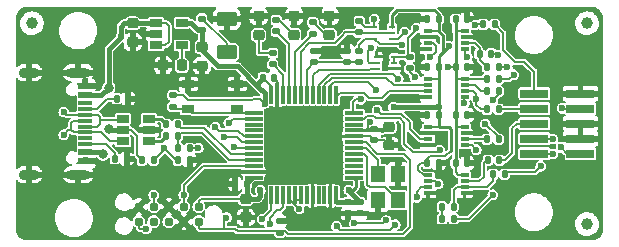
<source format=gbr>
%TF.GenerationSoftware,KiCad,Pcbnew,(6.0.7)*%
%TF.CreationDate,2022-09-06T17:23:01+02:00*%
%TF.ProjectId,bmp22,626d7032-322e-46b6-9963-61645f706362,rev?*%
%TF.SameCoordinates,Original*%
%TF.FileFunction,Copper,L1,Top*%
%TF.FilePolarity,Positive*%
%FSLAX46Y46*%
G04 Gerber Fmt 4.6, Leading zero omitted, Abs format (unit mm)*
G04 Created by KiCad (PCBNEW (6.0.7)) date 2022-09-06 17:23:01*
%MOMM*%
%LPD*%
G01*
G04 APERTURE LIST*
G04 Aperture macros list*
%AMRoundRect*
0 Rectangle with rounded corners*
0 $1 Rounding radius*
0 $2 $3 $4 $5 $6 $7 $8 $9 X,Y pos of 4 corners*
0 Add a 4 corners polygon primitive as box body*
4,1,4,$2,$3,$4,$5,$6,$7,$8,$9,$2,$3,0*
0 Add four circle primitives for the rounded corners*
1,1,$1+$1,$2,$3*
1,1,$1+$1,$4,$5*
1,1,$1+$1,$6,$7*
1,1,$1+$1,$8,$9*
0 Add four rect primitives between the rounded corners*
20,1,$1+$1,$2,$3,$4,$5,0*
20,1,$1+$1,$4,$5,$6,$7,0*
20,1,$1+$1,$6,$7,$8,$9,0*
20,1,$1+$1,$8,$9,$2,$3,0*%
G04 Aperture macros list end*
%TA.AperFunction,SMDPad,CuDef*%
%ADD10R,0.300000X1.500000*%
%TD*%
%TA.AperFunction,SMDPad,CuDef*%
%ADD11R,1.500000X0.300000*%
%TD*%
%TA.AperFunction,SMDPad,CuDef*%
%ADD12R,0.800000X0.300000*%
%TD*%
%TA.AperFunction,SMDPad,CuDef*%
%ADD13R,0.545000X0.280000*%
%TD*%
%TA.AperFunction,SMDPad,CuDef*%
%ADD14RoundRect,0.250000X-0.625000X0.375000X-0.625000X-0.375000X0.625000X-0.375000X0.625000X0.375000X0*%
%TD*%
%TA.AperFunction,SMDPad,CuDef*%
%ADD15RoundRect,0.218750X0.218750X0.256250X-0.218750X0.256250X-0.218750X-0.256250X0.218750X-0.256250X0*%
%TD*%
%TA.AperFunction,SMDPad,CuDef*%
%ADD16RoundRect,0.218750X-0.256250X0.218750X-0.256250X-0.218750X0.256250X-0.218750X0.256250X0.218750X0*%
%TD*%
%TA.AperFunction,SMDPad,CuDef*%
%ADD17RoundRect,0.147500X-0.147500X-0.172500X0.147500X-0.172500X0.147500X0.172500X-0.147500X0.172500X0*%
%TD*%
%TA.AperFunction,SMDPad,CuDef*%
%ADD18RoundRect,0.147500X0.147500X0.172500X-0.147500X0.172500X-0.147500X-0.172500X0.147500X-0.172500X0*%
%TD*%
%TA.AperFunction,SMDPad,CuDef*%
%ADD19RoundRect,0.147500X0.172500X-0.147500X0.172500X0.147500X-0.172500X0.147500X-0.172500X-0.147500X0*%
%TD*%
%TA.AperFunction,SMDPad,CuDef*%
%ADD20RoundRect,0.147500X-0.172500X0.147500X-0.172500X-0.147500X0.172500X-0.147500X0.172500X0.147500X0*%
%TD*%
%TA.AperFunction,SMDPad,CuDef*%
%ADD21R,2.400000X0.740000*%
%TD*%
%TA.AperFunction,SMDPad,CuDef*%
%ADD22R,1.060000X0.650000*%
%TD*%
%TA.AperFunction,SMDPad,CuDef*%
%ADD23R,1.200000X1.400000*%
%TD*%
%TA.AperFunction,SMDPad,CuDef*%
%ADD24R,1.050000X0.650000*%
%TD*%
%TA.AperFunction,SMDPad,CuDef*%
%ADD25C,1.000000*%
%TD*%
%TA.AperFunction,ComponentPad*%
%ADD26O,1.700000X0.900000*%
%TD*%
%TA.AperFunction,ComponentPad*%
%ADD27O,2.000000X0.900000*%
%TD*%
%TA.AperFunction,SMDPad,CuDef*%
%ADD28R,1.160000X0.600000*%
%TD*%
%TA.AperFunction,SMDPad,CuDef*%
%ADD29R,1.160000X0.300000*%
%TD*%
%TA.AperFunction,ConnectorPad*%
%ADD30C,0.787400*%
%TD*%
%TA.AperFunction,ViaPad*%
%ADD31C,0.600000*%
%TD*%
%TA.AperFunction,ViaPad*%
%ADD32C,0.800000*%
%TD*%
%TA.AperFunction,Conductor*%
%ADD33C,0.200000*%
%TD*%
%TA.AperFunction,Conductor*%
%ADD34C,0.400000*%
%TD*%
%TA.AperFunction,Conductor*%
%ADD35C,0.250000*%
%TD*%
%TA.AperFunction,Conductor*%
%ADD36C,0.300000*%
%TD*%
G04 APERTURE END LIST*
D10*
%TO.P,U302,48,VDD*%
%TO.N,+3V3*%
X147276000Y-136076000D03*
%TO.P,U302,47,VSS*%
%TO.N,GND*%
X146776000Y-136076000D03*
%TO.P,U302,46,PB9*%
%TO.N,unconnected-(U302-Pad46)*%
X146276000Y-136076000D03*
%TO.P,U302,45,PB8*%
%TO.N,unconnected-(U302-Pad45)*%
X145776000Y-136076000D03*
%TO.P,U302,44,BOOT0*%
%TO.N,GND*%
X145276000Y-136076000D03*
%TO.P,U302,43,PB7*%
%TO.N,/Sheet5F25207C/B2*%
X144776000Y-136076000D03*
%TO.P,U302,42,PB6*%
%TO.N,+3V3*%
X144276000Y-136076000D03*
%TO.P,U302,41,PB5*%
X143776000Y-136076000D03*
%TO.P,U302,40,PB4*%
X143276000Y-136076000D03*
%TO.P,U302,39,PB3*%
%TO.N,/Sheet5F25207C/TRACESWO*%
X142776000Y-136076000D03*
%TO.P,U302,38,PA15*%
%TO.N,unconnected-(U302-Pad38)*%
X142276000Y-136076000D03*
%TO.P,U302,37,PA14*%
%TO.N,/Sheet5F25207C/SWDCLK*%
X141776000Y-136076000D03*
D11*
%TO.P,U302,36,VDD*%
%TO.N,+3V3*%
X140276000Y-134576000D03*
%TO.P,U302,35,VSS*%
%TO.N,GND*%
X140276000Y-134076000D03*
%TO.P,U302,34,PA13*%
%TO.N,/Sheet5F25207C/SDWIO*%
X140276000Y-133576000D03*
%TO.P,U302,33,PA12*%
%TO.N,/Sheet5F25207C/USB_P*%
X140276000Y-133076000D03*
%TO.P,U302,32,PA11*%
%TO.N,/Sheet5F25207C/USB_N*%
X140276000Y-132576000D03*
%TO.P,U302,31,PA10*%
%TO.N,iRXD*%
X140276000Y-132076000D03*
%TO.P,U302,30,PA9*%
%TO.N,iTXD*%
X140276000Y-131576000D03*
%TO.P,U302,29,PA8*%
%TO.N,Net-(R309-Pad2)*%
X140276000Y-131076000D03*
%TO.P,U302,28,PB15*%
%TO.N,unconnected-(U302-Pad28)*%
X140276000Y-130576000D03*
%TO.P,U302,27,PB14*%
%TO.N,unconnected-(U302-Pad27)*%
X140276000Y-130076000D03*
%TO.P,U302,26,PB13*%
%TO.N,/Sheet5F25207C/VBUS*%
X140276000Y-129576000D03*
%TO.P,U302,25,PB12*%
%TO.N,Net-(R310-Pad2)*%
X140276000Y-129076000D03*
D10*
%TO.P,U302,24,VDD*%
%TO.N,+3V3*%
X141776000Y-127576000D03*
%TO.P,U302,23,VSS*%
%TO.N,GND*%
X142276000Y-127576000D03*
%TO.P,U302,22,PB11*%
%TO.N,/Sheet5F25207C/LED2*%
X142776000Y-127576000D03*
%TO.P,U302,21,PB10*%
%TO.N,/Sheet5F25207C/LED1*%
X143276000Y-127576000D03*
%TO.P,U302,20,PB2*%
%TO.N,/Sheet5F25207C/LED0*%
X143776000Y-127576000D03*
%TO.P,U302,19,PB1*%
%TO.N,PWR_BR*%
X144276000Y-127576000D03*
%TO.P,U302,18,PB0*%
%TO.N,Net-(C309-Pad1)*%
X144776000Y-127576000D03*
%TO.P,U302,17,PA7*%
%TO.N,iRST_SENSE*%
X145276000Y-127576000D03*
%TO.P,U302,16,PA6*%
%TO.N,iTDO*%
X145776000Y-127576000D03*
%TO.P,U302,15,PA5*%
%TO.N,iTCK*%
X146276000Y-127576000D03*
%TO.P,U302,14,PA4*%
%TO.N,iTMS*%
X146776000Y-127576000D03*
%TO.P,U302,13,PA3*%
%TO.N,iTDI*%
X147276000Y-127576000D03*
D11*
%TO.P,U302,12,PA2*%
%TO.N,iRST*%
X148776000Y-129076000D03*
%TO.P,U302,11,PA1*%
%TO.N,iTMS_DIR*%
X148776000Y-129576000D03*
%TO.P,U302,10,PA0*%
%TO.N,unconnected-(U302-Pad10)*%
X148776000Y-130076000D03*
%TO.P,U302,9,VDDA*%
%TO.N,+3V3*%
X148776000Y-130576000D03*
%TO.P,U302,8,VSSA*%
%TO.N,GND*%
X148776000Y-131076000D03*
%TO.P,U302,7,NRST*%
%TO.N,/Sheet5F25207C/~{RST}*%
X148776000Y-131576000D03*
%TO.P,U302,6,PD1*%
%TO.N,/Sheet5F25207C/HSE_OUT*%
X148776000Y-132076000D03*
%TO.P,U302,5,PD0*%
%TO.N,/Sheet5F25207C/HSE_IN*%
X148776000Y-132576000D03*
%TO.P,U302,4,PC15*%
%TO.N,unconnected-(U302-Pad4)*%
X148776000Y-133076000D03*
%TO.P,U302,3,PC14*%
%TO.N,unconnected-(U302-Pad3)*%
X148776000Y-133576000D03*
%TO.P,U302,2,PC13*%
%TO.N,unconnected-(U302-Pad2)*%
X148776000Y-134076000D03*
%TO.P,U302,1,VBAT*%
%TO.N,+3V3*%
X148776000Y-134576000D03*
%TD*%
D12*
%TO.P,U204,1,VCCA*%
%TO.N,+3V3*%
X155041000Y-130314000D03*
%TO.P,U204,2,A1*%
%TO.N,GND*%
X155041000Y-130814000D03*
%TO.P,U204,3,A2*%
%TO.N,iTMS*%
X155041000Y-131314000D03*
%TO.P,U204,4,GND*%
%TO.N,GND*%
X155041000Y-131814000D03*
%TO.P,U204,5,DIR*%
%TO.N,iTMS_DIR*%
X158141000Y-131814000D03*
%TO.P,U204,6,B2*%
%TO.N,xTMS*%
X158141000Y-131314000D03*
%TO.P,U204,7,B1*%
%TO.N,GND*%
X158141000Y-130814000D03*
%TO.P,U204,8,VCCB*%
%TO.N,xTPWR*%
X158141000Y-130314000D03*
%TD*%
%TO.P,U203,1,VCCA*%
%TO.N,+3V3*%
X155041000Y-134378000D03*
%TO.P,U203,2,A1*%
%TO.N,iTDO*%
X155041000Y-134878000D03*
%TO.P,U203,3,A2*%
%TO.N,iRXD*%
X155041000Y-135378000D03*
%TO.P,U203,4,GND*%
%TO.N,GND*%
X155041000Y-135878000D03*
%TO.P,U203,5,DIR*%
X158141000Y-135878000D03*
%TO.P,U203,6,B2*%
%TO.N,xRXD*%
X158141000Y-135378000D03*
%TO.P,U203,7,B1*%
%TO.N,xTDO*%
X158141000Y-134878000D03*
%TO.P,U203,8,VCCB*%
%TO.N,xTPWR*%
X158141000Y-134378000D03*
%TD*%
%TO.P,U202,1,VCCA*%
%TO.N,+3V3*%
X155041000Y-126250000D03*
%TO.P,U202,2,A1*%
%TO.N,iTCK*%
X155041000Y-126750000D03*
%TO.P,U202,3,A2*%
%TO.N,iTDI*%
X155041000Y-127250000D03*
%TO.P,U202,4,GND*%
%TO.N,GND*%
X155041000Y-127750000D03*
%TO.P,U202,5,DIR*%
%TO.N,+3V3*%
X158141000Y-127750000D03*
%TO.P,U202,6,B2*%
%TO.N,xTDI*%
X158141000Y-127250000D03*
%TO.P,U202,7,B1*%
%TO.N,xTCK*%
X158141000Y-126750000D03*
%TO.P,U202,8,VCCB*%
%TO.N,xTPWR*%
X158141000Y-126250000D03*
%TD*%
%TO.P,U201,1,VCCA*%
%TO.N,+3V3*%
X155041000Y-122186000D03*
%TO.P,U201,2,A1*%
%TO.N,GND*%
X155041000Y-122686000D03*
%TO.P,U201,3,A2*%
%TO.N,iTXD*%
X155041000Y-123186000D03*
%TO.P,U201,4,GND*%
%TO.N,GND*%
X155041000Y-123686000D03*
%TO.P,U201,5,DIR*%
%TO.N,+3V3*%
X158141000Y-123686000D03*
%TO.P,U201,6,B2*%
%TO.N,xTXD*%
X158141000Y-123186000D03*
%TO.P,U201,7,B1*%
%TO.N,GND*%
X158141000Y-122686000D03*
%TO.P,U201,8,VCCB*%
%TO.N,xTPWR*%
X158141000Y-122186000D03*
%TD*%
D13*
%TO.P,Q203,1,S*%
%TO.N,GND*%
X150697500Y-124341000D03*
%TO.P,Q203,2,G*%
%TO.N,iRST*%
X150697500Y-124841000D03*
%TO.P,Q203,3,D*%
%TO.N,iRST_SENSE*%
X150697500Y-125341000D03*
%TO.P,Q203,4,S*%
%TO.N,GND*%
X152197500Y-125341000D03*
%TO.P,Q203,5,G*%
%TO.N,xRST*%
X152197500Y-124841000D03*
%TO.P,Q203,6,D*%
X152197500Y-124341000D03*
%TD*%
%TO.P,Q201,1,S*%
%TO.N,Net-(Q201-Pad1)*%
X150507000Y-121801000D03*
%TO.P,Q201,2,G*%
%TO.N,PWR_BR*%
X150507000Y-122301000D03*
%TO.P,Q201,3,D*%
%TO.N,TPWR*%
X150507000Y-122801000D03*
%TO.P,Q201,4,S*%
%TO.N,Net-(Q201-Pad1)*%
X152007000Y-122801000D03*
%TO.P,Q201,5,G*%
%TO.N,PWR_BR*%
X152007000Y-122301000D03*
%TO.P,Q201,6,D*%
%TO.N,+3V3*%
X152007000Y-121801000D03*
%TD*%
D14*
%TO.P,D301,2,A*%
%TO.N,Net-(D301-Pad2)*%
X138000000Y-123925000D03*
%TO.P,D301,1,K*%
%TO.N,GND*%
X138000000Y-121125000D03*
%TD*%
D15*
%TO.P,C102,1*%
%TO.N,Net-(C102-Pad1)*%
X134188300Y-125069600D03*
%TO.P,C102,2*%
%TO.N,GND*%
X132613300Y-125069600D03*
%TD*%
D16*
%TO.P,C103,1*%
%TO.N,+3V3*%
X135900000Y-123512500D03*
%TO.P,C103,2*%
%TO.N,GND*%
X135900000Y-125087500D03*
%TD*%
D17*
%TO.P,C202,1*%
%TO.N,xTPWR*%
X157376000Y-121158000D03*
%TO.P,C202,2*%
%TO.N,GND*%
X158346000Y-121158000D03*
%TD*%
%TO.P,C203,1*%
%TO.N,+3V3*%
X154963000Y-133350000D03*
%TO.P,C203,2*%
%TO.N,GND*%
X155933000Y-133350000D03*
%TD*%
%TO.P,C204,1*%
%TO.N,xTPWR*%
X157376000Y-133350000D03*
%TO.P,C204,2*%
%TO.N,GND*%
X158346000Y-133350000D03*
%TD*%
D18*
%TO.P,C207,1*%
%TO.N,+3V3*%
X155933000Y-129286000D03*
%TO.P,C207,2*%
%TO.N,GND*%
X154963000Y-129286000D03*
%TD*%
D17*
%TO.P,C208,1*%
%TO.N,xTPWR*%
X157376000Y-129286000D03*
%TO.P,C208,2*%
%TO.N,GND*%
X158346000Y-129286000D03*
%TD*%
D19*
%TO.P,C301,1*%
%TO.N,/Sheet5F25207C/~{RST}*%
X142475000Y-139235000D03*
%TO.P,C301,2*%
%TO.N,GND*%
X142475000Y-138265000D03*
%TD*%
D18*
%TO.P,C302,1*%
%TO.N,+3V3*%
X139677000Y-135128000D03*
%TO.P,C302,2*%
%TO.N,GND*%
X138707000Y-135128000D03*
%TD*%
D20*
%TO.P,C303,1*%
%TO.N,+3V3*%
X149275000Y-136640000D03*
%TO.P,C303,2*%
%TO.N,GND*%
X149275000Y-137610000D03*
%TD*%
%TO.P,C305,1*%
%TO.N,+3V3*%
X150475000Y-130415000D03*
%TO.P,C305,2*%
%TO.N,GND*%
X150475000Y-131385000D03*
%TD*%
%TO.P,C306,1*%
%TO.N,+3V3*%
X148250000Y-136640000D03*
%TO.P,C306,2*%
%TO.N,GND*%
X148250000Y-137610000D03*
%TD*%
D16*
%TO.P,C307,1*%
%TO.N,+3V3*%
X139600000Y-136372500D03*
%TO.P,C307,2*%
%TO.N,GND*%
X139600000Y-137947500D03*
%TD*%
%TO.P,C308,1*%
%TO.N,+3V3*%
X151750000Y-130262500D03*
%TO.P,C308,2*%
%TO.N,GND*%
X151750000Y-131837500D03*
%TD*%
D19*
%TO.P,C309,1*%
%TO.N,Net-(C309-Pad1)*%
X148209000Y-124818000D03*
%TO.P,C309,2*%
%TO.N,GND*%
X148209000Y-123848000D03*
%TD*%
D16*
%TO.P,D302,1,K*%
%TO.N,GND*%
X146700000Y-120912500D03*
%TO.P,D302,2,A*%
%TO.N,Net-(D302-Pad2)*%
X146700000Y-122487500D03*
%TD*%
%TO.P,D303,1,K*%
%TO.N,GND*%
X143700000Y-120912500D03*
%TO.P,D303,2,A*%
%TO.N,Net-(D303-Pad2)*%
X143700000Y-122487500D03*
%TD*%
D21*
%TO.P,J201,1,Pin_1*%
%TO.N,TPWR*%
X167950000Y-132540000D03*
%TO.P,J201,2,Pin_2*%
%TO.N,TMS*%
X164050000Y-132540000D03*
%TO.P,J201,3,Pin_3*%
%TO.N,GND*%
X167950000Y-131270000D03*
%TO.P,J201,4,Pin_4*%
%TO.N,TCK*%
X164050000Y-131270000D03*
%TO.P,J201,5,Pin_5*%
%TO.N,GND*%
X167950000Y-130000000D03*
%TO.P,J201,6,Pin_6*%
%TO.N,TDO*%
X164050000Y-130000000D03*
%TO.P,J201,7,Pin_7*%
%TO.N,KEY*%
X167950000Y-128730000D03*
%TO.P,J201,8,Pin_8*%
%TO.N,TDI*%
X164050000Y-128730000D03*
%TO.P,J201,9,Pin_9*%
%TO.N,GND*%
X167950000Y-127460000D03*
%TO.P,J201,10,Pin_10*%
%TO.N,RST*%
X164050000Y-127460000D03*
%TD*%
D18*
%TO.P,JP201,1,1*%
%TO.N,xRXD*%
X157203000Y-137033000D03*
%TO.P,JP201,2,2*%
%TO.N,xKEY*%
X156233000Y-137033000D03*
%TD*%
%TO.P,R201,1*%
%TO.N,TPWR*%
X161013000Y-126238000D03*
%TO.P,R201,2*%
%TO.N,xTPWR*%
X160043000Y-126238000D03*
%TD*%
%TO.P,R202,1*%
%TO.N,TMS*%
X161013000Y-131318000D03*
%TO.P,R202,2*%
%TO.N,xTMS*%
X160043000Y-131318000D03*
%TD*%
%TO.P,R203,1*%
%TO.N,TCK*%
X161013000Y-127254000D03*
%TO.P,R203,2*%
%TO.N,xTCK*%
X160043000Y-127254000D03*
%TD*%
%TO.P,R204,1*%
%TO.N,TDO*%
X161085000Y-133096000D03*
%TO.P,R204,2*%
%TO.N,xTDO*%
X160115000Y-133096000D03*
%TD*%
%TO.P,R205,1*%
%TO.N,KEY*%
X157203000Y-138049000D03*
%TO.P,R205,2*%
%TO.N,xKEY*%
X156233000Y-138049000D03*
%TD*%
%TO.P,R206,1*%
%TO.N,TDI*%
X161013000Y-128778000D03*
%TO.P,R206,2*%
%TO.N,xTDI*%
X160043000Y-128778000D03*
%TD*%
%TO.P,R207,1*%
%TO.N,RST*%
X160685000Y-121600000D03*
%TO.P,R207,2*%
%TO.N,xRST*%
X159715000Y-121600000D03*
%TD*%
%TO.P,R208,1*%
%TO.N,/Sheet5F21D67E/TXD*%
X161013000Y-125222000D03*
%TO.P,R208,2*%
%TO.N,xTXD*%
X160043000Y-125222000D03*
%TD*%
%TO.P,R209,1*%
%TO.N,/Sheet5F21D67E/RXD*%
X161521000Y-134300000D03*
%TO.P,R209,2*%
%TO.N,xRXD*%
X160551000Y-134300000D03*
%TD*%
D20*
%TO.P,R210,1*%
%TO.N,Net-(Q201-Pad1)*%
X149225000Y-121308000D03*
%TO.P,R210,2*%
%TO.N,PWR_BR*%
X149225000Y-122278000D03*
%TD*%
%TO.P,R211,1*%
%TO.N,xRST*%
X153479500Y-124356000D03*
%TO.P,R211,2*%
%TO.N,xTPWR*%
X153479500Y-125326000D03*
%TD*%
D18*
%TO.P,R301,1*%
%TO.N,/Sheet5F25207C/USB_P*%
X133835000Y-131064000D03*
%TO.P,R301,2*%
%TO.N,/Sheet5F25207C/USBx2+*%
X132865000Y-131064000D03*
%TD*%
D17*
%TO.P,R302,1*%
%TO.N,+5V*%
X130833000Y-133096000D03*
%TO.P,R302,2*%
%TO.N,/Sheet5F25207C/VBUS*%
X131803000Y-133096000D03*
%TD*%
D18*
%TO.P,R303,1*%
%TO.N,/Sheet5F25207C/USB_N*%
X133835000Y-130048000D03*
%TO.P,R303,2*%
%TO.N,/Sheet5F25207C/USBx2-*%
X132865000Y-130048000D03*
%TD*%
D17*
%TO.P,R306,1*%
%TO.N,Net-(J301-PadB5)*%
X128547000Y-132969000D03*
%TO.P,R306,2*%
%TO.N,GND*%
X129517000Y-132969000D03*
%TD*%
%TO.P,R307,1*%
%TO.N,Net-(J301-PadA5)*%
X128674000Y-127889000D03*
%TO.P,R307,2*%
%TO.N,GND*%
X129644000Y-127889000D03*
%TD*%
%TO.P,R309,1*%
%TO.N,/Sheet5F25207C/USB_P*%
X133881000Y-132080000D03*
%TO.P,R309,2*%
%TO.N,Net-(R309-Pad2)*%
X134851000Y-132080000D03*
%TD*%
D20*
%TO.P,R310,1*%
%TO.N,+3V3*%
X133450000Y-127590000D03*
%TO.P,R310,2*%
%TO.N,Net-(R310-Pad2)*%
X133450000Y-128560000D03*
%TD*%
D19*
%TO.P,R312,1*%
%TO.N,/Sheet5F25207C/LED0*%
X145300000Y-122385000D03*
%TO.P,R312,2*%
%TO.N,Net-(D302-Pad2)*%
X145300000Y-121415000D03*
%TD*%
%TO.P,R314,1*%
%TO.N,/Sheet5F25207C/LED2*%
X141900000Y-124985000D03*
%TO.P,R314,2*%
%TO.N,Net-(D304-Pad2)*%
X141900000Y-124015000D03*
%TD*%
D22*
%TO.P,U101,1,VIN*%
%TO.N,+5V*%
X131996000Y-121478000D03*
%TO.P,U101,2,GND*%
%TO.N,GND*%
X131996000Y-122428000D03*
%TO.P,U101,3,ON/~{OFF}*%
%TO.N,+5V*%
X131996000Y-123378000D03*
%TO.P,U101,4,BP*%
%TO.N,Net-(C102-Pad1)*%
X134196000Y-123378000D03*
%TO.P,U101,5,VOUT*%
%TO.N,+3V3*%
X134196000Y-121478000D03*
%TD*%
%TO.P,U301,1,I/O1*%
%TO.N,/Sheet5F25207C/USBx2+*%
X131402000Y-131506000D03*
%TO.P,U301,2,GND*%
%TO.N,GND*%
X131402000Y-130556000D03*
%TO.P,U301,3,I/O2*%
%TO.N,/Sheet5F25207C/USBx2-*%
X131402000Y-129606000D03*
%TO.P,U301,4,I/O2*%
%TO.N,/Sheet5F25207C/USBx1-*%
X129202000Y-129606000D03*
%TO.P,U301,5,VBUS*%
%TO.N,+5V*%
X129202000Y-130556000D03*
%TO.P,U301,6,I/O1*%
%TO.N,/Sheet5F25207C/USBx1+*%
X129202000Y-131506000D03*
%TD*%
D23*
%TO.P,Y301,1,1*%
%TO.N,/Sheet5F25207C/HSE_IN*%
X152488000Y-136482000D03*
%TO.P,Y301,2,2*%
%TO.N,GND*%
X152488000Y-134282000D03*
%TO.P,Y301,3,3*%
%TO.N,/Sheet5F25207C/HSE_OUT*%
X150788000Y-134282000D03*
%TO.P,Y301,4,4*%
%TO.N,GND*%
X150788000Y-136482000D03*
%TD*%
D24*
%TO.P,SW301,1*%
%TO.N,Net-(R310-Pad2)*%
X134750000Y-128800000D03*
X138900000Y-128800000D03*
%TO.P,SW301,2*%
%TO.N,GND*%
X138900000Y-126650000D03*
X134750000Y-126650000D03*
%TD*%
D25*
%TO.P,FID1,*%
%TO.N,*%
X121500000Y-121500000D03*
%TD*%
D17*
%TO.P,C304,1*%
%TO.N,+3V3*%
X141065000Y-126100000D03*
%TO.P,C304,2*%
%TO.N,GND*%
X142035000Y-126100000D03*
%TD*%
D25*
%TO.P,FID3,*%
%TO.N,*%
X168500000Y-121500000D03*
%TD*%
D17*
%TO.P,JP202,1,1*%
%TO.N,xTXD*%
X159408000Y-124079000D03*
%TO.P,JP202,2,2*%
%TO.N,xTDI*%
X160378000Y-124079000D03*
%TD*%
D19*
%TO.P,R311,1*%
%TO.N,+3V3*%
X135900000Y-122085000D03*
%TO.P,R311,2*%
%TO.N,Net-(D301-Pad2)*%
X135900000Y-121115000D03*
%TD*%
D25*
%TO.P,FID2,*%
%TO.N,*%
X168500000Y-138500000D03*
%TD*%
D16*
%TO.P,D304,1,K*%
%TO.N,GND*%
X140700000Y-120912500D03*
%TO.P,D304,2,A*%
%TO.N,Net-(D304-Pad2)*%
X140700000Y-122487500D03*
%TD*%
D17*
%TO.P,C206,1*%
%TO.N,xTPWR*%
X157376000Y-125222000D03*
%TO.P,C206,2*%
%TO.N,GND*%
X158346000Y-125222000D03*
%TD*%
D19*
%TO.P,R313,1*%
%TO.N,/Sheet5F25207C/LED1*%
X142200000Y-122185000D03*
%TO.P,R313,2*%
%TO.N,Net-(D303-Pad2)*%
X142200000Y-121215000D03*
%TD*%
D18*
%TO.P,C201,1*%
%TO.N,+3V3*%
X155933000Y-121158000D03*
%TO.P,C201,2*%
%TO.N,GND*%
X154963000Y-121158000D03*
%TD*%
D20*
%TO.P,R304,1*%
%TO.N,TPWR*%
X149225000Y-123848000D03*
%TO.P,R304,2*%
%TO.N,Net-(C309-Pad1)*%
X149225000Y-124818000D03*
%TD*%
D17*
%TO.P,R308,1*%
%TO.N,/Sheet5F25207C/VBUS*%
X133881000Y-133096000D03*
%TO.P,R308,2*%
%TO.N,GND*%
X134851000Y-133096000D03*
%TD*%
D18*
%TO.P,C205,1*%
%TO.N,+3V3*%
X155933000Y-125222000D03*
%TO.P,C205,2*%
%TO.N,GND*%
X154963000Y-125222000D03*
%TD*%
D26*
%TO.P,J301,S1,SHIELD*%
%TO.N,GND*%
X121260000Y-125680000D03*
D27*
X125430000Y-134320000D03*
D26*
X121260000Y-134320000D03*
D27*
X125430000Y-125680000D03*
D28*
%TO.P,J301,B12,GND*%
X126010000Y-126800000D03*
%TO.P,J301,B9,VBUS*%
%TO.N,+5V*%
X126010000Y-127600000D03*
D29*
%TO.P,J301,B8,SBU2*%
%TO.N,unconnected-(J301-PadB8)*%
X126010000Y-128250000D03*
%TO.P,J301,B7,D-*%
%TO.N,/Sheet5F25207C/USBx1-*%
X126010000Y-129250000D03*
%TO.P,J301,B6,D+*%
%TO.N,/Sheet5F25207C/USBx1+*%
X126010000Y-130750000D03*
%TO.P,J301,B5,CC2*%
%TO.N,Net-(J301-PadB5)*%
X126010000Y-131750000D03*
D28*
%TO.P,J301,B4,VBUS*%
%TO.N,+5V*%
X126010000Y-132400000D03*
%TO.P,J301,B1,GND*%
%TO.N,GND*%
X126010000Y-133200000D03*
%TO.P,J301,A12,GND*%
X126010000Y-133200000D03*
%TO.P,J301,A9,VBUS*%
%TO.N,+5V*%
X126010000Y-132400000D03*
D29*
%TO.P,J301,A8,SBU1*%
%TO.N,unconnected-(J301-PadA8)*%
X126010000Y-131250000D03*
%TO.P,J301,A7,D-*%
%TO.N,/Sheet5F25207C/USBx1-*%
X126010000Y-130250000D03*
%TO.P,J301,A6,D+*%
%TO.N,/Sheet5F25207C/USBx1+*%
X126010000Y-129750000D03*
%TO.P,J301,A5,CC1*%
%TO.N,Net-(J301-PadA5)*%
X126010000Y-128750000D03*
D28*
%TO.P,J301,A4,VBUS*%
%TO.N,+5V*%
X126010000Y-127600000D03*
%TO.P,J301,A1,GND*%
%TO.N,GND*%
X126010000Y-126800000D03*
%TD*%
D30*
%TO.P,J302,10,~{RESET}*%
%TO.N,/Sheet5F25207C/~{RST}*%
X135636000Y-138303000D03*
%TO.P,J302,9,GNDDetect*%
%TO.N,GND*%
X134366000Y-138303000D03*
%TO.P,J302,8,NC/TDI*%
%TO.N,unconnected-(J302-Pad8)*%
X133096000Y-138303000D03*
%TO.P,J302,7,KEY*%
%TO.N,unconnected-(J302-Pad7)*%
X131826000Y-138303000D03*
%TO.P,J302,6,SWO/TDO*%
%TO.N,/Sheet5F25207C/TRACESWO*%
X130556000Y-138303000D03*
%TO.P,J302,5,GND*%
%TO.N,GND*%
X130556000Y-137033000D03*
%TO.P,J302,4,SWDCLK/TCK*%
%TO.N,/Sheet5F25207C/SWDCLK*%
X131826000Y-137033000D03*
%TO.P,J302,3,GND*%
%TO.N,GND*%
X133096000Y-137033000D03*
%TO.P,J302,2,SWDIO/TMS*%
%TO.N,/Sheet5F25207C/SDWIO*%
X134366000Y-137033000D03*
%TO.P,J302,1,VTref*%
%TO.N,+3V3*%
X135636000Y-137033000D03*
%TD*%
D16*
%TO.P,C101,1*%
%TO.N,+5V*%
X130048000Y-121513500D03*
%TO.P,C101,2*%
%TO.N,GND*%
X130048000Y-123088500D03*
%TD*%
D19*
%TO.P,R305,1*%
%TO.N,Net-(C309-Pad1)*%
X145400000Y-124818000D03*
%TO.P,R305,2*%
%TO.N,GND*%
X145400000Y-123848000D03*
%TD*%
D31*
%TO.N,GND*%
X150575000Y-137800000D03*
X130810000Y-125095000D03*
X156200000Y-131200000D03*
X127635000Y-135890000D03*
X127762000Y-134112000D03*
X153162000Y-121031000D03*
X136652000Y-127381000D03*
X161290000Y-135128000D03*
X160000000Y-122400000D03*
X167767000Y-137033000D03*
X127200000Y-125800000D03*
X159200000Y-130600000D03*
X145800000Y-120500000D03*
X156718000Y-120523000D03*
X154051000Y-127825500D03*
X160528000Y-120650000D03*
X143400000Y-138700000D03*
X153900000Y-123300000D03*
X139375000Y-121025000D03*
X138900000Y-126200000D03*
X149575000Y-135675000D03*
X123317000Y-133477000D03*
X131445000Y-128143000D03*
X148400000Y-120800000D03*
X165900000Y-127500000D03*
X130302000Y-128905000D03*
X141000000Y-137300000D03*
X156800000Y-139000000D03*
X166900000Y-120700000D03*
X136779000Y-132715000D03*
X153924000Y-131699000D03*
X137668000Y-135509000D03*
X152625000Y-133300000D03*
X159131000Y-125603000D03*
X129667000Y-124968000D03*
X133100000Y-135700000D03*
X138550000Y-137125000D03*
X123190000Y-127000000D03*
X168529000Y-126238000D03*
X137550000Y-127150000D03*
X127635000Y-138938000D03*
X159131000Y-133350000D03*
X158242000Y-136779000D03*
X159258000Y-136144000D03*
X145425000Y-137275000D03*
X148145500Y-122999500D03*
X121285000Y-136398000D03*
X168910000Y-133858000D03*
X159156400Y-129286000D03*
X132588000Y-127508000D03*
X140425000Y-124900000D03*
X154051000Y-129286000D03*
X135890000Y-135509000D03*
X133200000Y-139300000D03*
X127762000Y-137668000D03*
X129286000Y-125857000D03*
X139400000Y-123700000D03*
X161417000Y-120650000D03*
X151384000Y-123825000D03*
D32*
%TO.N,+5V*%
X128016000Y-126949200D03*
D31*
X129032000Y-122681992D03*
D32*
X127508000Y-132587992D03*
X128016000Y-130429000D03*
D31*
%TO.N,+3V3*%
X158369000Y-124333000D03*
X155933000Y-128567000D03*
X148335990Y-135636000D03*
X141200000Y-128300000D03*
X156799994Y-123444000D03*
X150100000Y-129900000D03*
X140843000Y-135636000D03*
X144125000Y-137200000D03*
X152120000Y-128600000D03*
X158115000Y-128270000D03*
%TO.N,xTPWR*%
X153924000Y-126085600D03*
X156768800Y-125222000D03*
%TO.N,/Sheet5F25207C/~{RST}*%
X137975000Y-137950000D03*
%TO.N,KEY*%
X166400000Y-128700000D03*
X160528000Y-136017000D03*
%TO.N,TCK*%
X165608000Y-131318000D03*
X160528000Y-128016000D03*
%TO.N,TMS*%
X165608000Y-132588000D03*
X159893000Y-130048000D03*
%TO.N,TPWR*%
X162306000Y-125857000D03*
X166300000Y-132000000D03*
X152799988Y-123312799D03*
%TO.N,/Sheet5F21D67E/RXD*%
X164592000Y-133604000D03*
%TO.N,/Sheet5F21D67E/TXD*%
X161756000Y-125229909D03*
%TO.N,/Sheet5F25207C/USBx1+*%
X124206000Y-130937000D03*
%TO.N,/Sheet5F25207C/USBx1-*%
X124206000Y-129032000D03*
%TO.N,/Sheet5F25207C/TRACESWO*%
X131191000Y-138938000D03*
X141624047Y-138516031D03*
%TO.N,/Sheet5F25207C/SWDCLK*%
X141000000Y-138100000D03*
X131826000Y-136042400D03*
%TO.N,/Sheet5F25207C/SDWIO*%
X134366000Y-136017000D03*
%TO.N,xTDI*%
X159131000Y-127889000D03*
X160994000Y-124213909D03*
%TO.N,Net-(Q201-Pad1)*%
X153074849Y-122247318D03*
X150495000Y-121158000D03*
%TO.N,xRST*%
X159048828Y-121651529D03*
X154051000Y-121920000D03*
%TO.N,iRST*%
X150241000Y-123571000D03*
X149352000Y-127952500D03*
%TO.N,/Sheet5F25207C/VBUS*%
X138176000Y-129921000D03*
X132700000Y-132100000D03*
%TO.N,Net-(R309-Pad2)*%
X137033000Y-130302000D03*
X135585200Y-132080000D03*
%TO.N,iTXD*%
X155200000Y-124400000D03*
X152273000Y-138557000D03*
X147300000Y-138700000D03*
X137775000Y-131175000D03*
%TO.N,iRXD*%
X138575000Y-131975000D03*
X148800000Y-138449990D03*
X154093000Y-136251000D03*
X151500000Y-138200000D03*
%TO.N,iTDO*%
X152527000Y-126200000D03*
X155900000Y-135125000D03*
%TO.N,iTMS_DIR*%
X159131000Y-132207000D03*
X156033586Y-132229980D03*
%TO.N,iTMS*%
X150622000Y-127127000D03*
X150740014Y-128862181D03*
%TD*%
D33*
%TO.N,iTCK*%
X152150000Y-126750000D02*
X155041000Y-126750000D01*
X146875000Y-126125000D02*
X151525000Y-126125000D01*
X146276000Y-126724000D02*
X146875000Y-126125000D01*
X146276000Y-127576000D02*
X146276000Y-126724000D01*
X151525000Y-126125000D02*
X152150000Y-126750000D01*
%TO.N,iTDO*%
X152102000Y-125775000D02*
X152527000Y-126200000D01*
X145776000Y-126724000D02*
X146725000Y-125775000D01*
X146725000Y-125775000D02*
X152102000Y-125775000D01*
X145776000Y-127576000D02*
X145776000Y-126724000D01*
%TO.N,iRST_SENSE*%
X145775000Y-125425000D02*
X145276000Y-125924000D01*
X150063500Y-125425000D02*
X145775000Y-125425000D01*
X150147500Y-125341000D02*
X150063500Y-125425000D01*
X150697500Y-125341000D02*
X150147500Y-125341000D01*
X145276000Y-125924000D02*
X145276000Y-127576000D01*
%TO.N,Net-(C309-Pad1)*%
X145382000Y-124818000D02*
X148209000Y-124818000D01*
X144776000Y-125424000D02*
X145382000Y-124818000D01*
X144776000Y-127576000D02*
X144776000Y-125424000D01*
%TO.N,PWR_BR*%
X144979988Y-123200000D02*
X144276000Y-123903988D01*
X147156438Y-123200000D02*
X144979988Y-123200000D01*
X147778219Y-122578219D02*
X147156438Y-123200000D01*
X144276000Y-123903988D02*
X144276000Y-127576000D01*
X148047428Y-122278000D02*
X147778219Y-122578219D01*
X149225000Y-122278000D02*
X148047428Y-122278000D01*
%TO.N,/Sheet5F25207C/LED0*%
X143776000Y-123909000D02*
X145300000Y-122385000D01*
X143776000Y-127576000D02*
X143776000Y-123909000D01*
%TO.N,/Sheet5F25207C/LED1*%
X143276000Y-123261000D02*
X142200000Y-122185000D01*
X143276000Y-127576000D02*
X143276000Y-123261000D01*
%TO.N,/Sheet5F25207C/LED2*%
X142776000Y-125861000D02*
X141900000Y-124985000D01*
X142776000Y-127576000D02*
X142776000Y-125861000D01*
%TO.N,+3V3*%
X141776000Y-126851000D02*
X141776000Y-127576000D01*
X141100000Y-126175000D02*
X141776000Y-126851000D01*
D34*
X148335990Y-135700990D02*
X148335990Y-135636000D01*
X149275000Y-136640000D02*
X148335990Y-135700990D01*
X149240000Y-136675000D02*
X149275000Y-136640000D01*
X147320000Y-136675000D02*
X149240000Y-136675000D01*
D33*
%TO.N,GND*%
X151297500Y-131385000D02*
X151750000Y-131837500D01*
X150475000Y-131385000D02*
X151297500Y-131385000D01*
%TO.N,+3V3*%
X140225000Y-127950000D02*
X140850000Y-127950000D01*
X140175000Y-128000000D02*
X140225000Y-127950000D01*
X134725000Y-128000000D02*
X140175000Y-128000000D01*
X134315000Y-127590000D02*
X134725000Y-128000000D01*
X133450000Y-127590000D02*
X134315000Y-127590000D01*
X140850000Y-127950000D02*
X141200000Y-128300000D01*
%TO.N,/Sheet5F25207C/HSE_IN*%
X149900000Y-135168000D02*
X149900000Y-132850000D01*
X149900000Y-132850000D02*
X149626000Y-132576000D01*
X151388000Y-135382000D02*
X150114000Y-135382000D01*
X149626000Y-132576000D02*
X148776000Y-132576000D01*
X152488000Y-136482000D02*
X151388000Y-135382000D01*
X150114000Y-135382000D02*
X149900000Y-135168000D01*
%TO.N,/Sheet5F25207C/HSE_OUT*%
X150788000Y-133113000D02*
X150788000Y-134282000D01*
X149751000Y-132076000D02*
X150788000Y-133113000D01*
X148776000Y-132076000D02*
X149751000Y-132076000D01*
%TO.N,/Sheet5F25207C/~{RST}*%
X138700022Y-138900000D02*
X137800000Y-138900000D01*
X138918221Y-139118200D02*
X138700022Y-138900000D01*
X142918200Y-139118200D02*
X138918221Y-139118200D01*
X152929990Y-139370010D02*
X143170010Y-139370010D01*
X153543000Y-133096000D02*
X153543000Y-138757000D01*
X143170010Y-139370010D02*
X142918200Y-139118200D01*
X152997000Y-132550000D02*
X153543000Y-133096000D01*
X153543000Y-138757000D02*
X152929990Y-139370010D01*
X150725000Y-132550000D02*
X152997000Y-132550000D01*
X149751000Y-131576000D02*
X150725000Y-132550000D01*
X148776000Y-131576000D02*
X149751000Y-131576000D01*
%TO.N,GND*%
X145276000Y-131076000D02*
X150166000Y-131076000D01*
X144526000Y-131826000D02*
X145276000Y-131076000D01*
X150166000Y-131076000D02*
X150475000Y-131385000D01*
D35*
%TO.N,+3V3*%
X149817000Y-130576000D02*
X149860000Y-130533000D01*
X148776000Y-130576000D02*
X149817000Y-130576000D01*
D33*
%TO.N,iTMS_DIR*%
X150425000Y-129325000D02*
X150512500Y-129412500D01*
X149850000Y-129325000D02*
X150425000Y-129325000D01*
X149599000Y-129576000D02*
X149850000Y-129325000D01*
X150512500Y-129412500D02*
X150649998Y-129549998D01*
X148776000Y-129576000D02*
X149599000Y-129576000D01*
%TO.N,+3V3*%
X149987000Y-130013000D02*
X149987000Y-130579000D01*
X150100000Y-129900000D02*
X149987000Y-130013000D01*
%TO.N,GND*%
X146850000Y-136950000D02*
X146850000Y-136150000D01*
X146850000Y-136150000D02*
X146776000Y-136076000D01*
X146500000Y-137300000D02*
X146850000Y-136950000D01*
X145450000Y-137300000D02*
X146500000Y-137300000D01*
X145276000Y-137126000D02*
X145450000Y-137300000D01*
X145276000Y-132576000D02*
X144526000Y-131826000D01*
X145276000Y-137126000D02*
X145276000Y-132576000D01*
X145425000Y-137275000D02*
X145276000Y-137126000D01*
%TO.N,/Sheet5F25207C/TRACESWO*%
X142776000Y-137074000D02*
X142776000Y-136076000D01*
X142244990Y-137350000D02*
X142500000Y-137350000D01*
X142500000Y-137350000D02*
X142776000Y-137074000D01*
X141624047Y-137970943D02*
X142244990Y-137350000D01*
X141624047Y-138516031D02*
X141624047Y-137970943D01*
%TO.N,+3V3*%
X143786878Y-136861878D02*
X144125000Y-137200000D01*
X143786878Y-136486878D02*
X143786878Y-136861878D01*
X144125000Y-137200000D02*
X143276000Y-136351000D01*
%TO.N,/Sheet5F25207C/SWDCLK*%
X141776000Y-137324000D02*
X141000000Y-138100000D01*
X141776000Y-136076000D02*
X141776000Y-137324000D01*
%TO.N,iRST*%
X148700000Y-128175000D02*
X148700000Y-129000000D01*
X148700000Y-129000000D02*
X148776000Y-129076000D01*
X148922500Y-127952500D02*
X148700000Y-128175000D01*
X149352000Y-127952500D02*
X148922500Y-127952500D01*
%TO.N,iTMS*%
X149970000Y-126475000D02*
X150622000Y-127127000D01*
X146776000Y-126774000D02*
X147075000Y-126475000D01*
X147075000Y-126475000D02*
X149970000Y-126475000D01*
X146776000Y-127576000D02*
X146776000Y-126774000D01*
%TO.N,iTDI*%
X147424000Y-127576000D02*
X147276000Y-127576000D01*
X147600000Y-127400000D02*
X147424000Y-127576000D01*
%TO.N,GND*%
X142276000Y-126341000D02*
X142035000Y-126100000D01*
X142276000Y-127576000D02*
X142276000Y-126341000D01*
D34*
%TO.N,+3V3*%
X140673000Y-126602000D02*
X141100000Y-126175000D01*
X140673000Y-126873000D02*
X140673000Y-126602000D01*
D33*
%TO.N,/Sheet5F25207C/SDWIO*%
X134366000Y-135229600D02*
X134366000Y-136017000D01*
X136019600Y-133576000D02*
X134366000Y-135229600D01*
X140276000Y-133576000D02*
X136019600Y-133576000D01*
%TO.N,/Sheet5F25207C/USB_P*%
X138218800Y-133076000D02*
X140276000Y-133076000D01*
X135923800Y-130781000D02*
X138218800Y-133076000D01*
X134118000Y-130781000D02*
X135923800Y-130781000D01*
X133835000Y-131064000D02*
X134118000Y-130781000D01*
%TO.N,Net-(R309-Pad2)*%
X137332999Y-130601999D02*
X137033000Y-130302000D01*
X138987995Y-130601999D02*
X137332999Y-130601999D01*
X139461996Y-131076000D02*
X138987995Y-130601999D01*
X140276000Y-131076000D02*
X139461996Y-131076000D01*
%TO.N,iRXD*%
X138676000Y-132076000D02*
X140276000Y-132076000D01*
X138575000Y-131975000D02*
X138676000Y-132076000D01*
%TO.N,/Sheet5F25207C/USB_N*%
X136110200Y-130331000D02*
X138355200Y-132576000D01*
X133835000Y-130048000D02*
X134118000Y-130331000D01*
X134118000Y-130331000D02*
X136110200Y-130331000D01*
X138355200Y-132576000D02*
X140276000Y-132576000D01*
%TO.N,iTXD*%
X139301000Y-131576000D02*
X140276000Y-131576000D01*
X138900000Y-131175000D02*
X139301000Y-131576000D01*
X137775000Y-131175000D02*
X138900000Y-131175000D01*
%TO.N,/Sheet5F25207C/VBUS*%
X138521000Y-129576000D02*
X138176000Y-129921000D01*
X140276000Y-129576000D02*
X138521000Y-129576000D01*
%TO.N,Net-(R310-Pad2)*%
X135026000Y-129076000D02*
X140276000Y-129076000D01*
X134750000Y-128800000D02*
X135026000Y-129076000D01*
X134540400Y-128800000D02*
X134750000Y-128800000D01*
X134495400Y-128755000D02*
X134540400Y-128800000D01*
X133756400Y-128755000D02*
X134495400Y-128755000D01*
D34*
%TO.N,+3V3*%
X140673000Y-126873000D02*
X141200000Y-127400000D01*
X141200000Y-127400000D02*
X141200000Y-128300000D01*
D33*
%TO.N,iTDO*%
X155653000Y-134878000D02*
X155041000Y-134878000D01*
X155900000Y-135125000D02*
X155653000Y-134878000D01*
%TO.N,/Sheet5F25207C/~{RST}*%
X137975000Y-137950000D02*
X137800000Y-138125000D01*
X137800000Y-138125000D02*
X137800000Y-138900000D01*
%TO.N,iTXD*%
X155700000Y-123950000D02*
X155250000Y-124400000D01*
X155700000Y-123400000D02*
X155700000Y-123950000D01*
X155250000Y-124400000D02*
X155200000Y-124400000D01*
X155041000Y-123186000D02*
X155486000Y-123186000D01*
X155486000Y-123186000D02*
X155700000Y-123400000D01*
D35*
%TO.N,xTPWR*%
X157400000Y-125198000D02*
X157376000Y-125222000D01*
X157400000Y-122221000D02*
X157400000Y-125198000D01*
X157376000Y-122197000D02*
X157400000Y-122221000D01*
D33*
%TO.N,/Sheet5F25207C/SWDCLK*%
X131826000Y-136042400D02*
X131826000Y-137033000D01*
%TO.N,Net-(D301-Pad2)*%
X138000000Y-123215000D02*
X135900000Y-121115000D01*
X138000000Y-123925000D02*
X138000000Y-123215000D01*
D34*
%TO.N,+3V3*%
X137249999Y-125149999D02*
X138949999Y-125149999D01*
X135900000Y-123800000D02*
X137249999Y-125149999D01*
X138949999Y-125149999D02*
X140673000Y-126873000D01*
X135900000Y-123612500D02*
X135900000Y-123800000D01*
D33*
%TO.N,GND*%
X155635564Y-131814000D02*
X155714000Y-131735564D01*
X155041000Y-131814000D02*
X154039000Y-131814000D01*
X154039000Y-131814000D02*
X153924000Y-131699000D01*
X146776000Y-134076000D02*
X144526000Y-131826000D01*
X154436000Y-130814000D02*
X155041000Y-130814000D01*
X146776000Y-135263500D02*
X146776000Y-134076000D01*
X154051000Y-129286000D02*
X154051000Y-130429000D01*
X155714000Y-130912000D02*
X155616000Y-130814000D01*
X155616000Y-130814000D02*
X155041000Y-130814000D01*
X146776000Y-135263500D02*
X146776000Y-136324000D01*
X155714000Y-131735564D02*
X155714000Y-130912000D01*
X154051000Y-130429000D02*
X154436000Y-130814000D01*
X158346000Y-133350000D02*
X159131000Y-133350000D01*
X155041000Y-131814000D02*
X155635564Y-131814000D01*
%TO.N,+5V*%
X129921000Y-130556000D02*
X130429000Y-131064000D01*
D34*
X126010000Y-132400000D02*
X127320008Y-132400000D01*
D33*
X132806400Y-123378000D02*
X131996000Y-123378000D01*
X130429000Y-132692000D02*
X130833000Y-133096000D01*
D34*
X128016000Y-130429000D02*
X128143000Y-130556000D01*
X128016000Y-126949200D02*
X128016000Y-123697992D01*
X129032000Y-122681992D02*
X129032000Y-121793000D01*
D33*
X132857200Y-121478000D02*
X133096000Y-121716800D01*
D34*
X128016000Y-123697992D02*
X129032000Y-122681992D01*
D33*
X131996000Y-121478000D02*
X132857200Y-121478000D01*
D34*
X127320008Y-132400000D02*
X127508000Y-132587992D01*
D33*
X130429000Y-131064000D02*
X130429000Y-132692000D01*
D34*
X129311500Y-121513500D02*
X130048000Y-121513500D01*
D33*
X129202000Y-130556000D02*
X129921000Y-130556000D01*
D34*
X127365200Y-127600000D02*
X128016000Y-126949200D01*
X129032000Y-121793000D02*
X129311500Y-121513500D01*
X131996000Y-121478000D02*
X130083500Y-121478000D01*
X128143000Y-130556000D02*
X129202000Y-130556000D01*
D33*
X133096000Y-123088400D02*
X132806400Y-123378000D01*
D34*
X126010000Y-127600000D02*
X127365200Y-127600000D01*
D33*
X133096000Y-121716800D02*
X133096000Y-123088400D01*
%TO.N,Net-(C102-Pad1)*%
X134188300Y-125069600D02*
X134188300Y-123385700D01*
X134188300Y-123385700D02*
X134196000Y-123378000D01*
%TO.N,+3V3*%
X155213010Y-132779990D02*
X156520010Y-132779990D01*
D34*
X134978000Y-121478000D02*
X135585000Y-122085000D01*
D35*
X152400000Y-120396000D02*
X152007000Y-120789000D01*
D33*
X155041000Y-122186000D02*
X155922000Y-122186000D01*
D34*
X152120000Y-128600000D02*
X155900000Y-128600000D01*
X139677000Y-136349500D02*
X139700000Y-136372500D01*
D33*
X135636000Y-136564000D02*
X135827500Y-136372500D01*
X158115000Y-127776000D02*
X158141000Y-127750000D01*
X154963000Y-133030000D02*
X155213010Y-132779990D01*
X155922000Y-130314000D02*
X155933000Y-130325000D01*
X155922000Y-126250000D02*
X155933000Y-126261000D01*
D34*
X135900000Y-122085000D02*
X135585000Y-122085000D01*
D33*
X154450000Y-133350000D02*
X154963000Y-133350000D01*
X154200000Y-133600000D02*
X154450000Y-133350000D01*
X143776000Y-136476000D02*
X143786878Y-136486878D01*
X158141000Y-123686000D02*
X158141000Y-124105000D01*
X158115000Y-128270000D02*
X158115000Y-127776000D01*
D35*
X155933000Y-125222000D02*
X155933000Y-124310000D01*
X148971000Y-134791000D02*
X148971000Y-135382000D01*
X156825000Y-130325000D02*
X155933000Y-130325000D01*
X156300000Y-122564000D02*
X155933000Y-122197000D01*
D33*
X135827500Y-136372500D02*
X136296500Y-136372500D01*
D34*
X134196000Y-121478000D02*
X134978000Y-121478000D01*
X155900000Y-128600000D02*
X155933000Y-128567000D01*
D35*
X148971000Y-135382000D02*
X148717000Y-135636000D01*
X155933000Y-120754000D02*
X155575000Y-120396000D01*
D33*
X155041000Y-126250000D02*
X155922000Y-126250000D01*
D34*
X140843000Y-136144000D02*
X140843000Y-135636000D01*
D36*
X149860000Y-130533000D02*
X151081500Y-130533000D01*
D33*
X158141000Y-124105000D02*
X158369000Y-124333000D01*
D34*
X139677000Y-135128000D02*
X139677000Y-136349500D01*
D33*
X154963000Y-133350000D02*
X154963000Y-133030000D01*
D35*
X156300000Y-123943000D02*
X156300994Y-123943000D01*
D34*
X151155500Y-130556000D02*
X151130000Y-130581500D01*
D36*
X151081500Y-130533000D02*
X151130000Y-130581500D01*
D35*
X155933000Y-121158000D02*
X155933000Y-120754000D01*
D33*
X156520010Y-132779990D02*
X156975001Y-132324999D01*
D35*
X155933000Y-122197000D02*
X155933000Y-121158000D01*
X156300994Y-123943000D02*
X156799994Y-123444000D01*
X155933000Y-124310000D02*
X156300000Y-123943000D01*
X156975001Y-132324999D02*
X156975001Y-130475001D01*
D33*
X155041000Y-134378000D02*
X154678000Y-134378000D01*
D35*
X148756000Y-134576000D02*
X148971000Y-134791000D01*
X155933000Y-129286000D02*
X155933000Y-130325000D01*
D34*
X139700000Y-136372500D02*
X140614500Y-136372500D01*
D35*
X155933000Y-128567000D02*
X155933000Y-128420000D01*
X152007000Y-120789000D02*
X152007000Y-121801000D01*
X148717000Y-135636000D02*
X148335990Y-135636000D01*
X156975001Y-130475001D02*
X156825000Y-130325000D01*
D33*
X155922000Y-122186000D02*
X155933000Y-122197000D01*
X155041000Y-130314000D02*
X155922000Y-130314000D01*
D35*
X155933000Y-128420000D02*
X155933000Y-126261000D01*
D34*
X135900000Y-123612500D02*
X135900000Y-122085000D01*
D35*
X155933000Y-129286000D02*
X155933000Y-128567000D01*
D34*
X140614500Y-136372500D02*
X140843000Y-136144000D01*
D35*
X155933000Y-126261000D02*
X155933000Y-125222000D01*
D33*
X154200000Y-133900000D02*
X154200000Y-133600000D01*
D35*
X140229000Y-134576000D02*
X139677000Y-135128000D01*
D33*
X144276000Y-136424000D02*
X144213122Y-136486878D01*
D35*
X156300000Y-123943000D02*
X156300000Y-122564000D01*
D33*
X144213122Y-136486878D02*
X143786878Y-136486878D01*
X136296500Y-136372500D02*
X139700000Y-136372500D01*
D35*
X147276000Y-136631000D02*
X147320000Y-136675000D01*
D33*
X154678000Y-134378000D02*
X154200000Y-133900000D01*
D35*
X155575000Y-120396000D02*
X152400000Y-120396000D01*
D33*
X135636000Y-137033000D02*
X135636000Y-136564000D01*
D35*
%TO.N,xTPWR*%
X157376000Y-125222000D02*
X157376000Y-126261000D01*
D33*
X158141000Y-134378000D02*
X157619000Y-134378000D01*
X160031000Y-126250000D02*
X160043000Y-126238000D01*
D35*
X157376000Y-130325000D02*
X157376000Y-133350000D01*
D33*
X157376000Y-134135000D02*
X157376000Y-133350000D01*
X157387000Y-126250000D02*
X157376000Y-126261000D01*
X157387000Y-122186000D02*
X157376000Y-122197000D01*
X158141000Y-126250000D02*
X160031000Y-126250000D01*
X158141000Y-130314000D02*
X157387000Y-130314000D01*
X153479500Y-125641100D02*
X153924000Y-126085600D01*
X158141000Y-122186000D02*
X157387000Y-122186000D01*
D35*
X157376000Y-129286000D02*
X157376000Y-130325000D01*
D33*
X157619000Y-134378000D02*
X157376000Y-134135000D01*
D35*
X157376000Y-121158000D02*
X157376000Y-122197000D01*
D33*
X153479500Y-125326000D02*
X153479500Y-125641100D01*
X156768800Y-125222000D02*
X157376000Y-125222000D01*
D35*
X157376000Y-126261000D02*
X157376000Y-129286000D01*
D33*
X158141000Y-126250000D02*
X157387000Y-126250000D01*
X157387000Y-130314000D02*
X157376000Y-130325000D01*
%TO.N,/Sheet5F25207C/~{RST}*%
X135700000Y-138900000D02*
X136899979Y-138900000D01*
X135636000Y-138836000D02*
X135700000Y-138900000D01*
X136899979Y-138900000D02*
X137800000Y-138900000D01*
X135636000Y-138303000D02*
X135636000Y-138836000D01*
%TO.N,Net-(C309-Pad1)*%
X149225000Y-124818000D02*
X148209000Y-124818000D01*
%TO.N,RST*%
X162400000Y-124800000D02*
X163200000Y-124800000D01*
X164050000Y-125592000D02*
X164050000Y-126890000D01*
X164050000Y-126890000D02*
X164050000Y-127460000D01*
X163200000Y-124800000D02*
X164050000Y-125592000D01*
X160673000Y-121600000D02*
X161400000Y-122327000D01*
X161400000Y-123800000D02*
X162400000Y-124800000D01*
X161400000Y-122327000D02*
X161400000Y-123800000D01*
%TO.N,TDI*%
X161061000Y-128730000D02*
X161013000Y-128778000D01*
X164050000Y-128730000D02*
X161061000Y-128730000D01*
%TO.N,KEY*%
X166430000Y-128730000D02*
X166400000Y-128700000D01*
X158496000Y-138049000D02*
X160528000Y-136017000D01*
X157203000Y-138049000D02*
X158496000Y-138049000D01*
X167950000Y-128730000D02*
X166430000Y-128730000D01*
%TO.N,TDO*%
X162557200Y-130000000D02*
X164050000Y-130000000D01*
X162153600Y-132486400D02*
X162153600Y-130403600D01*
X162153600Y-130403600D02*
X162557200Y-130000000D01*
X161544000Y-133096000D02*
X162153600Y-132486400D01*
X161544000Y-133096000D02*
X161085000Y-133096000D01*
%TO.N,TCK*%
X164098000Y-131318000D02*
X164050000Y-131270000D01*
X161013000Y-127254000D02*
X161013000Y-127531000D01*
X161013000Y-127531000D02*
X160528000Y-128016000D01*
X165608000Y-131318000D02*
X164098000Y-131318000D01*
%TO.N,TMS*%
X161013000Y-131168000D02*
X159893000Y-130048000D01*
X164098000Y-132588000D02*
X164050000Y-132540000D01*
X161013000Y-131318000D02*
X161013000Y-131168000D01*
X165608000Y-132588000D02*
X164098000Y-132588000D01*
%TO.N,TPWR*%
X167950000Y-132540000D02*
X166840000Y-132540000D01*
X166840000Y-132540000D02*
X166300000Y-132000000D01*
X150507000Y-122801000D02*
X150980999Y-123274999D01*
X149225000Y-123317000D02*
X149225000Y-123848000D01*
X161925000Y-126238000D02*
X162306000Y-125857000D01*
X152762188Y-123274999D02*
X152799988Y-123312799D01*
X149741000Y-122801000D02*
X149225000Y-123317000D01*
X150507000Y-122801000D02*
X149741000Y-122801000D01*
X150980999Y-123274999D02*
X152762188Y-123274999D01*
X161013000Y-126238000D02*
X161925000Y-126238000D01*
%TO.N,/Sheet5F21D67E/RXD*%
X164084000Y-134112000D02*
X161521000Y-134112000D01*
X164592000Y-133604000D02*
X164084000Y-134112000D01*
%TO.N,/Sheet5F21D67E/TXD*%
X161756000Y-125229909D02*
X161020909Y-125229909D01*
X161020909Y-125229909D02*
X161013000Y-125222000D01*
%TO.N,Net-(J301-PadB5)*%
X128547000Y-132484000D02*
X128547000Y-132969000D01*
X126010000Y-131750000D02*
X127813000Y-131750000D01*
X127813000Y-131750000D02*
X128547000Y-132484000D01*
%TO.N,/Sheet5F25207C/USBx1+*%
X124841000Y-130556000D02*
X124587000Y-130556000D01*
X124587000Y-130556000D02*
X124206000Y-130937000D01*
X126010000Y-129750000D02*
X125012000Y-129750000D01*
X124841000Y-130556000D02*
X125035000Y-130750000D01*
X126010000Y-130750000D02*
X127384500Y-130750000D01*
X128140500Y-131506000D02*
X129202000Y-131506000D01*
X124841000Y-129921000D02*
X124841000Y-130556000D01*
X127384500Y-130750000D02*
X128140500Y-131506000D01*
X125035000Y-130750000D02*
X126010000Y-130750000D01*
X125012000Y-129750000D02*
X124841000Y-129921000D01*
%TO.N,Net-(J301-PadA5)*%
X127039500Y-128750000D02*
X126010000Y-128750000D01*
X127900500Y-127889000D02*
X127039500Y-128750000D01*
X128674000Y-127889000D02*
X127900500Y-127889000D01*
%TO.N,/Sheet5F25207C/USBx1-*%
X127254000Y-130048000D02*
X127254000Y-129667000D01*
X127254000Y-129413000D02*
X127254000Y-129667000D01*
X124424000Y-129250000D02*
X124206000Y-129032000D01*
X126010000Y-130250000D02*
X127052000Y-130250000D01*
X126010000Y-129250000D02*
X127091000Y-129250000D01*
X127091000Y-129250000D02*
X127254000Y-129413000D01*
X127254000Y-129667000D02*
X129141000Y-129667000D01*
X126010000Y-129250000D02*
X124424000Y-129250000D01*
X129141000Y-129667000D02*
X129202000Y-129606000D01*
X127052000Y-130250000D02*
X127254000Y-130048000D01*
%TO.N,/Sheet5F25207C/TRACESWO*%
X130556000Y-138303000D02*
X130556000Y-138856000D01*
X130556000Y-138856000D02*
X130638000Y-138938000D01*
X131191000Y-138938000D02*
X130638000Y-138938000D01*
%TO.N,/Sheet5F25207C/SDWIO*%
X134366000Y-136017000D02*
X134366000Y-137033000D01*
%TO.N,xKEY*%
X156233000Y-137033000D02*
X156233000Y-138049000D01*
%TO.N,xRXD*%
X160024000Y-135378000D02*
X160551000Y-134851000D01*
X157484000Y-135378000D02*
X157203000Y-135659000D01*
X157484000Y-135378000D02*
X158141000Y-135378000D01*
X160551000Y-134851000D02*
X160551000Y-134112000D01*
X158141000Y-135378000D02*
X160024000Y-135378000D01*
X157203000Y-135659000D02*
X157203000Y-137033000D01*
%TO.N,xTDI*%
X159131000Y-128397000D02*
X159512000Y-128778000D01*
X159131000Y-127508000D02*
X159131000Y-127889000D01*
X158141000Y-127250000D02*
X158873000Y-127250000D01*
X159131000Y-127889000D02*
X159131000Y-128397000D01*
X160859091Y-124079000D02*
X160994000Y-124213909D01*
X158873000Y-127250000D02*
X159131000Y-127508000D01*
X160378000Y-124079000D02*
X160859091Y-124079000D01*
X159512000Y-128778000D02*
X160043000Y-128778000D01*
%TO.N,xTXD*%
X159000000Y-123186000D02*
X159408000Y-123594000D01*
X159408000Y-124079000D02*
X159408000Y-124587000D01*
X158141000Y-123186000D02*
X159000000Y-123186000D01*
X159408000Y-123594000D02*
X159408000Y-124079000D01*
X159408000Y-124587000D02*
X160043000Y-125222000D01*
%TO.N,PWR_BR*%
X149248000Y-122301000D02*
X149225000Y-122278000D01*
X150507000Y-122301000D02*
X149248000Y-122301000D01*
X150507000Y-122301000D02*
X152007000Y-122301000D01*
%TO.N,Net-(Q201-Pad1)*%
X152521167Y-122801000D02*
X153074849Y-122247318D01*
X150495000Y-121158000D02*
X150495000Y-121789000D01*
X150495000Y-121789000D02*
X150507000Y-121801000D01*
X150507000Y-121801000D02*
X149718000Y-121801000D01*
X152007000Y-122801000D02*
X152521167Y-122801000D01*
X149718000Y-121801000D02*
X149225000Y-121308000D01*
%TO.N,xRST*%
X153464500Y-124341000D02*
X153479500Y-124356000D01*
X153349998Y-124226498D02*
X153479500Y-124356000D01*
X154051000Y-122049000D02*
X153349998Y-122750002D01*
X152197500Y-124841000D02*
X152197500Y-124341000D01*
X154051000Y-121920000D02*
X154051000Y-122049000D01*
X159715000Y-121600000D02*
X159100357Y-121600000D01*
X159100357Y-121600000D02*
X159048828Y-121651529D01*
X153349998Y-122750002D02*
X153349998Y-124226498D01*
X152197500Y-124341000D02*
X153464500Y-124341000D01*
%TO.N,iRST*%
X149923500Y-123888500D02*
X149923500Y-124714000D01*
X150241000Y-123571000D02*
X149923500Y-123888500D01*
X150050500Y-124841000D02*
X150697500Y-124841000D01*
X149923500Y-124714000D02*
X150050500Y-124841000D01*
%TO.N,xTMS*%
X160039000Y-131314000D02*
X160043000Y-131318000D01*
X158141000Y-131314000D02*
X160039000Y-131314000D01*
%TO.N,xTCK*%
X159008000Y-126750000D02*
X159512000Y-127254000D01*
X158141000Y-126750000D02*
X159008000Y-126750000D01*
X159512000Y-127254000D02*
X160043000Y-127254000D01*
%TO.N,xTDO*%
X159766000Y-133350000D02*
X160020000Y-133096000D01*
X159766000Y-134493000D02*
X159766000Y-133350000D01*
X158141000Y-134878000D02*
X159381000Y-134878000D01*
X159381000Y-134878000D02*
X159766000Y-134493000D01*
D35*
%TO.N,/Sheet5F25207C/USBx2+*%
X131402000Y-131506000D02*
X132423000Y-131506000D01*
X132423000Y-131506000D02*
X132865000Y-131064000D01*
D33*
%TO.N,/Sheet5F25207C/VBUS*%
X133696000Y-133096000D02*
X132700000Y-132100000D01*
X132700000Y-132199000D02*
X132700000Y-132100000D01*
X131803000Y-133096000D02*
X132700000Y-132199000D01*
X133881000Y-133096000D02*
X133696000Y-133096000D01*
D35*
%TO.N,/Sheet5F25207C/USBx2-*%
X131402000Y-129606000D02*
X132423000Y-129606000D01*
X132423000Y-129606000D02*
X132865000Y-130048000D01*
D33*
%TO.N,Net-(R309-Pad2)*%
X134851000Y-132080000D02*
X135585200Y-132080000D01*
%TO.N,iTXD*%
X152273000Y-138557000D02*
X151830000Y-139000000D01*
X151830000Y-139000000D02*
X147599999Y-138999999D01*
X147599999Y-138999999D02*
X147300000Y-138700000D01*
%TO.N,iTDI*%
X147600000Y-127400000D02*
X149625000Y-127400000D01*
X151135999Y-127849999D02*
X151735998Y-127250000D01*
X150074999Y-127849999D02*
X151135999Y-127849999D01*
X151735998Y-127250000D02*
X155041000Y-127250000D01*
X149625000Y-127400000D02*
X150074999Y-127849999D01*
%TO.N,iRXD*%
X154093000Y-135751000D02*
X154093000Y-135826736D01*
X155041000Y-135378000D02*
X154466000Y-135378000D01*
X151250010Y-138449990D02*
X148800000Y-138449990D01*
X154466000Y-135378000D02*
X154093000Y-135751000D01*
X154093000Y-135826736D02*
X154093000Y-136251000D01*
X151500000Y-138200000D02*
X151250010Y-138449990D01*
%TO.N,iTMS_DIR*%
X150649998Y-129549998D02*
X152663998Y-129549998D01*
X153765979Y-132429979D02*
X155833587Y-132429979D01*
X153035000Y-131699000D02*
X153765979Y-132429979D01*
X155833587Y-132429979D02*
X156033586Y-132229980D01*
X153035000Y-129921000D02*
X153035000Y-131699000D01*
X158738000Y-131814000D02*
X158141000Y-131814000D01*
X152663998Y-129549998D02*
X153035000Y-129921000D01*
X159131000Y-132207000D02*
X158738000Y-131814000D01*
%TO.N,iTMS*%
X151040013Y-129162180D02*
X150740014Y-128862181D01*
X152784180Y-129162180D02*
X151040013Y-129162180D01*
X154364500Y-131314000D02*
X153512010Y-130461510D01*
X153512010Y-130461510D02*
X153512010Y-129890010D01*
X155041000Y-131314000D02*
X154364500Y-131314000D01*
X153512010Y-129890010D02*
X152784180Y-129162180D01*
%TO.N,Net-(D302-Pad2)*%
X146700000Y-122487500D02*
X146372500Y-122487500D01*
X146372500Y-122487500D02*
X145300000Y-121415000D01*
%TO.N,Net-(D303-Pad2)*%
X142200000Y-121215000D02*
X142427500Y-121215000D01*
X142427500Y-121215000D02*
X143700000Y-122487500D01*
%TO.N,Net-(D304-Pad2)*%
X141900000Y-124015000D02*
X140700000Y-124015000D01*
X140700000Y-124015000D02*
X140700000Y-122487500D01*
%TO.N,/Sheet5F25207C/USB_P*%
X133835000Y-131064000D02*
X133835000Y-132034000D01*
X133835000Y-132034000D02*
X133881000Y-132080000D01*
%TD*%
%TA.AperFunction,Conductor*%
%TO.N,GND*%
G36*
X137082740Y-120167813D02*
G01*
X137108050Y-120211650D01*
X137099260Y-120261500D01*
X137079915Y-120283443D01*
X136986452Y-120354386D01*
X136979386Y-120361452D01*
X136894378Y-120473445D01*
X136889469Y-120482158D01*
X136837606Y-120613149D01*
X136835283Y-120622295D01*
X136825268Y-120705052D01*
X136825000Y-120709500D01*
X136825000Y-120861952D01*
X136828638Y-120871948D01*
X136833925Y-120875000D01*
X139161952Y-120875000D01*
X139171948Y-120871362D01*
X139175000Y-120866075D01*
X139175000Y-120709500D01*
X139174732Y-120705052D01*
X139164717Y-120622295D01*
X139162394Y-120613149D01*
X139110531Y-120482158D01*
X139105622Y-120473445D01*
X139020614Y-120361452D01*
X139013548Y-120354386D01*
X138920085Y-120283443D01*
X138892665Y-120240894D01*
X138899009Y-120190674D01*
X138936150Y-120156282D01*
X138964826Y-120150500D01*
X140081510Y-120150500D01*
X140129076Y-120167813D01*
X140154386Y-120211650D01*
X140145596Y-120261500D01*
X140126250Y-120283443D01*
X140077511Y-120320438D01*
X140070438Y-120327511D01*
X139990610Y-120432681D01*
X139985701Y-120441392D01*
X139936990Y-120564423D01*
X139934667Y-120573569D01*
X139925363Y-120650449D01*
X139928638Y-120659448D01*
X139933925Y-120662500D01*
X141461951Y-120662500D01*
X141471947Y-120658862D01*
X141474884Y-120653774D01*
X141474731Y-120651233D01*
X141465333Y-120573568D01*
X141463011Y-120564424D01*
X141414299Y-120441392D01*
X141409390Y-120432681D01*
X141329562Y-120327511D01*
X141322489Y-120320438D01*
X141273750Y-120283443D01*
X141246329Y-120240895D01*
X141252673Y-120190675D01*
X141289814Y-120156282D01*
X141318490Y-120150500D01*
X143081510Y-120150500D01*
X143129076Y-120167813D01*
X143154386Y-120211650D01*
X143145596Y-120261500D01*
X143126250Y-120283443D01*
X143077511Y-120320438D01*
X143070438Y-120327511D01*
X142990610Y-120432681D01*
X142985701Y-120441392D01*
X142936990Y-120564423D01*
X142934667Y-120573569D01*
X142925363Y-120650449D01*
X142928638Y-120659448D01*
X142933925Y-120662500D01*
X144461951Y-120662500D01*
X144471947Y-120658862D01*
X144474884Y-120653774D01*
X144474731Y-120651233D01*
X144465333Y-120573568D01*
X144463011Y-120564424D01*
X144414299Y-120441392D01*
X144409390Y-120432681D01*
X144329562Y-120327511D01*
X144322489Y-120320438D01*
X144273750Y-120283443D01*
X144246329Y-120240895D01*
X144252673Y-120190675D01*
X144289814Y-120156282D01*
X144318490Y-120150500D01*
X146081510Y-120150500D01*
X146129076Y-120167813D01*
X146154386Y-120211650D01*
X146145596Y-120261500D01*
X146126250Y-120283443D01*
X146077511Y-120320438D01*
X146070438Y-120327511D01*
X145990610Y-120432681D01*
X145985701Y-120441392D01*
X145936990Y-120564423D01*
X145934667Y-120573569D01*
X145925363Y-120650449D01*
X145928638Y-120659448D01*
X145933925Y-120662500D01*
X147461951Y-120662500D01*
X147471947Y-120658862D01*
X147474884Y-120653774D01*
X147474731Y-120651233D01*
X147465333Y-120573568D01*
X147463011Y-120564424D01*
X147414299Y-120441392D01*
X147409390Y-120432681D01*
X147329562Y-120327511D01*
X147322489Y-120320438D01*
X147273750Y-120283443D01*
X147246329Y-120240895D01*
X147252673Y-120190675D01*
X147289814Y-120156282D01*
X147318490Y-120150500D01*
X152077232Y-120150500D01*
X152124798Y-120167813D01*
X152150108Y-120211650D01*
X152141318Y-120261500D01*
X152129558Y-120276826D01*
X151836529Y-120569855D01*
X151825318Y-120579056D01*
X151808376Y-120590376D01*
X151804326Y-120596437D01*
X151803197Y-120598127D01*
X151747485Y-120681505D01*
X151746064Y-120688650D01*
X151746063Y-120688652D01*
X151745229Y-120692844D01*
X151741426Y-120711965D01*
X151726103Y-120789000D01*
X151727525Y-120796149D01*
X151730078Y-120808983D01*
X151731500Y-120823420D01*
X151731500Y-121448246D01*
X151714187Y-121495812D01*
X151685818Y-121516613D01*
X151682925Y-121517811D01*
X151675778Y-121519233D01*
X151625996Y-121552496D01*
X151592733Y-121602278D01*
X151591312Y-121609424D01*
X151591311Y-121609425D01*
X151587354Y-121629320D01*
X151584000Y-121646180D01*
X151584000Y-121955820D01*
X151585242Y-121962063D01*
X151577543Y-122012091D01*
X151539486Y-122045468D01*
X151512664Y-122050500D01*
X151001336Y-122050500D01*
X150953770Y-122033187D01*
X150928460Y-121989350D01*
X150928758Y-121962064D01*
X150930000Y-121955820D01*
X150930000Y-121646180D01*
X150926646Y-121629320D01*
X150922689Y-121609425D01*
X150922688Y-121609424D01*
X150921267Y-121602278D01*
X150888004Y-121552496D01*
X150881944Y-121548447D01*
X150881942Y-121548445D01*
X150870557Y-121540838D01*
X150840625Y-121500017D01*
X150843935Y-121449507D01*
X150856805Y-121429650D01*
X150865938Y-121419560D01*
X150872322Y-121412507D01*
X150928588Y-121296375D01*
X150945266Y-121197243D01*
X150949522Y-121171944D01*
X150949522Y-121171943D01*
X150949997Y-121169120D01*
X150950133Y-121158000D01*
X150946400Y-121131935D01*
X150932586Y-121035472D01*
X150932585Y-121035469D01*
X150931839Y-121030259D01*
X150929417Y-121024932D01*
X150880610Y-120917586D01*
X150880608Y-120917583D01*
X150878428Y-120912788D01*
X150874303Y-120908000D01*
X150797633Y-120819020D01*
X150797632Y-120819019D01*
X150794193Y-120815028D01*
X150789774Y-120812164D01*
X150789772Y-120812162D01*
X150690329Y-120747708D01*
X150690330Y-120747708D01*
X150685906Y-120744841D01*
X150680857Y-120743331D01*
X150680855Y-120743330D01*
X150567326Y-120709377D01*
X150567325Y-120709377D01*
X150562273Y-120707866D01*
X150496771Y-120707466D01*
X150438501Y-120707110D01*
X150438500Y-120707110D01*
X150433231Y-120707078D01*
X150309155Y-120742539D01*
X150200019Y-120811399D01*
X150196531Y-120815348D01*
X150196529Y-120815350D01*
X150160845Y-120855755D01*
X150114596Y-120908122D01*
X150112357Y-120912891D01*
X150112355Y-120912894D01*
X150070286Y-121002500D01*
X150059754Y-121024932D01*
X150039901Y-121152440D01*
X150040584Y-121157663D01*
X150040584Y-121157666D01*
X150055532Y-121271972D01*
X150056633Y-121280394D01*
X150058756Y-121285219D01*
X150102840Y-121385407D01*
X150108605Y-121398510D01*
X150115891Y-121407178D01*
X150134137Y-121428884D01*
X150151491Y-121476435D01*
X150134220Y-121524017D01*
X150090405Y-121549365D01*
X150077491Y-121550500D01*
X149852412Y-121550500D01*
X149804846Y-121533187D01*
X149800086Y-121528826D01*
X149717174Y-121445914D01*
X149695782Y-121400038D01*
X149695500Y-121393588D01*
X149695500Y-121116224D01*
X149693811Y-121102029D01*
X149693065Y-121095753D01*
X149693064Y-121095750D01*
X149692409Y-121090243D01*
X149659112Y-121015281D01*
X149650117Y-120995029D01*
X149650116Y-120995027D01*
X149647344Y-120988787D01*
X149568777Y-120910357D01*
X149537304Y-120896443D01*
X149472330Y-120867718D01*
X149472328Y-120867717D01*
X149467242Y-120865469D01*
X149451954Y-120863687D01*
X149443905Y-120862748D01*
X149443901Y-120862748D01*
X149441776Y-120862500D01*
X149008224Y-120862500D01*
X148998786Y-120863623D01*
X148987753Y-120864935D01*
X148987750Y-120864936D01*
X148982243Y-120865591D01*
X148935841Y-120886202D01*
X148887029Y-120907883D01*
X148887027Y-120907884D01*
X148880787Y-120910656D01*
X148802357Y-120989223D01*
X148796173Y-121003210D01*
X148759939Y-121085172D01*
X148757469Y-121090758D01*
X148755931Y-121103954D01*
X148754753Y-121114058D01*
X148754500Y-121116224D01*
X148754500Y-121499776D01*
X148755161Y-121505330D01*
X148756815Y-121519233D01*
X148757591Y-121525757D01*
X148779826Y-121575816D01*
X148797412Y-121615406D01*
X148802656Y-121627213D01*
X148881223Y-121705643D01*
X148924813Y-121724914D01*
X148925743Y-121725325D01*
X148962248Y-121760392D01*
X148967671Y-121810720D01*
X148939475Y-121852759D01*
X148925862Y-121860635D01*
X148918829Y-121863758D01*
X148887029Y-121877883D01*
X148887027Y-121877884D01*
X148880787Y-121880656D01*
X148802357Y-121959223D01*
X148798342Y-121968306D01*
X148791659Y-121983422D01*
X148756591Y-122019926D01*
X148723978Y-122027500D01*
X148070501Y-122027500D01*
X148060033Y-122026756D01*
X148040755Y-122024001D01*
X148040754Y-122024001D01*
X148033539Y-122022970D01*
X147997747Y-122032138D01*
X147993816Y-122033145D01*
X147989891Y-122034037D01*
X147956834Y-122040612D01*
X147956831Y-122040613D01*
X147949688Y-122042034D01*
X147943869Y-122045922D01*
X147943780Y-122045961D01*
X147937001Y-122047698D01*
X147931169Y-122052072D01*
X147931168Y-122052072D01*
X147917496Y-122062325D01*
X147906134Y-122070846D01*
X147904212Y-122072287D01*
X147900927Y-122074614D01*
X147876678Y-122090817D01*
X147866827Y-122097399D01*
X147852087Y-122119460D01*
X147851957Y-122119654D01*
X147845525Y-122127942D01*
X147604036Y-122397247D01*
X147597610Y-122404413D01*
X147594842Y-122407336D01*
X147451826Y-122550352D01*
X147405950Y-122571744D01*
X147357055Y-122558643D01*
X147328021Y-122517179D01*
X147325500Y-122498026D01*
X147325499Y-122236450D01*
X147325499Y-122233750D01*
X147324084Y-122224132D01*
X147315655Y-122166867D01*
X147315655Y-122166866D01*
X147314817Y-122161175D01*
X147307563Y-122146399D01*
X147263336Y-122056322D01*
X147260639Y-122050829D01*
X147256309Y-122046507D01*
X147256308Y-122046505D01*
X147177973Y-121968306D01*
X147177971Y-121968305D01*
X147173640Y-121963981D01*
X147168142Y-121961294D01*
X147168140Y-121961292D01*
X147083665Y-121920000D01*
X147063199Y-121909996D01*
X146991251Y-121899500D01*
X146701029Y-121899500D01*
X146408750Y-121899501D01*
X146406082Y-121899894D01*
X146406078Y-121899894D01*
X146341867Y-121909345D01*
X146341866Y-121909345D01*
X146336175Y-121910183D01*
X146258445Y-121948347D01*
X146208119Y-121953770D01*
X146173507Y-121934247D01*
X145792174Y-121552914D01*
X145770782Y-121507038D01*
X145770500Y-121500588D01*
X145770500Y-121223224D01*
X145768665Y-121207797D01*
X145768065Y-121202753D01*
X145768064Y-121202750D01*
X145767409Y-121197243D01*
X145755853Y-121171226D01*
X145925116Y-121171226D01*
X145925269Y-121173767D01*
X145934667Y-121251432D01*
X145936989Y-121260576D01*
X145985701Y-121383608D01*
X145990610Y-121392319D01*
X146070438Y-121497489D01*
X146077511Y-121504562D01*
X146182681Y-121584390D01*
X146191392Y-121589299D01*
X146314423Y-121638010D01*
X146323569Y-121640333D01*
X146401233Y-121649732D01*
X146405680Y-121650000D01*
X146436952Y-121650000D01*
X146446948Y-121646362D01*
X146450000Y-121641075D01*
X146450000Y-121636951D01*
X146950000Y-121636951D01*
X146953638Y-121646947D01*
X146958925Y-121649999D01*
X146994318Y-121649999D01*
X146998767Y-121649731D01*
X147076432Y-121640333D01*
X147085576Y-121638011D01*
X147208608Y-121589299D01*
X147217319Y-121584390D01*
X147322489Y-121504562D01*
X147329562Y-121497489D01*
X147409390Y-121392319D01*
X147414299Y-121383608D01*
X147463010Y-121260577D01*
X147465333Y-121251431D01*
X147474637Y-121174551D01*
X147471362Y-121165552D01*
X147466075Y-121162500D01*
X146963048Y-121162500D01*
X146953052Y-121166138D01*
X146950000Y-121171425D01*
X146950000Y-121636951D01*
X146450000Y-121636951D01*
X146450000Y-121175548D01*
X146446362Y-121165552D01*
X146441075Y-121162500D01*
X145938049Y-121162500D01*
X145928053Y-121166138D01*
X145925116Y-121171226D01*
X145755853Y-121171226D01*
X145741174Y-121138180D01*
X145725117Y-121102029D01*
X145725116Y-121102027D01*
X145722344Y-121095787D01*
X145643777Y-121017357D01*
X145598280Y-120997243D01*
X145547330Y-120974718D01*
X145547328Y-120974717D01*
X145542242Y-120972469D01*
X145526954Y-120970687D01*
X145518905Y-120969748D01*
X145518901Y-120969748D01*
X145516776Y-120969500D01*
X145083224Y-120969500D01*
X145073786Y-120970623D01*
X145062753Y-120971935D01*
X145062750Y-120971936D01*
X145057243Y-120972591D01*
X145006728Y-120995029D01*
X144962029Y-121014883D01*
X144962027Y-121014884D01*
X144955787Y-121017656D01*
X144877357Y-121096223D01*
X144874594Y-121102473D01*
X144834939Y-121192172D01*
X144832469Y-121197758D01*
X144831825Y-121203284D01*
X144829753Y-121221058D01*
X144829500Y-121223224D01*
X144829500Y-121606776D01*
X144829758Y-121608942D01*
X144831812Y-121626206D01*
X144832591Y-121632757D01*
X144851308Y-121674894D01*
X144874527Y-121727168D01*
X144877656Y-121734213D01*
X144956223Y-121812643D01*
X144980831Y-121823522D01*
X145000743Y-121832325D01*
X145037248Y-121867392D01*
X145042671Y-121917720D01*
X145014475Y-121959759D01*
X145000861Y-121967635D01*
X144962029Y-121984883D01*
X144962027Y-121984884D01*
X144955787Y-121987656D01*
X144877357Y-122066223D01*
X144870579Y-122081555D01*
X144835103Y-122161801D01*
X144832469Y-122167758D01*
X144829500Y-122193224D01*
X144829500Y-122470588D01*
X144812187Y-122518154D01*
X144807826Y-122522914D01*
X144434301Y-122896439D01*
X144388425Y-122917831D01*
X144339530Y-122904730D01*
X144310496Y-122863266D01*
X144311276Y-122822259D01*
X144312481Y-122818360D01*
X144315004Y-122813199D01*
X144320599Y-122774850D01*
X144325113Y-122743904D01*
X144325500Y-122741251D01*
X144325499Y-122233750D01*
X144324084Y-122224132D01*
X144315655Y-122166867D01*
X144315655Y-122166866D01*
X144314817Y-122161175D01*
X144307563Y-122146399D01*
X144263336Y-122056322D01*
X144260639Y-122050829D01*
X144256309Y-122046507D01*
X144256308Y-122046505D01*
X144177973Y-121968306D01*
X144177971Y-121968305D01*
X144173640Y-121963981D01*
X144168142Y-121961294D01*
X144168140Y-121961292D01*
X144083665Y-121920000D01*
X144063199Y-121909996D01*
X143991251Y-121899500D01*
X143949026Y-121899500D01*
X143496914Y-121899501D01*
X143449348Y-121882188D01*
X143444588Y-121877827D01*
X143342571Y-121775810D01*
X143321179Y-121729934D01*
X143334280Y-121681039D01*
X143375744Y-121652005D01*
X143399354Y-121649618D01*
X143405685Y-121650000D01*
X143436952Y-121650000D01*
X143446948Y-121646362D01*
X143450000Y-121641075D01*
X143450000Y-121636951D01*
X143950000Y-121636951D01*
X143953638Y-121646947D01*
X143958925Y-121649999D01*
X143994318Y-121649999D01*
X143998767Y-121649731D01*
X144076432Y-121640333D01*
X144085576Y-121638011D01*
X144208608Y-121589299D01*
X144217319Y-121584390D01*
X144322489Y-121504562D01*
X144329562Y-121497489D01*
X144409390Y-121392319D01*
X144414299Y-121383608D01*
X144463010Y-121260577D01*
X144465333Y-121251431D01*
X144474637Y-121174551D01*
X144471362Y-121165552D01*
X144466075Y-121162500D01*
X143963048Y-121162500D01*
X143953052Y-121166138D01*
X143950000Y-121171425D01*
X143950000Y-121636951D01*
X143450000Y-121636951D01*
X143450000Y-121175548D01*
X143446362Y-121165552D01*
X143441075Y-121162500D01*
X142938049Y-121162500D01*
X142928053Y-121166138D01*
X142925116Y-121171226D01*
X142925383Y-121175650D01*
X142910965Y-121224172D01*
X142868731Y-121252075D01*
X142818442Y-121246302D01*
X142799191Y-121232431D01*
X142692174Y-121125414D01*
X142670782Y-121079538D01*
X142670500Y-121073088D01*
X142670500Y-121023224D01*
X142669377Y-121013786D01*
X142668065Y-121002753D01*
X142668064Y-121002750D01*
X142667409Y-120997243D01*
X142635714Y-120925887D01*
X142625117Y-120902029D01*
X142625116Y-120902027D01*
X142622344Y-120895787D01*
X142543777Y-120817357D01*
X142509106Y-120802029D01*
X142447330Y-120774718D01*
X142447328Y-120774717D01*
X142442242Y-120772469D01*
X142426954Y-120770687D01*
X142418905Y-120769748D01*
X142418901Y-120769748D01*
X142416776Y-120769500D01*
X141983224Y-120769500D01*
X141973786Y-120770623D01*
X141962753Y-120771935D01*
X141962750Y-120771936D01*
X141957243Y-120772591D01*
X141905021Y-120795787D01*
X141862029Y-120814883D01*
X141862027Y-120814884D01*
X141855787Y-120817656D01*
X141777357Y-120896223D01*
X141772097Y-120908122D01*
X141734939Y-120992172D01*
X141732469Y-120997758D01*
X141731825Y-121003284D01*
X141729753Y-121021058D01*
X141729500Y-121023224D01*
X141729500Y-121406776D01*
X141730623Y-121416214D01*
X141731578Y-121424240D01*
X141732591Y-121432757D01*
X141751992Y-121476435D01*
X141774388Y-121526855D01*
X141777656Y-121534213D01*
X141856223Y-121612643D01*
X141862473Y-121615406D01*
X141900743Y-121632325D01*
X141937248Y-121667392D01*
X141942671Y-121717720D01*
X141914475Y-121759759D01*
X141900862Y-121767635D01*
X141893829Y-121770758D01*
X141862029Y-121784883D01*
X141862027Y-121784884D01*
X141855787Y-121787656D01*
X141777357Y-121866223D01*
X141774594Y-121872473D01*
X141734988Y-121962061D01*
X141732469Y-121967758D01*
X141730687Y-121983046D01*
X141729952Y-121989350D01*
X141729500Y-121993224D01*
X141729500Y-122376776D01*
X141730623Y-122386214D01*
X141731834Y-122396392D01*
X141732591Y-122402757D01*
X141748518Y-122438614D01*
X141774498Y-122497103D01*
X141777656Y-122504213D01*
X141856223Y-122582643D01*
X141874389Y-122590674D01*
X141952670Y-122625282D01*
X141952672Y-122625283D01*
X141957758Y-122627531D01*
X141973046Y-122629313D01*
X141981095Y-122630252D01*
X141981099Y-122630252D01*
X141983224Y-122630500D01*
X142260588Y-122630500D01*
X142308154Y-122647813D01*
X142312914Y-122652174D01*
X143003826Y-123343087D01*
X143025218Y-123388964D01*
X143025500Y-123395413D01*
X143025500Y-125577588D01*
X143008187Y-125625154D01*
X142964350Y-125650464D01*
X142914500Y-125641674D01*
X142899174Y-125629914D01*
X142392174Y-125122914D01*
X142370782Y-125077038D01*
X142370500Y-125070588D01*
X142370500Y-124793224D01*
X142368955Y-124780239D01*
X142368065Y-124772753D01*
X142368064Y-124772750D01*
X142367409Y-124767243D01*
X142337763Y-124700500D01*
X142325117Y-124672029D01*
X142325116Y-124672027D01*
X142322344Y-124665787D01*
X142243777Y-124587357D01*
X142199257Y-124567675D01*
X142162752Y-124532608D01*
X142157329Y-124482280D01*
X142185525Y-124440241D01*
X142199139Y-124432365D01*
X142237971Y-124415117D01*
X142237973Y-124415116D01*
X142244213Y-124412344D01*
X142322643Y-124333777D01*
X142339443Y-124295776D01*
X142365282Y-124237330D01*
X142365283Y-124237328D01*
X142367531Y-124232242D01*
X142370500Y-124206776D01*
X142370500Y-123823224D01*
X142367409Y-123797243D01*
X142338378Y-123731885D01*
X142325117Y-123702029D01*
X142325116Y-123702027D01*
X142322344Y-123695787D01*
X142243777Y-123617357D01*
X142198070Y-123597150D01*
X142147330Y-123574718D01*
X142147328Y-123574717D01*
X142142242Y-123572469D01*
X142126954Y-123570687D01*
X142118905Y-123569748D01*
X142118901Y-123569748D01*
X142116776Y-123569500D01*
X141683224Y-123569500D01*
X141673786Y-123570623D01*
X141662753Y-123571935D01*
X141662750Y-123571936D01*
X141657243Y-123572591D01*
X141603810Y-123596325D01*
X141562029Y-123614883D01*
X141562027Y-123614884D01*
X141555787Y-123617656D01*
X141477357Y-123696223D01*
X141467768Y-123717914D01*
X141466659Y-123720422D01*
X141431591Y-123756926D01*
X141398978Y-123764500D01*
X141024500Y-123764500D01*
X140976934Y-123747187D01*
X140951624Y-123703350D01*
X140950500Y-123690500D01*
X140950500Y-123145402D01*
X140967813Y-123097836D01*
X141013725Y-123072191D01*
X141058132Y-123065655D01*
X141063825Y-123064817D01*
X141068989Y-123062282D01*
X141068991Y-123062281D01*
X141168678Y-123013336D01*
X141174171Y-123010639D01*
X141178493Y-123006309D01*
X141178495Y-123006308D01*
X141256694Y-122927973D01*
X141256695Y-122927971D01*
X141261019Y-122923640D01*
X141263706Y-122918142D01*
X141263708Y-122918140D01*
X141302367Y-122839052D01*
X141315004Y-122813199D01*
X141325500Y-122741251D01*
X141325499Y-122233750D01*
X141324084Y-122224132D01*
X141315655Y-122166867D01*
X141315655Y-122166866D01*
X141314817Y-122161175D01*
X141307563Y-122146399D01*
X141263336Y-122056322D01*
X141260639Y-122050829D01*
X141256309Y-122046507D01*
X141256308Y-122046505D01*
X141177973Y-121968306D01*
X141177971Y-121968305D01*
X141173640Y-121963981D01*
X141168142Y-121961294D01*
X141168140Y-121961292D01*
X141083665Y-121920000D01*
X141063199Y-121909996D01*
X140991251Y-121899500D01*
X140701029Y-121899500D01*
X140408750Y-121899501D01*
X140406082Y-121899894D01*
X140406078Y-121899894D01*
X140341867Y-121909345D01*
X140341866Y-121909345D01*
X140336175Y-121910183D01*
X140331011Y-121912718D01*
X140331009Y-121912719D01*
X140235202Y-121959759D01*
X140225829Y-121964361D01*
X140221507Y-121968691D01*
X140221505Y-121968692D01*
X140143570Y-122046763D01*
X140138981Y-122051360D01*
X140136294Y-122056858D01*
X140136292Y-122056860D01*
X140106205Y-122118412D01*
X140084996Y-122161801D01*
X140074500Y-122233749D01*
X140074501Y-122741250D01*
X140074894Y-122743918D01*
X140074894Y-122743922D01*
X140084345Y-122808133D01*
X140085183Y-122813825D01*
X140087718Y-122818988D01*
X140087719Y-122818991D01*
X140134996Y-122915281D01*
X140139361Y-122924171D01*
X140143691Y-122928493D01*
X140143692Y-122928495D01*
X140222027Y-123006694D01*
X140226360Y-123011019D01*
X140231858Y-123013706D01*
X140231860Y-123013708D01*
X140289372Y-123041820D01*
X140336801Y-123065004D01*
X140373283Y-123070326D01*
X140386182Y-123072208D01*
X140430751Y-123096206D01*
X140449500Y-123145433D01*
X140449500Y-123983038D01*
X140448078Y-123997475D01*
X140446035Y-124007748D01*
X140444592Y-124015000D01*
X140446014Y-124022149D01*
X140449500Y-124039674D01*
X140461826Y-124101638D01*
X140464034Y-124112740D01*
X140468081Y-124118797D01*
X140468082Y-124118799D01*
X140500140Y-124166777D01*
X140519399Y-124195601D01*
X140536124Y-124206776D01*
X140596201Y-124246918D01*
X140596203Y-124246919D01*
X140602260Y-124250966D01*
X140609405Y-124252387D01*
X140609407Y-124252388D01*
X140692851Y-124268986D01*
X140700000Y-124270408D01*
X140717525Y-124266922D01*
X140731962Y-124265500D01*
X141399033Y-124265500D01*
X141446599Y-124282813D01*
X141466661Y-124309460D01*
X141477656Y-124334213D01*
X141556223Y-124412643D01*
X141589338Y-124427283D01*
X141600743Y-124432325D01*
X141637248Y-124467392D01*
X141642671Y-124517720D01*
X141614475Y-124559759D01*
X141600862Y-124567635D01*
X141599852Y-124568083D01*
X141562029Y-124584883D01*
X141562027Y-124584884D01*
X141555787Y-124587656D01*
X141477357Y-124666223D01*
X141474594Y-124672473D01*
X141434939Y-124762172D01*
X141432469Y-124767758D01*
X141431814Y-124773377D01*
X141429753Y-124791058D01*
X141429500Y-124793224D01*
X141429500Y-125176776D01*
X141429758Y-125178942D01*
X141431907Y-125197007D01*
X141432591Y-125202757D01*
X141477656Y-125304213D01*
X141556223Y-125382643D01*
X141584052Y-125394946D01*
X141637192Y-125418439D01*
X141673696Y-125453507D01*
X141679118Y-125503834D01*
X141651235Y-125545644D01*
X141571944Y-125604209D01*
X141564209Y-125611944D01*
X141510847Y-125684190D01*
X141468661Y-125712165D01*
X141418362Y-125706479D01*
X141399042Y-125692595D01*
X141388615Y-125682186D01*
X141388613Y-125682185D01*
X141383777Y-125677357D01*
X141349854Y-125662360D01*
X141287330Y-125634718D01*
X141287328Y-125634717D01*
X141282242Y-125632469D01*
X141263115Y-125630239D01*
X141258905Y-125629748D01*
X141258901Y-125629748D01*
X141256776Y-125629500D01*
X140873224Y-125629500D01*
X140863818Y-125630619D01*
X140852753Y-125631935D01*
X140852750Y-125631936D01*
X140847243Y-125632591D01*
X140806213Y-125650816D01*
X140752029Y-125674883D01*
X140752027Y-125674884D01*
X140745787Y-125677656D01*
X140667357Y-125756223D01*
X140663787Y-125764299D01*
X140627564Y-125846234D01*
X140622469Y-125857758D01*
X140619500Y-125883224D01*
X140619500Y-126129166D01*
X140602187Y-126176732D01*
X140597826Y-126181492D01*
X140589826Y-126189492D01*
X140543950Y-126210884D01*
X140495055Y-126197783D01*
X140485174Y-126189492D01*
X139229865Y-124934183D01*
X139220024Y-124921997D01*
X139216144Y-124915988D01*
X139216142Y-124915986D01*
X139212824Y-124910847D01*
X139200028Y-124900759D01*
X139186513Y-124890105D01*
X139180000Y-124884318D01*
X139177253Y-124881571D01*
X139174775Y-124879800D01*
X139174770Y-124879796D01*
X139161919Y-124870613D01*
X139159156Y-124868539D01*
X139121188Y-124838607D01*
X139115419Y-124836581D01*
X139114382Y-124836011D01*
X139113679Y-124835569D01*
X139113139Y-124835288D01*
X139112382Y-124834971D01*
X139111306Y-124834444D01*
X139106330Y-124830888D01*
X139060022Y-124817039D01*
X139056706Y-124815962D01*
X139037877Y-124809350D01*
X139011093Y-124799944D01*
X139005955Y-124799499D01*
X139004618Y-124799499D01*
X139000087Y-124799115D01*
X138994535Y-124797455D01*
X138988425Y-124797695D01*
X138988424Y-124797695D01*
X138943962Y-124799442D01*
X138941057Y-124799499D01*
X138835086Y-124799499D01*
X138787520Y-124782186D01*
X138762210Y-124738349D01*
X138771000Y-124688499D01*
X138801489Y-124659566D01*
X138863342Y-124628050D01*
X138953050Y-124538342D01*
X138955694Y-124533152D01*
X138955696Y-124533150D01*
X139008000Y-124430498D01*
X139008001Y-124430495D01*
X139010646Y-124425304D01*
X139011557Y-124419552D01*
X139011558Y-124419549D01*
X139025045Y-124334392D01*
X139025500Y-124331519D01*
X139025499Y-123518482D01*
X139021615Y-123493954D01*
X139015474Y-123455181D01*
X139010646Y-123424696D01*
X138972468Y-123349767D01*
X138955696Y-123316850D01*
X138955694Y-123316848D01*
X138953050Y-123311658D01*
X138863342Y-123221950D01*
X138858152Y-123219306D01*
X138858150Y-123219304D01*
X138755498Y-123167000D01*
X138755495Y-123166999D01*
X138750304Y-123164354D01*
X138744552Y-123163443D01*
X138744549Y-123163442D01*
X138659392Y-123149955D01*
X138656519Y-123149500D01*
X138297062Y-123149500D01*
X138249496Y-123132187D01*
X138235533Y-123116612D01*
X138233726Y-123113908D01*
X138180601Y-123034399D01*
X138165742Y-123024470D01*
X138154527Y-123015267D01*
X137315586Y-122176326D01*
X137294194Y-122130450D01*
X137307295Y-122081555D01*
X137348759Y-122052521D01*
X137367912Y-122050000D01*
X137736952Y-122050000D01*
X137746948Y-122046362D01*
X137750000Y-122041075D01*
X137750000Y-122036952D01*
X138250000Y-122036952D01*
X138253638Y-122046948D01*
X138258925Y-122050000D01*
X138665501Y-122050000D01*
X138669948Y-122049732D01*
X138752705Y-122039717D01*
X138761851Y-122037394D01*
X138892842Y-121985531D01*
X138901555Y-121980622D01*
X139013548Y-121895614D01*
X139020614Y-121888548D01*
X139105622Y-121776555D01*
X139110531Y-121767842D01*
X139162394Y-121636851D01*
X139164717Y-121627705D01*
X139174732Y-121544948D01*
X139175000Y-121540501D01*
X139175000Y-121388048D01*
X139171362Y-121378052D01*
X139166075Y-121375000D01*
X138263048Y-121375000D01*
X138253052Y-121378638D01*
X138250000Y-121383925D01*
X138250000Y-122036952D01*
X137750000Y-122036952D01*
X137750000Y-121388048D01*
X137746362Y-121378052D01*
X137741075Y-121375000D01*
X136838048Y-121375000D01*
X136828052Y-121378638D01*
X136825000Y-121383925D01*
X136825000Y-121507088D01*
X136807687Y-121554654D01*
X136763850Y-121579964D01*
X136714000Y-121571174D01*
X136698674Y-121559414D01*
X136392174Y-121252914D01*
X136370782Y-121207038D01*
X136370500Y-121200588D01*
X136370500Y-121171226D01*
X139925116Y-121171226D01*
X139925269Y-121173767D01*
X139934667Y-121251432D01*
X139936989Y-121260576D01*
X139985701Y-121383608D01*
X139990610Y-121392319D01*
X140070438Y-121497489D01*
X140077511Y-121504562D01*
X140182681Y-121584390D01*
X140191392Y-121589299D01*
X140314423Y-121638010D01*
X140323569Y-121640333D01*
X140401233Y-121649732D01*
X140405680Y-121650000D01*
X140436952Y-121650000D01*
X140446948Y-121646362D01*
X140450000Y-121641075D01*
X140450000Y-121636951D01*
X140950000Y-121636951D01*
X140953638Y-121646947D01*
X140958925Y-121649999D01*
X140994318Y-121649999D01*
X140998767Y-121649731D01*
X141076432Y-121640333D01*
X141085576Y-121638011D01*
X141208608Y-121589299D01*
X141217319Y-121584390D01*
X141322489Y-121504562D01*
X141329562Y-121497489D01*
X141409390Y-121392319D01*
X141414299Y-121383608D01*
X141463010Y-121260577D01*
X141465333Y-121251431D01*
X141474637Y-121174551D01*
X141471362Y-121165552D01*
X141466075Y-121162500D01*
X140963048Y-121162500D01*
X140953052Y-121166138D01*
X140950000Y-121171425D01*
X140950000Y-121636951D01*
X140450000Y-121636951D01*
X140450000Y-121175548D01*
X140446362Y-121165552D01*
X140441075Y-121162500D01*
X139938049Y-121162500D01*
X139928053Y-121166138D01*
X139925116Y-121171226D01*
X136370500Y-121171226D01*
X136370500Y-120923224D01*
X136369258Y-120912788D01*
X136368065Y-120902753D01*
X136368064Y-120902750D01*
X136367409Y-120897243D01*
X136330533Y-120814223D01*
X136325117Y-120802029D01*
X136325116Y-120802027D01*
X136322344Y-120795787D01*
X136243777Y-120717357D01*
X136194729Y-120695673D01*
X136147330Y-120674718D01*
X136147328Y-120674717D01*
X136142242Y-120672469D01*
X136126954Y-120670687D01*
X136118905Y-120669748D01*
X136118901Y-120669748D01*
X136116776Y-120669500D01*
X135683224Y-120669500D01*
X135673786Y-120670623D01*
X135662753Y-120671935D01*
X135662750Y-120671936D01*
X135657243Y-120672591D01*
X135611931Y-120692718D01*
X135562029Y-120714883D01*
X135562027Y-120714884D01*
X135555787Y-120717656D01*
X135477357Y-120796223D01*
X135469592Y-120813787D01*
X135434939Y-120892172D01*
X135432469Y-120897758D01*
X135431322Y-120907594D01*
X135429753Y-120921058D01*
X135429500Y-120923224D01*
X135429500Y-121255166D01*
X135412187Y-121302732D01*
X135368350Y-121328042D01*
X135318500Y-121319252D01*
X135303174Y-121307492D01*
X135257866Y-121262184D01*
X135248025Y-121249998D01*
X135244145Y-121243989D01*
X135244143Y-121243987D01*
X135240825Y-121238848D01*
X135214514Y-121218106D01*
X135208001Y-121212319D01*
X135205254Y-121209572D01*
X135202776Y-121207801D01*
X135202771Y-121207797D01*
X135189920Y-121198614D01*
X135187157Y-121196540D01*
X135149189Y-121166608D01*
X135143420Y-121164582D01*
X135142383Y-121164012D01*
X135141680Y-121163570D01*
X135141140Y-121163289D01*
X135140383Y-121162972D01*
X135139307Y-121162445D01*
X135134331Y-121158889D01*
X135088023Y-121145040D01*
X135084707Y-121143963D01*
X135058739Y-121134844D01*
X135039094Y-121127945D01*
X135033956Y-121127500D01*
X135032619Y-121127500D01*
X135028088Y-121127116D01*
X135022536Y-121125456D01*
X135016426Y-121125696D01*
X135016425Y-121125696D01*
X134971963Y-121127443D01*
X134969058Y-121127500D01*
X134929434Y-121127500D01*
X134881868Y-121110187D01*
X134869410Y-121093180D01*
X134867767Y-121094278D01*
X134838553Y-121050556D01*
X134834504Y-121044496D01*
X134784722Y-121011233D01*
X134777576Y-121009812D01*
X134777575Y-121009811D01*
X134744390Y-121003210D01*
X134744389Y-121003210D01*
X134740820Y-121002500D01*
X133651180Y-121002500D01*
X133647611Y-121003210D01*
X133647610Y-121003210D01*
X133614425Y-121009811D01*
X133614424Y-121009812D01*
X133607278Y-121011233D01*
X133557496Y-121044496D01*
X133524233Y-121094278D01*
X133522812Y-121101424D01*
X133522811Y-121101425D01*
X133517177Y-121129748D01*
X133515500Y-121138180D01*
X133515500Y-121817820D01*
X133516210Y-121821389D01*
X133516210Y-121821390D01*
X133519753Y-121839199D01*
X133524233Y-121861722D01*
X133557496Y-121911504D01*
X133607278Y-121944767D01*
X133614424Y-121946188D01*
X133614425Y-121946189D01*
X133647610Y-121952790D01*
X133647611Y-121952790D01*
X133651180Y-121953500D01*
X134740820Y-121953500D01*
X134744389Y-121952790D01*
X134744390Y-121952790D01*
X134777575Y-121946189D01*
X134777576Y-121946188D01*
X134784722Y-121944767D01*
X134832757Y-121912671D01*
X134881923Y-121900641D01*
X134926193Y-121921875D01*
X135305134Y-122300816D01*
X135314975Y-122313002D01*
X135318855Y-122319011D01*
X135318857Y-122319013D01*
X135322175Y-122324152D01*
X135326980Y-122327940D01*
X135348486Y-122344894D01*
X135354999Y-122350681D01*
X135357747Y-122353429D01*
X135360225Y-122355200D01*
X135360230Y-122355204D01*
X135373081Y-122364387D01*
X135375864Y-122366476D01*
X135413811Y-122396392D01*
X135419585Y-122398420D01*
X135420629Y-122398994D01*
X135421327Y-122399433D01*
X135421867Y-122399714D01*
X135422622Y-122400030D01*
X135423694Y-122400555D01*
X135428670Y-122404111D01*
X135434527Y-122405863D01*
X135434530Y-122405864D01*
X135474967Y-122417957D01*
X135478286Y-122419035D01*
X135484359Y-122421168D01*
X135512116Y-122438614D01*
X135527779Y-122454249D01*
X135549213Y-122500107D01*
X135549500Y-122506622D01*
X135549500Y-122882535D01*
X135532187Y-122930101D01*
X135508114Y-122948960D01*
X135438911Y-122982938D01*
X135425829Y-122989361D01*
X135421507Y-122993691D01*
X135421505Y-122993692D01*
X135343306Y-123072027D01*
X135338981Y-123076360D01*
X135336294Y-123081858D01*
X135336292Y-123081860D01*
X135313983Y-123127500D01*
X135284996Y-123186801D01*
X135277189Y-123240316D01*
X135275062Y-123254900D01*
X135274500Y-123258749D01*
X135274501Y-123766250D01*
X135274894Y-123768918D01*
X135274894Y-123768922D01*
X135283720Y-123828884D01*
X135285183Y-123838825D01*
X135287718Y-123843989D01*
X135287719Y-123843991D01*
X135320092Y-123909925D01*
X135339361Y-123949171D01*
X135343691Y-123953493D01*
X135343692Y-123953495D01*
X135414320Y-124024000D01*
X135426360Y-124036019D01*
X135431858Y-124038706D01*
X135431860Y-124038708D01*
X135482132Y-124063281D01*
X135536801Y-124090004D01*
X135608749Y-124100500D01*
X135674166Y-124100500D01*
X135721732Y-124117813D01*
X135726492Y-124122174D01*
X135827993Y-124223675D01*
X135849385Y-124269551D01*
X135836284Y-124318446D01*
X135794820Y-124347480D01*
X135775667Y-124350001D01*
X135605682Y-124350001D01*
X135601233Y-124350269D01*
X135523568Y-124359667D01*
X135514424Y-124361989D01*
X135391392Y-124410701D01*
X135382681Y-124415610D01*
X135277511Y-124495438D01*
X135270438Y-124502511D01*
X135190610Y-124607681D01*
X135185701Y-124616392D01*
X135136990Y-124739423D01*
X135134667Y-124748569D01*
X135125363Y-124825449D01*
X135128638Y-124834448D01*
X135133925Y-124837500D01*
X136076000Y-124837500D01*
X136123566Y-124854813D01*
X136148876Y-124898650D01*
X136150000Y-124911500D01*
X136150000Y-125811951D01*
X136153638Y-125821947D01*
X136158925Y-125824999D01*
X136194318Y-125824999D01*
X136198767Y-125824731D01*
X136276432Y-125815333D01*
X136285576Y-125813011D01*
X136408608Y-125764299D01*
X136417319Y-125759390D01*
X136522489Y-125679562D01*
X136529562Y-125672489D01*
X136609390Y-125567319D01*
X136614299Y-125558608D01*
X136663010Y-125435577D01*
X136665333Y-125426431D01*
X136674732Y-125348767D01*
X136675000Y-125344320D01*
X136675000Y-125249333D01*
X136692313Y-125201767D01*
X136736150Y-125176457D01*
X136786000Y-125185247D01*
X136801326Y-125197007D01*
X136970131Y-125365812D01*
X136979972Y-125377998D01*
X136983854Y-125384010D01*
X136987174Y-125389151D01*
X136991976Y-125392937D01*
X136991980Y-125392941D01*
X137013494Y-125409901D01*
X137020007Y-125415688D01*
X137022746Y-125418427D01*
X137025226Y-125420199D01*
X137025228Y-125420201D01*
X137038067Y-125429376D01*
X137040829Y-125431449D01*
X137078810Y-125461391D01*
X137084580Y-125463417D01*
X137085616Y-125463987D01*
X137086319Y-125464429D01*
X137086859Y-125464710D01*
X137087616Y-125465027D01*
X137088692Y-125465554D01*
X137093668Y-125469110D01*
X137099530Y-125470863D01*
X137139976Y-125482959D01*
X137143292Y-125484036D01*
X137150625Y-125486611D01*
X137188905Y-125500054D01*
X137194043Y-125500499D01*
X137195380Y-125500499D01*
X137199911Y-125500883D01*
X137205463Y-125502543D01*
X137211573Y-125502303D01*
X137211574Y-125502303D01*
X137256036Y-125500556D01*
X137258941Y-125500499D01*
X138774165Y-125500499D01*
X138821731Y-125517812D01*
X138826491Y-125522173D01*
X139202992Y-125898674D01*
X139224384Y-125944550D01*
X139211283Y-125993445D01*
X139174758Y-126019021D01*
X139175310Y-126020537D01*
X139153052Y-126028638D01*
X139150000Y-126033925D01*
X139150000Y-126386952D01*
X139153638Y-126396948D01*
X139158925Y-126400000D01*
X139673666Y-126400000D01*
X139721232Y-126417313D01*
X139725992Y-126421674D01*
X140384604Y-127080286D01*
X140389625Y-127085981D01*
X140392222Y-127090794D01*
X140419742Y-127116233D01*
X140429377Y-127125140D01*
X140431472Y-127127154D01*
X140827826Y-127523508D01*
X140849218Y-127569384D01*
X140849500Y-127575834D01*
X140849500Y-127625500D01*
X140832187Y-127673066D01*
X140788350Y-127698376D01*
X140775500Y-127699500D01*
X140256966Y-127699500D01*
X140242531Y-127698078D01*
X140225000Y-127694591D01*
X140127260Y-127714034D01*
X140092844Y-127737030D01*
X140051734Y-127749500D01*
X134859413Y-127749500D01*
X134811847Y-127732187D01*
X134807087Y-127727826D01*
X134514733Y-127435473D01*
X134505530Y-127424259D01*
X134499650Y-127415459D01*
X134495601Y-127409399D01*
X134489541Y-127405350D01*
X134489539Y-127405348D01*
X134483750Y-127401480D01*
X134453818Y-127360659D01*
X134457128Y-127310149D01*
X134492131Y-127273583D01*
X134496822Y-127271580D01*
X134500000Y-127266075D01*
X134500000Y-127261952D01*
X135000000Y-127261952D01*
X135003638Y-127271948D01*
X135008925Y-127275000D01*
X135317391Y-127275000D01*
X135321739Y-127274742D01*
X135340218Y-127272544D01*
X135350801Y-127269635D01*
X135441623Y-127229294D01*
X135452690Y-127221687D01*
X135521995Y-127152261D01*
X135529585Y-127141176D01*
X135569762Y-127050297D01*
X135572655Y-127039685D01*
X135574752Y-127021702D01*
X135575000Y-127017432D01*
X135575000Y-127017391D01*
X138075000Y-127017391D01*
X138075258Y-127021739D01*
X138077456Y-127040218D01*
X138080365Y-127050801D01*
X138120706Y-127141623D01*
X138128313Y-127152690D01*
X138197739Y-127221995D01*
X138208824Y-127229585D01*
X138299703Y-127269762D01*
X138310315Y-127272655D01*
X138328298Y-127274752D01*
X138332568Y-127275000D01*
X138636952Y-127275000D01*
X138646948Y-127271362D01*
X138650000Y-127266075D01*
X138650000Y-127261952D01*
X139150000Y-127261952D01*
X139153638Y-127271948D01*
X139158925Y-127275000D01*
X139467391Y-127275000D01*
X139471739Y-127274742D01*
X139490218Y-127272544D01*
X139500801Y-127269635D01*
X139591623Y-127229294D01*
X139602690Y-127221687D01*
X139671995Y-127152261D01*
X139679585Y-127141176D01*
X139719762Y-127050297D01*
X139722655Y-127039685D01*
X139724752Y-127021702D01*
X139725000Y-127017432D01*
X139725000Y-126913048D01*
X139721362Y-126903052D01*
X139716075Y-126900000D01*
X139163048Y-126900000D01*
X139153052Y-126903638D01*
X139150000Y-126908925D01*
X139150000Y-127261952D01*
X138650000Y-127261952D01*
X138650000Y-126913048D01*
X138646362Y-126903052D01*
X138641075Y-126900000D01*
X138088048Y-126900000D01*
X138078052Y-126903638D01*
X138075000Y-126908925D01*
X138075000Y-127017391D01*
X135575000Y-127017391D01*
X135575000Y-126913048D01*
X135571362Y-126903052D01*
X135566075Y-126900000D01*
X135013048Y-126900000D01*
X135003052Y-126903638D01*
X135000000Y-126908925D01*
X135000000Y-127261952D01*
X134500000Y-127261952D01*
X134500000Y-126913048D01*
X134496362Y-126903052D01*
X134491075Y-126900000D01*
X133938048Y-126900000D01*
X133928052Y-126903638D01*
X133925000Y-126908925D01*
X133925000Y-127017391D01*
X133925258Y-127021739D01*
X133927456Y-127040218D01*
X133930365Y-127050801D01*
X133970706Y-127141623D01*
X133978313Y-127152690D01*
X134038856Y-127213128D01*
X134060289Y-127258986D01*
X134047230Y-127307892D01*
X134005791Y-127336962D01*
X133986576Y-127339500D01*
X133950967Y-127339500D01*
X133903401Y-127322187D01*
X133883338Y-127295539D01*
X133881422Y-127291225D01*
X133872344Y-127270787D01*
X133793777Y-127192357D01*
X133736260Y-127166929D01*
X133697330Y-127149718D01*
X133697328Y-127149717D01*
X133692242Y-127147469D01*
X133676954Y-127145687D01*
X133668905Y-127144748D01*
X133668901Y-127144748D01*
X133666776Y-127144500D01*
X133233224Y-127144500D01*
X133223786Y-127145623D01*
X133212753Y-127146935D01*
X133212750Y-127146936D01*
X133207243Y-127147591D01*
X133163707Y-127166929D01*
X133112029Y-127189883D01*
X133112027Y-127189884D01*
X133105787Y-127192656D01*
X133027357Y-127271223D01*
X133024594Y-127277473D01*
X132989281Y-127357350D01*
X132982469Y-127372758D01*
X132979500Y-127398224D01*
X132979500Y-127781776D01*
X132979758Y-127783942D01*
X132981427Y-127797970D01*
X132982591Y-127807757D01*
X133004825Y-127857813D01*
X133023564Y-127900000D01*
X133027656Y-127909213D01*
X133106223Y-127987643D01*
X133134174Y-128000000D01*
X133150743Y-128007325D01*
X133187248Y-128042392D01*
X133192671Y-128092720D01*
X133164475Y-128134759D01*
X133150861Y-128142635D01*
X133112029Y-128159883D01*
X133112027Y-128159884D01*
X133105787Y-128162656D01*
X133027357Y-128241223D01*
X133020599Y-128256510D01*
X132984939Y-128337172D01*
X132982469Y-128342758D01*
X132980863Y-128356531D01*
X132979753Y-128366058D01*
X132979500Y-128368224D01*
X132979500Y-128751776D01*
X132979758Y-128753942D01*
X132981409Y-128767818D01*
X132982591Y-128777757D01*
X133002024Y-128821507D01*
X133022355Y-128867278D01*
X133027656Y-128879213D01*
X133106223Y-128957643D01*
X133112473Y-128960406D01*
X133202670Y-129000282D01*
X133202672Y-129000283D01*
X133207758Y-129002531D01*
X133223046Y-129004313D01*
X133231095Y-129005252D01*
X133231099Y-129005252D01*
X133233224Y-129005500D01*
X133666776Y-129005500D01*
X133692757Y-129002409D01*
X133692905Y-129003657D01*
X133717949Y-129002760D01*
X133728153Y-129004790D01*
X133728160Y-129004791D01*
X133731726Y-129005500D01*
X134000500Y-129005500D01*
X134048066Y-129022813D01*
X134073376Y-129066650D01*
X134074500Y-129079500D01*
X134074500Y-129139820D01*
X134075210Y-129143389D01*
X134075210Y-129143390D01*
X134076833Y-129151546D01*
X134083233Y-129183722D01*
X134116496Y-129233504D01*
X134166278Y-129266767D01*
X134173424Y-129268188D01*
X134173425Y-129268189D01*
X134206610Y-129274790D01*
X134206611Y-129274790D01*
X134210180Y-129275500D01*
X134851238Y-129275500D01*
X134892351Y-129287972D01*
X134898464Y-129292057D01*
X134928259Y-129311966D01*
X135026000Y-129331408D01*
X135043525Y-129327922D01*
X135057962Y-129326500D01*
X138088392Y-129326500D01*
X138135958Y-129343813D01*
X138161268Y-129387650D01*
X138152478Y-129437500D01*
X138113701Y-129470037D01*
X138108726Y-129471651D01*
X137990155Y-129505539D01*
X137881019Y-129574399D01*
X137877531Y-129578348D01*
X137877529Y-129578350D01*
X137859710Y-129598527D01*
X137795596Y-129671122D01*
X137793357Y-129675891D01*
X137793355Y-129675894D01*
X137762873Y-129740820D01*
X137740754Y-129787932D01*
X137720901Y-129915440D01*
X137721584Y-129920663D01*
X137721584Y-129920666D01*
X137736768Y-130036778D01*
X137737633Y-130043394D01*
X137739756Y-130048219D01*
X137787383Y-130156459D01*
X137789605Y-130161510D01*
X137793000Y-130165548D01*
X137793000Y-130165549D01*
X137847078Y-130229884D01*
X137864432Y-130277435D01*
X137847161Y-130325016D01*
X137803345Y-130350364D01*
X137790432Y-130351499D01*
X137559380Y-130351499D01*
X137511814Y-130334186D01*
X137486127Y-130287990D01*
X137470586Y-130179472D01*
X137470585Y-130179469D01*
X137469839Y-130174259D01*
X137464633Y-130162809D01*
X137418610Y-130061586D01*
X137418608Y-130061583D01*
X137416428Y-130056788D01*
X137410149Y-130049500D01*
X137335633Y-129963020D01*
X137335632Y-129963019D01*
X137332193Y-129959028D01*
X137327774Y-129956164D01*
X137327772Y-129956162D01*
X137245640Y-129902928D01*
X137223906Y-129888841D01*
X137218857Y-129887331D01*
X137218855Y-129887330D01*
X137105326Y-129853377D01*
X137105325Y-129853377D01*
X137100273Y-129851866D01*
X137034771Y-129851466D01*
X136976501Y-129851110D01*
X136976500Y-129851110D01*
X136971231Y-129851078D01*
X136847155Y-129886539D01*
X136738019Y-129955399D01*
X136734531Y-129959348D01*
X136734529Y-129959350D01*
X136703740Y-129994212D01*
X136652596Y-130052122D01*
X136650357Y-130056891D01*
X136650355Y-130056894D01*
X136617734Y-130126376D01*
X136597754Y-130168932D01*
X136583171Y-130262593D01*
X136580378Y-130280532D01*
X136555954Y-130324868D01*
X136508744Y-130343132D01*
X136460840Y-130326778D01*
X136454933Y-130321473D01*
X136309933Y-130176473D01*
X136300730Y-130165259D01*
X136294850Y-130156459D01*
X136290801Y-130150399D01*
X136231448Y-130110741D01*
X136207941Y-130095034D01*
X136200796Y-130093613D01*
X136200794Y-130093612D01*
X136117349Y-130077014D01*
X136110200Y-130075592D01*
X136103051Y-130077014D01*
X136092675Y-130079078D01*
X136078238Y-130080500D01*
X134354500Y-130080500D01*
X134306934Y-130063187D01*
X134281624Y-130019350D01*
X134280500Y-130006500D01*
X134280500Y-129831224D01*
X134278831Y-129817196D01*
X134278065Y-129810753D01*
X134278064Y-129810750D01*
X134277409Y-129805243D01*
X134248907Y-129741075D01*
X134235117Y-129710029D01*
X134235116Y-129710027D01*
X134232344Y-129703787D01*
X134153777Y-129625357D01*
X134122433Y-129611500D01*
X134057330Y-129582718D01*
X134057328Y-129582717D01*
X134052242Y-129580469D01*
X134036954Y-129578687D01*
X134028905Y-129577748D01*
X134028901Y-129577748D01*
X134026776Y-129577500D01*
X133643224Y-129577500D01*
X133633786Y-129578623D01*
X133622753Y-129579935D01*
X133622750Y-129579936D01*
X133617243Y-129580591D01*
X133574950Y-129599377D01*
X133522029Y-129622883D01*
X133522027Y-129622884D01*
X133515787Y-129625656D01*
X133437357Y-129704223D01*
X133434594Y-129710473D01*
X133417675Y-129748743D01*
X133382608Y-129785248D01*
X133332280Y-129790671D01*
X133290241Y-129762475D01*
X133282365Y-129748861D01*
X133265117Y-129710029D01*
X133265116Y-129710027D01*
X133262344Y-129703787D01*
X133183777Y-129625357D01*
X133152433Y-129611500D01*
X133087330Y-129582718D01*
X133087328Y-129582717D01*
X133082242Y-129580469D01*
X133066954Y-129578687D01*
X133058905Y-129577748D01*
X133058901Y-129577748D01*
X133056776Y-129577500D01*
X132814768Y-129577500D01*
X132767202Y-129560187D01*
X132762442Y-129555826D01*
X132642145Y-129435529D01*
X132632942Y-129424315D01*
X132627721Y-129416500D01*
X132621624Y-129407376D01*
X132609369Y-129399187D01*
X132598623Y-129392007D01*
X132598622Y-129392006D01*
X132562345Y-129367767D01*
X132561580Y-129367256D01*
X132530495Y-129346485D01*
X132485629Y-129337561D01*
X132450135Y-129330500D01*
X132450132Y-129330500D01*
X132423000Y-129325103D01*
X132415851Y-129326525D01*
X132403017Y-129329078D01*
X132388580Y-129330500D01*
X132155547Y-129330500D01*
X132107981Y-129313187D01*
X132082671Y-129269350D01*
X132082500Y-129268104D01*
X132082500Y-129266180D01*
X132078499Y-129246065D01*
X132075189Y-129229425D01*
X132075188Y-129229424D01*
X132073767Y-129222278D01*
X132040504Y-129172496D01*
X131990722Y-129139233D01*
X131983576Y-129137812D01*
X131983575Y-129137811D01*
X131950390Y-129131210D01*
X131950389Y-129131210D01*
X131946820Y-129130500D01*
X130857180Y-129130500D01*
X130853611Y-129131210D01*
X130853610Y-129131210D01*
X130820425Y-129137811D01*
X130820424Y-129137812D01*
X130813278Y-129139233D01*
X130763496Y-129172496D01*
X130730233Y-129222278D01*
X130728812Y-129229424D01*
X130728811Y-129229425D01*
X130725501Y-129246065D01*
X130721500Y-129266180D01*
X130721500Y-129926692D01*
X130704187Y-129974258D01*
X130698805Y-129979149D01*
X130699135Y-129979479D01*
X130625005Y-130053739D01*
X130617415Y-130064824D01*
X130577238Y-130155703D01*
X130574345Y-130166315D01*
X130572248Y-130184298D01*
X130572000Y-130188568D01*
X130572000Y-130292952D01*
X130575638Y-130302948D01*
X130580925Y-130306000D01*
X132218952Y-130306000D01*
X132228948Y-130302362D01*
X132232000Y-130297075D01*
X132232000Y-130188609D01*
X132231742Y-130184261D01*
X132229544Y-130165782D01*
X132226635Y-130155199D01*
X132186294Y-130064377D01*
X132178687Y-130053310D01*
X132133170Y-130007872D01*
X132111737Y-129962014D01*
X132124796Y-129913108D01*
X132166235Y-129884038D01*
X132185450Y-129881500D01*
X132278232Y-129881500D01*
X132325798Y-129898813D01*
X132330558Y-129903174D01*
X132397826Y-129970442D01*
X132419218Y-130016318D01*
X132419500Y-130022768D01*
X132419500Y-130264776D01*
X132419758Y-130266942D01*
X132421375Y-130280532D01*
X132422591Y-130290757D01*
X132447635Y-130347139D01*
X132460188Y-130375399D01*
X132467656Y-130392213D01*
X132546223Y-130470643D01*
X132586232Y-130488331D01*
X132622735Y-130523398D01*
X132628157Y-130573725D01*
X132599962Y-130615764D01*
X132586352Y-130623638D01*
X132545787Y-130641656D01*
X132467357Y-130720223D01*
X132464594Y-130726473D01*
X132429436Y-130806000D01*
X132422469Y-130821758D01*
X132421825Y-130827284D01*
X132420364Y-130839817D01*
X132419500Y-130847224D01*
X132419500Y-131089232D01*
X132402187Y-131136798D01*
X132397826Y-131141558D01*
X132330558Y-131208826D01*
X132284682Y-131230218D01*
X132278232Y-131230500D01*
X132185489Y-131230500D01*
X132137923Y-131213187D01*
X132112613Y-131169350D01*
X132121403Y-131119500D01*
X132133117Y-131104220D01*
X132178995Y-131058262D01*
X132186585Y-131047176D01*
X132226762Y-130956297D01*
X132229655Y-130945685D01*
X132231752Y-130927702D01*
X132232000Y-130923432D01*
X132232000Y-130819048D01*
X132228362Y-130809052D01*
X132223075Y-130806000D01*
X130572000Y-130806000D01*
X130572000Y-130805830D01*
X130534895Y-130805830D01*
X130507879Y-130788619D01*
X130120733Y-130401473D01*
X130111530Y-130390259D01*
X130105650Y-130381459D01*
X130101601Y-130375399D01*
X130046676Y-130338700D01*
X130018741Y-130320034D01*
X130011591Y-130318612D01*
X130011589Y-130318611D01*
X129955270Y-130307409D01*
X129942064Y-130304782D01*
X129898789Y-130278522D01*
X129882500Y-130232204D01*
X129882500Y-130216180D01*
X129881447Y-130210884D01*
X129875189Y-130179425D01*
X129875188Y-130179424D01*
X129873767Y-130172278D01*
X129840504Y-130122496D01*
X129843378Y-130120576D01*
X129827931Y-130087450D01*
X129840736Y-130039659D01*
X129840504Y-130039504D01*
X129840961Y-130038820D01*
X129873767Y-129989722D01*
X129876134Y-129977826D01*
X129881790Y-129949390D01*
X129881790Y-129949389D01*
X129882500Y-129945820D01*
X129882500Y-129266180D01*
X129878499Y-129246065D01*
X129875189Y-129229425D01*
X129875188Y-129229424D01*
X129873767Y-129222278D01*
X129840504Y-129172496D01*
X129790722Y-129139233D01*
X129783576Y-129137812D01*
X129783575Y-129137811D01*
X129750390Y-129131210D01*
X129750389Y-129131210D01*
X129746820Y-129130500D01*
X128657180Y-129130500D01*
X128653611Y-129131210D01*
X128653610Y-129131210D01*
X128620425Y-129137811D01*
X128620424Y-129137812D01*
X128613278Y-129139233D01*
X128563496Y-129172496D01*
X128530233Y-129222278D01*
X128528812Y-129229424D01*
X128528811Y-129229425D01*
X128525501Y-129246065D01*
X128521500Y-129266180D01*
X128521500Y-129342500D01*
X128504187Y-129390066D01*
X128460350Y-129415376D01*
X128447500Y-129416500D01*
X127570835Y-129416500D01*
X127523269Y-129399187D01*
X127498257Y-129356938D01*
X127491388Y-129322408D01*
X127489966Y-129315260D01*
X127448578Y-129253317D01*
X127448577Y-129253316D01*
X127434601Y-129232399D01*
X127428540Y-129228349D01*
X127428539Y-129228348D01*
X127419742Y-129222470D01*
X127408529Y-129213268D01*
X127290733Y-129095473D01*
X127281530Y-129084259D01*
X127275650Y-129075459D01*
X127271601Y-129069399D01*
X127249303Y-129054500D01*
X127231293Y-129042466D01*
X127201361Y-129001644D01*
X127204672Y-128951134D01*
X127217555Y-128932302D01*
X127220101Y-128930601D01*
X127230030Y-128915741D01*
X127239233Y-128904527D01*
X127982586Y-128161174D01*
X128028462Y-128139782D01*
X128034912Y-128139500D01*
X128186927Y-128139500D01*
X128234493Y-128156813D01*
X128254555Y-128183460D01*
X128273880Y-128226966D01*
X128273883Y-128226971D01*
X128276656Y-128233213D01*
X128281490Y-128238039D01*
X128281491Y-128238040D01*
X128310674Y-128267172D01*
X128355223Y-128311643D01*
X128361473Y-128314406D01*
X128451670Y-128354282D01*
X128451672Y-128354283D01*
X128456758Y-128356531D01*
X128472046Y-128358313D01*
X128480095Y-128359252D01*
X128480099Y-128359252D01*
X128482224Y-128359500D01*
X128865776Y-128359500D01*
X128875214Y-128358377D01*
X128886247Y-128357065D01*
X128886250Y-128357064D01*
X128891757Y-128356409D01*
X128949074Y-128330950D01*
X128986971Y-128314117D01*
X128986973Y-128314116D01*
X128993213Y-128311344D01*
X129007987Y-128296544D01*
X129053845Y-128275111D01*
X129102750Y-128288169D01*
X129119883Y-128304859D01*
X129173209Y-128377056D01*
X129180944Y-128384791D01*
X129280288Y-128458168D01*
X129289954Y-128463285D01*
X129381689Y-128495500D01*
X129392325Y-128495379D01*
X129392768Y-128494998D01*
X129394000Y-128490295D01*
X129394000Y-128486775D01*
X129894000Y-128486775D01*
X129897638Y-128496771D01*
X129898143Y-128497062D01*
X129902991Y-128496666D01*
X129998046Y-128463285D01*
X130007712Y-128458168D01*
X130107056Y-128384791D01*
X130114791Y-128377056D01*
X130188168Y-128277712D01*
X130193285Y-128268046D01*
X130234544Y-128150557D01*
X130234811Y-128149339D01*
X130232821Y-128141697D01*
X130229025Y-128139000D01*
X129907048Y-128139000D01*
X129897052Y-128142638D01*
X129894000Y-128147925D01*
X129894000Y-128486775D01*
X129394000Y-128486775D01*
X129394000Y-127625952D01*
X129894000Y-127625952D01*
X129897638Y-127635948D01*
X129902925Y-127639000D01*
X130223681Y-127639000D01*
X130233677Y-127635362D01*
X130235564Y-127632092D01*
X130234544Y-127627443D01*
X130193285Y-127509954D01*
X130188168Y-127500288D01*
X130114791Y-127400944D01*
X130107056Y-127393209D01*
X130007712Y-127319832D01*
X129998046Y-127314715D01*
X129906311Y-127282500D01*
X129895675Y-127282621D01*
X129895232Y-127283002D01*
X129894000Y-127287705D01*
X129894000Y-127625952D01*
X129394000Y-127625952D01*
X129394000Y-127291225D01*
X129390362Y-127281229D01*
X129389857Y-127280938D01*
X129385009Y-127281334D01*
X129289954Y-127314715D01*
X129280288Y-127319832D01*
X129180944Y-127393209D01*
X129173209Y-127400944D01*
X129119847Y-127473190D01*
X129077661Y-127501165D01*
X129027362Y-127495479D01*
X129008042Y-127481595D01*
X128997615Y-127471186D01*
X128997613Y-127471185D01*
X128992777Y-127466357D01*
X128922919Y-127435473D01*
X128896330Y-127423718D01*
X128896328Y-127423717D01*
X128891242Y-127421469D01*
X128875954Y-127419687D01*
X128867905Y-127418748D01*
X128867901Y-127418748D01*
X128865776Y-127418500D01*
X128499840Y-127418500D01*
X128452274Y-127401187D01*
X128426964Y-127357350D01*
X128435754Y-127307500D01*
X128441127Y-127299459D01*
X128496861Y-127226825D01*
X128552330Y-127092909D01*
X128571250Y-126949200D01*
X128552330Y-126805491D01*
X128548963Y-126797361D01*
X128526368Y-126742813D01*
X128496861Y-126671575D01*
X128408621Y-126556579D01*
X128404774Y-126553627D01*
X128404769Y-126553622D01*
X128395451Y-126546472D01*
X128368254Y-126503780D01*
X128366500Y-126487765D01*
X128366500Y-126386952D01*
X133925000Y-126386952D01*
X133928638Y-126396948D01*
X133933925Y-126400000D01*
X134486952Y-126400000D01*
X134496948Y-126396362D01*
X134500000Y-126391075D01*
X134500000Y-126386952D01*
X135000000Y-126386952D01*
X135003638Y-126396948D01*
X135008925Y-126400000D01*
X135561952Y-126400000D01*
X135571948Y-126396362D01*
X135575000Y-126391075D01*
X135575000Y-126386952D01*
X138075000Y-126386952D01*
X138078638Y-126396948D01*
X138083925Y-126400000D01*
X138636952Y-126400000D01*
X138646948Y-126396362D01*
X138650000Y-126391075D01*
X138650000Y-126038048D01*
X138646362Y-126028052D01*
X138641075Y-126025000D01*
X138332609Y-126025000D01*
X138328261Y-126025258D01*
X138309782Y-126027456D01*
X138299199Y-126030365D01*
X138208377Y-126070706D01*
X138197310Y-126078313D01*
X138128005Y-126147739D01*
X138120415Y-126158824D01*
X138080238Y-126249703D01*
X138077345Y-126260315D01*
X138075248Y-126278298D01*
X138075000Y-126282568D01*
X138075000Y-126386952D01*
X135575000Y-126386952D01*
X135575000Y-126282609D01*
X135574742Y-126278261D01*
X135572544Y-126259782D01*
X135569635Y-126249199D01*
X135529294Y-126158377D01*
X135521687Y-126147310D01*
X135452261Y-126078005D01*
X135441176Y-126070415D01*
X135350297Y-126030238D01*
X135339685Y-126027345D01*
X135321702Y-126025248D01*
X135317432Y-126025000D01*
X135013048Y-126025000D01*
X135003052Y-126028638D01*
X135000000Y-126033925D01*
X135000000Y-126386952D01*
X134500000Y-126386952D01*
X134500000Y-126038048D01*
X134496362Y-126028052D01*
X134491075Y-126025000D01*
X134182609Y-126025000D01*
X134178261Y-126025258D01*
X134159782Y-126027456D01*
X134149199Y-126030365D01*
X134058377Y-126070706D01*
X134047310Y-126078313D01*
X133978005Y-126147739D01*
X133970415Y-126158824D01*
X133930238Y-126249703D01*
X133927345Y-126260315D01*
X133925248Y-126278298D01*
X133925000Y-126282568D01*
X133925000Y-126386952D01*
X128366500Y-126386952D01*
X128366500Y-125363918D01*
X131875801Y-125363918D01*
X131876069Y-125368367D01*
X131885467Y-125446032D01*
X131887789Y-125455176D01*
X131936501Y-125578208D01*
X131941410Y-125586919D01*
X132021238Y-125692089D01*
X132028311Y-125699162D01*
X132133481Y-125778990D01*
X132142192Y-125783899D01*
X132265223Y-125832610D01*
X132274369Y-125834933D01*
X132351249Y-125844237D01*
X132360248Y-125840962D01*
X132363300Y-125835675D01*
X132363300Y-125831551D01*
X132863300Y-125831551D01*
X132866938Y-125841547D01*
X132872026Y-125844484D01*
X132874567Y-125844331D01*
X132952232Y-125834933D01*
X132961376Y-125832611D01*
X133084408Y-125783899D01*
X133093119Y-125778990D01*
X133198289Y-125699162D01*
X133205362Y-125692089D01*
X133285190Y-125586919D01*
X133290099Y-125578208D01*
X133338810Y-125455177D01*
X133341133Y-125446031D01*
X133350532Y-125368367D01*
X133350800Y-125363920D01*
X133350800Y-125332648D01*
X133347162Y-125322652D01*
X133341875Y-125319600D01*
X132876348Y-125319600D01*
X132866352Y-125323238D01*
X132863300Y-125328525D01*
X132863300Y-125831551D01*
X132363300Y-125831551D01*
X132363300Y-125332648D01*
X132359662Y-125322652D01*
X132354375Y-125319600D01*
X131888849Y-125319600D01*
X131878853Y-125323238D01*
X131875801Y-125328525D01*
X131875801Y-125363918D01*
X128366500Y-125363918D01*
X128366500Y-124806552D01*
X131875800Y-124806552D01*
X131879438Y-124816548D01*
X131884725Y-124819600D01*
X132350252Y-124819600D01*
X132360248Y-124815962D01*
X132363300Y-124810675D01*
X132363300Y-124806552D01*
X132863300Y-124806552D01*
X132866938Y-124816548D01*
X132872225Y-124819600D01*
X133337751Y-124819600D01*
X133347747Y-124815962D01*
X133350799Y-124810675D01*
X133350799Y-124775282D01*
X133350531Y-124770833D01*
X133341133Y-124693168D01*
X133338811Y-124684024D01*
X133290099Y-124560992D01*
X133285190Y-124552281D01*
X133205362Y-124447111D01*
X133198289Y-124440038D01*
X133093119Y-124360210D01*
X133084408Y-124355301D01*
X132961377Y-124306590D01*
X132952231Y-124304267D01*
X132875351Y-124294963D01*
X132866352Y-124298238D01*
X132863300Y-124303525D01*
X132863300Y-124806552D01*
X132363300Y-124806552D01*
X132363300Y-124307649D01*
X132359662Y-124297653D01*
X132354574Y-124294716D01*
X132352033Y-124294869D01*
X132274368Y-124304267D01*
X132265224Y-124306589D01*
X132142192Y-124355301D01*
X132133481Y-124360210D01*
X132028311Y-124440038D01*
X132021238Y-124447111D01*
X131941410Y-124552281D01*
X131936501Y-124560992D01*
X131887790Y-124684023D01*
X131885467Y-124693169D01*
X131876068Y-124770833D01*
X131875800Y-124775281D01*
X131875800Y-124806552D01*
X128366500Y-124806552D01*
X128366500Y-123873826D01*
X128383813Y-123826260D01*
X128388174Y-123821500D01*
X129057561Y-123152112D01*
X129090423Y-123133044D01*
X129179536Y-123108749D01*
X129229981Y-123112940D01*
X129265930Y-123148577D01*
X129273000Y-123180143D01*
X129273001Y-123345318D01*
X129273269Y-123349767D01*
X129282667Y-123427432D01*
X129284989Y-123436576D01*
X129333701Y-123559608D01*
X129338610Y-123568319D01*
X129418438Y-123673489D01*
X129425511Y-123680562D01*
X129530681Y-123760390D01*
X129539392Y-123765299D01*
X129662423Y-123814010D01*
X129671569Y-123816333D01*
X129749233Y-123825732D01*
X129753680Y-123826000D01*
X129784952Y-123826000D01*
X129794948Y-123822362D01*
X129798000Y-123817075D01*
X129798000Y-123812951D01*
X130298000Y-123812951D01*
X130301638Y-123822947D01*
X130306925Y-123825999D01*
X130342318Y-123825999D01*
X130346767Y-123825731D01*
X130424432Y-123816333D01*
X130433576Y-123814011D01*
X130556608Y-123765299D01*
X130565319Y-123760390D01*
X130670489Y-123680562D01*
X130677562Y-123673489D01*
X130757390Y-123568319D01*
X130762299Y-123559608D01*
X130811010Y-123436577D01*
X130813333Y-123427431D01*
X130822637Y-123350551D01*
X130819362Y-123341552D01*
X130814075Y-123338500D01*
X130311048Y-123338500D01*
X130301052Y-123342138D01*
X130298000Y-123347425D01*
X130298000Y-123812951D01*
X129798000Y-123812951D01*
X129798000Y-122825452D01*
X130298000Y-122825452D01*
X130301638Y-122835448D01*
X130306925Y-122838500D01*
X130809951Y-122838500D01*
X130819947Y-122834862D01*
X130822884Y-122829774D01*
X130822731Y-122827233D01*
X130813333Y-122749568D01*
X130811011Y-122740424D01*
X130762299Y-122617392D01*
X130757390Y-122608681D01*
X130677562Y-122503511D01*
X130670489Y-122496438D01*
X130565319Y-122416610D01*
X130556608Y-122411701D01*
X130433577Y-122362990D01*
X130424431Y-122360667D01*
X130346767Y-122351268D01*
X130342319Y-122351000D01*
X130311048Y-122351000D01*
X130301052Y-122354638D01*
X130298000Y-122359925D01*
X130298000Y-122825452D01*
X129798000Y-122825452D01*
X129798000Y-122364049D01*
X129794362Y-122354053D01*
X129789075Y-122351001D01*
X129753682Y-122351001D01*
X129749233Y-122351269D01*
X129671568Y-122360667D01*
X129662424Y-122362989D01*
X129539392Y-122411701D01*
X129530685Y-122416607D01*
X129505894Y-122435425D01*
X129457539Y-122450394D01*
X129410875Y-122430778D01*
X129405089Y-122424781D01*
X129400436Y-122419380D01*
X129382500Y-122371081D01*
X129382500Y-122023924D01*
X129399813Y-121976358D01*
X129443650Y-121951048D01*
X129493500Y-121959838D01*
X129508780Y-121971553D01*
X129569641Y-122032308D01*
X129574360Y-122037019D01*
X129579858Y-122039706D01*
X129579860Y-122039708D01*
X129637873Y-122068065D01*
X129684801Y-122091004D01*
X129741216Y-122099234D01*
X129752664Y-122100904D01*
X129756749Y-122101500D01*
X130046971Y-122101500D01*
X130339250Y-122101499D01*
X130341918Y-122101106D01*
X130341922Y-122101106D01*
X130406133Y-122091655D01*
X130406134Y-122091655D01*
X130411825Y-122090817D01*
X130416989Y-122088282D01*
X130416991Y-122088281D01*
X130516678Y-122039336D01*
X130522171Y-122036639D01*
X130526493Y-122032309D01*
X130526495Y-122032308D01*
X130604694Y-121953973D01*
X130604695Y-121953971D01*
X130609019Y-121949640D01*
X130647947Y-121870002D01*
X130684390Y-121834871D01*
X130714429Y-121828500D01*
X131145680Y-121828500D01*
X131193246Y-121845813D01*
X131218556Y-121889650D01*
X131213361Y-121932421D01*
X131171238Y-122027703D01*
X131168345Y-122038315D01*
X131166249Y-122056287D01*
X131166000Y-122060568D01*
X131166000Y-122164952D01*
X131169638Y-122174948D01*
X131174925Y-122178000D01*
X132172000Y-122178000D01*
X132219566Y-122195313D01*
X132244876Y-122239150D01*
X132246000Y-122252000D01*
X132246000Y-122604000D01*
X132228687Y-122651566D01*
X132184850Y-122676876D01*
X132172000Y-122678000D01*
X131179048Y-122678000D01*
X131169052Y-122681638D01*
X131166000Y-122686925D01*
X131166000Y-122795391D01*
X131166258Y-122799739D01*
X131168456Y-122818218D01*
X131171365Y-122828801D01*
X131211706Y-122919623D01*
X131219313Y-122930690D01*
X131293574Y-123004822D01*
X131291156Y-123007244D01*
X131312771Y-123037423D01*
X131315500Y-123057335D01*
X131315500Y-123717820D01*
X131316210Y-123721389D01*
X131316210Y-123721390D01*
X131321342Y-123747187D01*
X131324233Y-123761722D01*
X131357496Y-123811504D01*
X131407278Y-123844767D01*
X131414424Y-123846188D01*
X131414425Y-123846189D01*
X131447610Y-123852790D01*
X131447611Y-123852790D01*
X131451180Y-123853500D01*
X132540820Y-123853500D01*
X132544389Y-123852790D01*
X132544390Y-123852790D01*
X132577575Y-123846189D01*
X132577576Y-123846188D01*
X132584722Y-123844767D01*
X132634504Y-123811504D01*
X132667767Y-123761722D01*
X132670659Y-123747187D01*
X132675790Y-123721390D01*
X132675790Y-123721389D01*
X132676500Y-123717820D01*
X133515500Y-123717820D01*
X133516210Y-123721389D01*
X133516210Y-123721390D01*
X133521342Y-123747187D01*
X133524233Y-123761722D01*
X133557496Y-123811504D01*
X133607278Y-123844767D01*
X133614424Y-123846188D01*
X133614425Y-123846189D01*
X133647610Y-123852790D01*
X133647611Y-123852790D01*
X133651180Y-123853500D01*
X133863800Y-123853500D01*
X133911366Y-123870813D01*
X133936676Y-123914650D01*
X133937800Y-123927500D01*
X133937800Y-124379717D01*
X133920487Y-124427283D01*
X133874577Y-124452928D01*
X133867667Y-124453945D01*
X133867666Y-124453945D01*
X133861975Y-124454783D01*
X133856811Y-124457318D01*
X133856809Y-124457319D01*
X133767143Y-124501344D01*
X133751629Y-124508961D01*
X133747307Y-124513291D01*
X133747305Y-124513292D01*
X133669233Y-124591500D01*
X133664781Y-124595960D01*
X133662094Y-124601458D01*
X133662092Y-124601460D01*
X133636981Y-124652832D01*
X133610796Y-124706401D01*
X133600300Y-124778349D01*
X133600301Y-125360850D01*
X133600694Y-125363518D01*
X133600694Y-125363522D01*
X133610054Y-125427114D01*
X133610983Y-125433425D01*
X133613518Y-125438589D01*
X133613519Y-125438591D01*
X133653443Y-125519905D01*
X133665161Y-125543771D01*
X133669491Y-125548093D01*
X133669492Y-125548095D01*
X133747827Y-125626294D01*
X133752160Y-125630619D01*
X133757658Y-125633306D01*
X133757660Y-125633308D01*
X133793478Y-125650816D01*
X133862601Y-125684604D01*
X133934549Y-125695100D01*
X134187404Y-125695100D01*
X134442050Y-125695099D01*
X134444718Y-125694706D01*
X134444722Y-125694706D01*
X134508933Y-125685255D01*
X134508934Y-125685255D01*
X134514625Y-125684417D01*
X134519789Y-125681882D01*
X134519791Y-125681881D01*
X134619478Y-125632936D01*
X134624971Y-125630239D01*
X134629293Y-125625909D01*
X134629295Y-125625908D01*
X134707494Y-125547573D01*
X134707495Y-125547571D01*
X134711819Y-125543240D01*
X134714506Y-125537742D01*
X134714508Y-125537740D01*
X134748055Y-125469110D01*
X134765804Y-125432799D01*
X134776300Y-125360851D01*
X134776300Y-125346226D01*
X135125116Y-125346226D01*
X135125269Y-125348767D01*
X135134667Y-125426432D01*
X135136989Y-125435576D01*
X135185701Y-125558608D01*
X135190610Y-125567319D01*
X135270438Y-125672489D01*
X135277511Y-125679562D01*
X135382681Y-125759390D01*
X135391392Y-125764299D01*
X135514423Y-125813010D01*
X135523569Y-125815333D01*
X135601233Y-125824732D01*
X135605680Y-125825000D01*
X135636952Y-125825000D01*
X135646948Y-125821362D01*
X135650000Y-125816075D01*
X135650000Y-125350548D01*
X135646362Y-125340552D01*
X135641075Y-125337500D01*
X135138049Y-125337500D01*
X135128053Y-125341138D01*
X135125116Y-125346226D01*
X134776300Y-125346226D01*
X134776299Y-124778350D01*
X134775848Y-124775282D01*
X134766455Y-124711467D01*
X134766455Y-124711466D01*
X134765617Y-124705775D01*
X134759428Y-124693168D01*
X134714136Y-124600922D01*
X134711439Y-124595429D01*
X134707109Y-124591107D01*
X134707108Y-124591105D01*
X134628773Y-124512906D01*
X134628771Y-124512905D01*
X134624440Y-124508581D01*
X134618942Y-124505894D01*
X134618940Y-124505892D01*
X134548325Y-124471375D01*
X134513999Y-124454596D01*
X134502119Y-124452863D01*
X134457550Y-124428866D01*
X134438800Y-124379638D01*
X134438800Y-123927500D01*
X134456113Y-123879934D01*
X134499950Y-123854624D01*
X134512800Y-123853500D01*
X134740820Y-123853500D01*
X134744389Y-123852790D01*
X134744390Y-123852790D01*
X134777575Y-123846189D01*
X134777576Y-123846188D01*
X134784722Y-123844767D01*
X134834504Y-123811504D01*
X134867767Y-123761722D01*
X134870659Y-123747187D01*
X134875790Y-123721390D01*
X134875790Y-123721389D01*
X134876500Y-123717820D01*
X134876500Y-123038180D01*
X134875040Y-123030841D01*
X134869189Y-123001425D01*
X134869188Y-123001424D01*
X134867767Y-122994278D01*
X134834504Y-122944496D01*
X134784722Y-122911233D01*
X134777576Y-122909812D01*
X134777575Y-122909811D01*
X134744390Y-122903210D01*
X134744389Y-122903210D01*
X134740820Y-122902500D01*
X133651180Y-122902500D01*
X133647611Y-122903210D01*
X133647610Y-122903210D01*
X133614425Y-122909811D01*
X133614424Y-122909812D01*
X133607278Y-122911233D01*
X133557496Y-122944496D01*
X133524233Y-122994278D01*
X133522812Y-123001424D01*
X133522811Y-123001425D01*
X133516960Y-123030841D01*
X133515500Y-123038180D01*
X133515500Y-123717820D01*
X132676500Y-123717820D01*
X132676500Y-123702500D01*
X132693813Y-123654934D01*
X132737650Y-123629624D01*
X132750500Y-123628500D01*
X132774438Y-123628500D01*
X132788875Y-123629922D01*
X132806400Y-123633408D01*
X132904141Y-123613966D01*
X132911936Y-123608758D01*
X132949908Y-123583385D01*
X132949909Y-123583384D01*
X132956086Y-123579257D01*
X132987001Y-123558601D01*
X132993404Y-123549019D01*
X132996930Y-123543741D01*
X133006133Y-123532527D01*
X133250527Y-123288133D01*
X133261741Y-123278930D01*
X133270541Y-123273050D01*
X133276601Y-123269001D01*
X133301530Y-123231692D01*
X133319297Y-123205101D01*
X133319298Y-123205099D01*
X133327917Y-123192201D01*
X133327918Y-123192200D01*
X133331966Y-123186141D01*
X133351408Y-123088400D01*
X133349817Y-123080399D01*
X133347922Y-123070875D01*
X133346500Y-123056438D01*
X133346500Y-121748762D01*
X133347922Y-121734325D01*
X133349986Y-121723949D01*
X133351408Y-121716800D01*
X133343665Y-121677875D01*
X133333388Y-121626206D01*
X133333387Y-121626204D01*
X133331966Y-121619059D01*
X133303955Y-121577138D01*
X133276601Y-121536199D01*
X133264287Y-121527971D01*
X133261741Y-121526270D01*
X133250527Y-121517067D01*
X133056933Y-121323473D01*
X133047730Y-121312259D01*
X133041850Y-121303459D01*
X133037801Y-121297399D01*
X132975523Y-121255787D01*
X132974277Y-121254954D01*
X132961004Y-121246085D01*
X132961003Y-121246084D01*
X132954941Y-121242034D01*
X132857200Y-121222592D01*
X132842003Y-121225615D01*
X132839675Y-121226078D01*
X132825238Y-121227500D01*
X132750500Y-121227500D01*
X132702934Y-121210187D01*
X132677624Y-121166350D01*
X132676500Y-121153500D01*
X132676500Y-121138180D01*
X132674823Y-121129748D01*
X132669189Y-121101425D01*
X132669188Y-121101424D01*
X132667767Y-121094278D01*
X132634504Y-121044496D01*
X132584722Y-121011233D01*
X132577576Y-121009812D01*
X132577575Y-121009811D01*
X132544390Y-121003210D01*
X132544389Y-121003210D01*
X132540820Y-121002500D01*
X131451180Y-121002500D01*
X131447611Y-121003210D01*
X131447610Y-121003210D01*
X131414425Y-121009811D01*
X131414424Y-121009812D01*
X131407278Y-121011233D01*
X131357496Y-121044496D01*
X131324233Y-121094278D01*
X131321299Y-121092318D01*
X131296794Y-121119108D01*
X131262566Y-121127500D01*
X130679623Y-121127500D01*
X130632057Y-121110187D01*
X130613198Y-121086115D01*
X130611335Y-121082320D01*
X130608639Y-121076829D01*
X130604309Y-121072507D01*
X130604308Y-121072505D01*
X130525973Y-120994306D01*
X130525971Y-120994305D01*
X130521640Y-120989981D01*
X130516142Y-120987294D01*
X130516140Y-120987292D01*
X130449127Y-120954536D01*
X130411199Y-120935996D01*
X130339251Y-120925500D01*
X130049029Y-120925500D01*
X129756750Y-120925501D01*
X129754082Y-120925894D01*
X129754078Y-120925894D01*
X129689867Y-120935345D01*
X129689866Y-120935345D01*
X129684175Y-120936183D01*
X129679011Y-120938718D01*
X129679009Y-120938719D01*
X129605433Y-120974844D01*
X129573829Y-120990361D01*
X129569507Y-120994691D01*
X129569505Y-120994692D01*
X129548952Y-121015281D01*
X129486981Y-121077360D01*
X129465406Y-121121498D01*
X129428964Y-121156628D01*
X129398924Y-121163000D01*
X129356792Y-121163000D01*
X129341218Y-121161342D01*
X129328240Y-121158548D01*
X129322165Y-121159267D01*
X129322164Y-121159267D01*
X129294959Y-121162487D01*
X129286261Y-121163000D01*
X129282385Y-121163000D01*
X129264806Y-121165926D01*
X129263815Y-121166091D01*
X129260366Y-121166582D01*
X129212362Y-121172263D01*
X129206848Y-121174911D01*
X129205706Y-121175243D01*
X129204908Y-121175425D01*
X129204308Y-121175615D01*
X129203548Y-121175926D01*
X129202433Y-121176308D01*
X129196397Y-121177312D01*
X129155018Y-121199640D01*
X129153863Y-121200263D01*
X129150756Y-121201847D01*
X129107174Y-121222774D01*
X129103226Y-121226092D01*
X129102273Y-121227045D01*
X129098810Y-121229968D01*
X129093706Y-121232722D01*
X129076411Y-121251432D01*
X129059360Y-121269877D01*
X129057346Y-121271972D01*
X128816184Y-121513134D01*
X128803998Y-121522975D01*
X128797989Y-121526855D01*
X128797987Y-121526857D01*
X128792848Y-121530175D01*
X128789060Y-121534980D01*
X128772106Y-121556486D01*
X128766319Y-121562999D01*
X128763572Y-121565746D01*
X128761801Y-121568224D01*
X128761797Y-121568229D01*
X128752614Y-121581080D01*
X128750540Y-121583843D01*
X128720608Y-121621811D01*
X128718582Y-121627580D01*
X128718012Y-121628617D01*
X128717570Y-121629320D01*
X128717289Y-121629860D01*
X128716972Y-121630617D01*
X128716445Y-121631693D01*
X128712889Y-121636669D01*
X128706650Y-121657531D01*
X128699040Y-121682977D01*
X128697963Y-121686293D01*
X128681945Y-121731906D01*
X128681500Y-121737044D01*
X128681500Y-121738381D01*
X128681116Y-121742912D01*
X128679456Y-121748464D01*
X128679696Y-121754574D01*
X128679696Y-121754575D01*
X128681443Y-121799037D01*
X128681500Y-121801942D01*
X128681500Y-122370255D01*
X128662965Y-122419241D01*
X128651596Y-122432114D01*
X128596754Y-122548924D01*
X128587661Y-122607330D01*
X128587076Y-122611085D01*
X128566283Y-122652027D01*
X127800184Y-123418126D01*
X127787998Y-123427967D01*
X127781989Y-123431847D01*
X127781987Y-123431849D01*
X127776848Y-123435167D01*
X127773060Y-123439972D01*
X127756106Y-123461478D01*
X127750319Y-123467991D01*
X127747572Y-123470738D01*
X127745801Y-123473216D01*
X127745797Y-123473221D01*
X127736614Y-123486072D01*
X127734540Y-123488835D01*
X127704608Y-123526803D01*
X127702582Y-123532572D01*
X127702012Y-123533609D01*
X127701570Y-123534312D01*
X127701289Y-123534852D01*
X127700972Y-123535609D01*
X127700445Y-123536685D01*
X127696889Y-123541661D01*
X127692427Y-123556582D01*
X127683040Y-123587969D01*
X127681963Y-123591285D01*
X127680193Y-123596325D01*
X127665945Y-123636898D01*
X127665500Y-123642036D01*
X127665500Y-123643373D01*
X127665116Y-123647904D01*
X127663456Y-123653456D01*
X127663696Y-123659566D01*
X127663696Y-123659567D01*
X127665443Y-123704029D01*
X127665500Y-123706934D01*
X127665500Y-126487765D01*
X127648187Y-126535331D01*
X127636549Y-126546472D01*
X127627231Y-126553622D01*
X127627226Y-126553627D01*
X127623379Y-126556579D01*
X127535139Y-126671575D01*
X127505632Y-126742813D01*
X127483038Y-126797361D01*
X127479670Y-126805491D01*
X127460750Y-126949200D01*
X127462917Y-126965657D01*
X127451962Y-127015075D01*
X127441876Y-127027642D01*
X127241692Y-127227826D01*
X127195816Y-127249218D01*
X127189366Y-127249500D01*
X126960895Y-127249500D01*
X126913329Y-127232187D01*
X126888019Y-127188350D01*
X126887393Y-127166929D01*
X126889752Y-127146699D01*
X126890000Y-127142432D01*
X126890000Y-127063048D01*
X126886362Y-127053052D01*
X126881075Y-127050000D01*
X125560085Y-127050000D01*
X125512519Y-127032687D01*
X125487545Y-126990627D01*
X125475764Y-126932200D01*
X125475763Y-126932198D01*
X125474767Y-126927257D01*
X125406293Y-126792868D01*
X125304201Y-126681844D01*
X125301704Y-126680296D01*
X125276514Y-126637358D01*
X125284956Y-126587448D01*
X125323504Y-126554641D01*
X125349298Y-126550000D01*
X125746952Y-126550000D01*
X125756948Y-126546362D01*
X125760000Y-126541075D01*
X125760000Y-126234000D01*
X125777313Y-126186434D01*
X125821150Y-126161124D01*
X125834000Y-126160000D01*
X126186000Y-126160000D01*
X126233566Y-126177313D01*
X126258876Y-126221150D01*
X126260000Y-126234000D01*
X126260000Y-126536952D01*
X126263638Y-126546948D01*
X126268925Y-126550000D01*
X126876952Y-126550000D01*
X126886948Y-126546362D01*
X126890000Y-126541075D01*
X126890000Y-126457609D01*
X126889742Y-126453261D01*
X126887544Y-126434782D01*
X126884635Y-126424199D01*
X126844294Y-126333377D01*
X126836687Y-126322310D01*
X126767261Y-126253005D01*
X126756176Y-126245415D01*
X126665298Y-126205238D01*
X126651978Y-126201607D01*
X126610641Y-126172393D01*
X126597752Y-126123443D01*
X126607453Y-126093045D01*
X126670320Y-125984813D01*
X126673724Y-125976984D01*
X126684172Y-125942488D01*
X126683587Y-125931868D01*
X126682584Y-125930797D01*
X126679244Y-125930000D01*
X124184323Y-125930000D01*
X124174750Y-125933484D01*
X124175483Y-125939889D01*
X124222406Y-126050165D01*
X124226642Y-126057591D01*
X124325204Y-126191522D01*
X124331021Y-126197760D01*
X124457758Y-126305430D01*
X124464865Y-126310170D01*
X124612961Y-126385791D01*
X124620969Y-126388769D01*
X124783465Y-126428532D01*
X124793217Y-126430016D01*
X124793013Y-126431359D01*
X124835003Y-126449656D01*
X124857554Y-126494975D01*
X124845698Y-126544186D01*
X124804319Y-126574280D01*
X124800568Y-126574794D01*
X124795940Y-126576797D01*
X124795939Y-126576797D01*
X124771326Y-126587448D01*
X124662145Y-126634695D01*
X124618054Y-126670399D01*
X124548849Y-126726440D01*
X124548847Y-126726442D01*
X124544930Y-126729614D01*
X124542008Y-126733726D01*
X124460479Y-126848447D01*
X124460477Y-126848450D01*
X124457558Y-126852558D01*
X124455850Y-126857302D01*
X124430665Y-126927257D01*
X124406467Y-126994468D01*
X124406098Y-126999497D01*
X124406097Y-126999500D01*
X124401269Y-127065252D01*
X124395420Y-127144891D01*
X124396417Y-127149835D01*
X124396417Y-127149837D01*
X124423192Y-127282621D01*
X124425233Y-127292743D01*
X124493707Y-127427132D01*
X124522756Y-127458722D01*
X124592382Y-127534441D01*
X124592386Y-127534444D01*
X124595799Y-127538156D01*
X124600085Y-127540813D01*
X124600088Y-127540816D01*
X124661098Y-127578643D01*
X124723986Y-127617635D01*
X124773747Y-127632092D01*
X124865103Y-127658634D01*
X124865106Y-127658635D01*
X124868825Y-127659715D01*
X124873697Y-127660073D01*
X124878160Y-127660401D01*
X124878174Y-127660401D01*
X124879515Y-127660500D01*
X124987785Y-127660500D01*
X125099432Y-127645206D01*
X125176111Y-127612024D01*
X125226641Y-127609022D01*
X125267279Y-127639202D01*
X125279500Y-127679938D01*
X125279500Y-127914820D01*
X125280210Y-127918389D01*
X125280210Y-127918390D01*
X125285017Y-127942553D01*
X125288233Y-127958722D01*
X125292281Y-127964780D01*
X125295071Y-127971516D01*
X125291765Y-127972885D01*
X125300378Y-128008031D01*
X125293214Y-128027715D01*
X125295071Y-128028484D01*
X125292281Y-128035220D01*
X125288233Y-128041278D01*
X125286812Y-128048424D01*
X125286811Y-128048425D01*
X125280990Y-128077690D01*
X125279500Y-128085180D01*
X125279500Y-128414820D01*
X125280210Y-128418389D01*
X125280210Y-128418390D01*
X125286405Y-128449531D01*
X125288233Y-128458722D01*
X125292281Y-128464780D01*
X125295071Y-128471516D01*
X125291765Y-128472885D01*
X125300378Y-128508031D01*
X125293214Y-128527715D01*
X125295071Y-128528484D01*
X125292281Y-128535220D01*
X125288233Y-128541278D01*
X125286812Y-128548424D01*
X125286811Y-128548425D01*
X125280210Y-128581610D01*
X125279500Y-128585180D01*
X125279500Y-128914820D01*
X125280188Y-128918278D01*
X125267629Y-128967280D01*
X125226484Y-128996765D01*
X125206552Y-128999500D01*
X124720637Y-128999500D01*
X124673071Y-128982187D01*
X124647385Y-128935992D01*
X124643587Y-128909479D01*
X124643586Y-128909476D01*
X124642839Y-128904259D01*
X124640068Y-128898165D01*
X124591610Y-128791586D01*
X124591608Y-128791583D01*
X124589428Y-128786788D01*
X124585897Y-128782689D01*
X124508633Y-128693020D01*
X124508632Y-128693019D01*
X124505193Y-128689028D01*
X124500774Y-128686164D01*
X124500772Y-128686162D01*
X124407951Y-128626000D01*
X124396906Y-128618841D01*
X124391857Y-128617331D01*
X124391855Y-128617330D01*
X124278326Y-128583377D01*
X124278325Y-128583377D01*
X124273273Y-128581866D01*
X124207771Y-128581466D01*
X124149501Y-128581110D01*
X124149500Y-128581110D01*
X124144231Y-128581078D01*
X124020155Y-128616539D01*
X123911019Y-128685399D01*
X123907531Y-128689348D01*
X123907529Y-128689350D01*
X123881098Y-128719278D01*
X123825596Y-128782122D01*
X123823357Y-128786891D01*
X123823355Y-128786894D01*
X123787456Y-128863357D01*
X123770754Y-128898932D01*
X123750901Y-129026440D01*
X123751584Y-129031663D01*
X123751584Y-129031666D01*
X123766180Y-129143281D01*
X123767633Y-129154394D01*
X123769756Y-129159219D01*
X123815263Y-129262641D01*
X123819605Y-129272510D01*
X123902639Y-129371291D01*
X124010060Y-129442796D01*
X124015092Y-129444368D01*
X124015094Y-129444369D01*
X124050714Y-129455497D01*
X124133233Y-129481278D01*
X124138501Y-129481375D01*
X124138504Y-129481375D01*
X124192552Y-129482365D01*
X124262255Y-129483643D01*
X124275305Y-129480085D01*
X124321875Y-129483036D01*
X124326260Y-129485966D01*
X124333406Y-129487387D01*
X124333407Y-129487388D01*
X124398390Y-129500315D01*
X124413072Y-129503235D01*
X124416852Y-129503987D01*
X124424000Y-129505409D01*
X124441531Y-129501922D01*
X124455966Y-129500500D01*
X124728587Y-129500500D01*
X124776153Y-129517813D01*
X124801463Y-129561650D01*
X124792673Y-129611500D01*
X124780913Y-129626826D01*
X124686473Y-129721267D01*
X124675258Y-129730470D01*
X124660399Y-129740399D01*
X124641902Y-129768083D01*
X124636947Y-129775499D01*
X124636946Y-129775500D01*
X124610319Y-129815350D01*
X124605034Y-129823259D01*
X124592226Y-129887650D01*
X124587734Y-129910234D01*
X124585592Y-129921000D01*
X124587014Y-129928149D01*
X124589078Y-129938525D01*
X124590500Y-129952962D01*
X124590500Y-130239166D01*
X124573187Y-130286732D01*
X124530936Y-130311744D01*
X124524591Y-130313006D01*
X124496411Y-130318611D01*
X124496409Y-130318612D01*
X124489259Y-130320034D01*
X124461324Y-130338700D01*
X124406399Y-130375399D01*
X124402350Y-130381459D01*
X124396470Y-130390259D01*
X124387267Y-130401473D01*
X124323562Y-130465178D01*
X124277686Y-130486570D01*
X124270788Y-130486851D01*
X124207320Y-130486463D01*
X124149501Y-130486110D01*
X124149500Y-130486110D01*
X124144231Y-130486078D01*
X124020155Y-130521539D01*
X123911019Y-130590399D01*
X123907531Y-130594348D01*
X123907529Y-130594350D01*
X123871845Y-130634755D01*
X123825596Y-130687122D01*
X123823357Y-130691891D01*
X123823355Y-130691894D01*
X123783129Y-130777575D01*
X123770754Y-130803932D01*
X123750901Y-130931440D01*
X123751584Y-130936663D01*
X123751584Y-130936666D01*
X123766820Y-131053174D01*
X123767633Y-131059394D01*
X123769756Y-131064219D01*
X123816015Y-131169350D01*
X123819605Y-131177510D01*
X123902639Y-131276291D01*
X124010060Y-131347796D01*
X124015092Y-131349368D01*
X124015094Y-131349369D01*
X124041700Y-131357681D01*
X124133233Y-131386278D01*
X124138501Y-131386375D01*
X124138504Y-131386375D01*
X124192552Y-131387365D01*
X124262255Y-131388643D01*
X124267338Y-131387257D01*
X124267340Y-131387257D01*
X124381671Y-131356086D01*
X124386755Y-131354700D01*
X124496724Y-131287179D01*
X124583322Y-131191507D01*
X124639588Y-131075375D01*
X124654194Y-130988555D01*
X124660522Y-130950944D01*
X124660522Y-130950943D01*
X124660997Y-130948120D01*
X124661133Y-130937000D01*
X124658089Y-130915744D01*
X124668484Y-130866204D01*
X124708291Y-130834936D01*
X124758883Y-130836570D01*
X124783668Y-130852928D01*
X124835267Y-130904527D01*
X124844470Y-130915741D01*
X124854399Y-130930601D01*
X124860459Y-130934650D01*
X124931201Y-130981918D01*
X124931203Y-130981919D01*
X124937260Y-130985966D01*
X124944405Y-130987387D01*
X124944407Y-130987388D01*
X124974894Y-130993452D01*
X125010326Y-131000500D01*
X125010327Y-131000500D01*
X125035000Y-131005408D01*
X125052526Y-131001922D01*
X125066961Y-131000500D01*
X125206552Y-131000500D01*
X125254118Y-131017813D01*
X125279428Y-131061650D01*
X125280194Y-131081693D01*
X125279500Y-131085180D01*
X125279500Y-131414820D01*
X125280210Y-131418389D01*
X125280210Y-131418390D01*
X125284181Y-131438350D01*
X125288233Y-131458722D01*
X125292281Y-131464780D01*
X125295071Y-131471516D01*
X125291765Y-131472885D01*
X125300378Y-131508031D01*
X125293214Y-131527715D01*
X125295071Y-131528484D01*
X125292281Y-131535220D01*
X125288233Y-131541278D01*
X125286812Y-131548424D01*
X125286811Y-131548425D01*
X125281280Y-131576233D01*
X125279500Y-131585180D01*
X125279500Y-131914820D01*
X125280210Y-131918389D01*
X125280210Y-131918390D01*
X125286289Y-131948948D01*
X125288233Y-131958722D01*
X125292281Y-131964780D01*
X125295071Y-131971516D01*
X125291765Y-131972885D01*
X125300378Y-132008031D01*
X125293214Y-132027715D01*
X125295071Y-132028484D01*
X125292281Y-132035220D01*
X125288233Y-132041278D01*
X125286812Y-132048424D01*
X125286811Y-132048425D01*
X125281443Y-132075412D01*
X125279500Y-132085180D01*
X125279500Y-132315239D01*
X125262187Y-132362805D01*
X125218350Y-132388115D01*
X125177123Y-132383053D01*
X125176014Y-132382365D01*
X125127792Y-132368355D01*
X125034897Y-132341366D01*
X125034894Y-132341365D01*
X125031175Y-132340285D01*
X125026303Y-132339927D01*
X125021840Y-132339599D01*
X125021826Y-132339599D01*
X125020485Y-132339500D01*
X124912215Y-132339500D01*
X124800568Y-132354794D01*
X124662145Y-132414695D01*
X124605878Y-132460259D01*
X124548849Y-132506440D01*
X124548847Y-132506442D01*
X124544930Y-132509614D01*
X124521323Y-132542832D01*
X124460479Y-132628447D01*
X124460477Y-132628450D01*
X124457558Y-132632558D01*
X124406467Y-132774468D01*
X124406098Y-132779497D01*
X124406097Y-132779500D01*
X124401214Y-132846000D01*
X124395420Y-132924891D01*
X124396417Y-132929835D01*
X124396417Y-132929837D01*
X124424236Y-133067800D01*
X124425233Y-133072743D01*
X124493707Y-133207132D01*
X124537139Y-133254364D01*
X124592382Y-133314441D01*
X124592386Y-133314444D01*
X124595799Y-133318156D01*
X124600085Y-133320813D01*
X124600088Y-133320816D01*
X124661274Y-133358752D01*
X124723986Y-133397635D01*
X124770608Y-133411180D01*
X124827868Y-133427816D01*
X124868715Y-133457712D01*
X124880789Y-133506870D01*
X124858440Y-133552288D01*
X124815792Y-133572380D01*
X124710560Y-133584649D01*
X124702245Y-133586615D01*
X124545940Y-133643350D01*
X124538295Y-133647179D01*
X124399235Y-133738351D01*
X124392679Y-133743833D01*
X124278319Y-133864554D01*
X124273206Y-133871388D01*
X124189680Y-134015187D01*
X124186276Y-134023016D01*
X124175828Y-134057512D01*
X124176413Y-134068132D01*
X124177416Y-134069203D01*
X124180756Y-134070000D01*
X126675677Y-134070000D01*
X126685250Y-134066516D01*
X126684517Y-134060111D01*
X126637594Y-133949835D01*
X126633360Y-133942414D01*
X126612158Y-133913604D01*
X126597908Y-133865032D01*
X126618213Y-133818664D01*
X126652146Y-133798388D01*
X126665803Y-133794634D01*
X126756623Y-133754294D01*
X126767690Y-133746687D01*
X126836995Y-133677261D01*
X126844585Y-133666176D01*
X126884762Y-133575297D01*
X126887655Y-133564685D01*
X126889752Y-133546702D01*
X126890000Y-133542432D01*
X126890000Y-133463048D01*
X126886362Y-133453052D01*
X126881075Y-133450000D01*
X125342235Y-133450000D01*
X125294669Y-133432687D01*
X125269359Y-133388850D01*
X125278149Y-133339000D01*
X125295665Y-133318491D01*
X125296225Y-133318038D01*
X125325977Y-133293945D01*
X125351151Y-133273560D01*
X125351153Y-133273558D01*
X125355070Y-133270386D01*
X125385246Y-133227925D01*
X125439521Y-133151553D01*
X125439523Y-133151550D01*
X125442442Y-133147442D01*
X125493533Y-133005532D01*
X125493998Y-133005700D01*
X125519005Y-132965685D01*
X125564561Y-132950000D01*
X125746952Y-132950000D01*
X125756948Y-132946362D01*
X125760000Y-132941075D01*
X125760000Y-132924500D01*
X125777313Y-132876934D01*
X125821150Y-132851624D01*
X125834000Y-132850500D01*
X126186000Y-132850500D01*
X126233566Y-132867813D01*
X126258876Y-132911650D01*
X126260000Y-132924500D01*
X126260000Y-132936952D01*
X126263638Y-132946948D01*
X126268925Y-132950000D01*
X126876952Y-132950000D01*
X126886948Y-132946362D01*
X126890000Y-132941075D01*
X126890000Y-132902990D01*
X126907313Y-132855424D01*
X126951150Y-132830114D01*
X127001000Y-132838904D01*
X127026734Y-132864639D01*
X127027139Y-132865617D01*
X127030089Y-132869461D01*
X127030091Y-132869465D01*
X127101223Y-132962165D01*
X127115379Y-132980613D01*
X127230375Y-133068853D01*
X127323058Y-133107243D01*
X127354212Y-133120147D01*
X127364291Y-133124322D01*
X127508000Y-133143242D01*
X127512808Y-133142609D01*
X127646901Y-133124955D01*
X127651709Y-133124322D01*
X127661789Y-133120147D01*
X127692942Y-133107243D01*
X127785625Y-133068853D01*
X127900621Y-132980613D01*
X127968792Y-132891771D01*
X128011484Y-132864573D01*
X128061669Y-132871180D01*
X128095867Y-132908500D01*
X128101500Y-132936819D01*
X128101500Y-133185776D01*
X128104591Y-133211757D01*
X128125203Y-133258162D01*
X128145391Y-133303610D01*
X128149656Y-133313213D01*
X128228223Y-133391643D01*
X128234473Y-133394406D01*
X128324670Y-133434282D01*
X128324672Y-133434283D01*
X128329758Y-133436531D01*
X128345046Y-133438313D01*
X128353095Y-133439252D01*
X128353099Y-133439252D01*
X128355224Y-133439500D01*
X128738776Y-133439500D01*
X128748214Y-133438377D01*
X128759247Y-133437065D01*
X128759250Y-133437064D01*
X128764757Y-133436409D01*
X128823636Y-133410256D01*
X128859971Y-133394117D01*
X128859973Y-133394116D01*
X128866213Y-133391344D01*
X128880987Y-133376544D01*
X128926845Y-133355111D01*
X128975750Y-133368169D01*
X128992883Y-133384859D01*
X129046209Y-133457056D01*
X129053944Y-133464791D01*
X129153288Y-133538168D01*
X129162954Y-133543285D01*
X129254689Y-133575500D01*
X129265325Y-133575379D01*
X129265768Y-133574998D01*
X129267000Y-133570295D01*
X129267000Y-133566775D01*
X129767000Y-133566775D01*
X129770638Y-133576771D01*
X129771143Y-133577062D01*
X129775991Y-133576666D01*
X129871046Y-133543285D01*
X129880712Y-133538168D01*
X129980056Y-133464791D01*
X129987791Y-133457056D01*
X130061168Y-133357712D01*
X130066285Y-133348046D01*
X130107544Y-133230557D01*
X130107811Y-133229339D01*
X130105821Y-133221697D01*
X130102025Y-133219000D01*
X129780048Y-133219000D01*
X129770052Y-133222638D01*
X129767000Y-133227925D01*
X129767000Y-133566775D01*
X129267000Y-133566775D01*
X129267000Y-132371225D01*
X129263362Y-132361229D01*
X129262857Y-132360938D01*
X129258009Y-132361334D01*
X129162954Y-132394715D01*
X129153288Y-132399832D01*
X129053944Y-132473209D01*
X129046209Y-132480944D01*
X128992847Y-132553190D01*
X128950661Y-132581165D01*
X128900362Y-132575479D01*
X128881042Y-132561595D01*
X128870615Y-132551186D01*
X128870613Y-132551185D01*
X128865777Y-132546357D01*
X128845057Y-132537197D01*
X128808553Y-132502130D01*
X128802400Y-132483954D01*
X128784388Y-132393408D01*
X128782966Y-132386260D01*
X128741578Y-132324317D01*
X128741577Y-132324316D01*
X128727601Y-132303399D01*
X128712745Y-132293472D01*
X128701530Y-132284269D01*
X128471750Y-132054489D01*
X128465483Y-132041050D01*
X128457078Y-132038600D01*
X128448514Y-132031253D01*
X128300086Y-131882826D01*
X128278694Y-131836950D01*
X128291795Y-131788055D01*
X128333259Y-131759021D01*
X128352412Y-131756500D01*
X128447500Y-131756500D01*
X128495066Y-131773813D01*
X128520376Y-131817650D01*
X128521500Y-131830500D01*
X128521500Y-131845820D01*
X128522209Y-131849383D01*
X128522210Y-131849390D01*
X128528220Y-131879601D01*
X128530233Y-131889722D01*
X128534280Y-131895779D01*
X128534281Y-131895781D01*
X128562365Y-131937812D01*
X128562715Y-131939243D01*
X128565188Y-131940635D01*
X128607219Y-131968719D01*
X128607221Y-131968720D01*
X128613278Y-131972767D01*
X128620424Y-131974188D01*
X128620425Y-131974189D01*
X128653610Y-131980790D01*
X128653611Y-131980790D01*
X128657180Y-131981500D01*
X129746820Y-131981500D01*
X129750389Y-131980790D01*
X129750390Y-131980790D01*
X129783575Y-131974189D01*
X129783576Y-131974188D01*
X129790722Y-131972767D01*
X129840504Y-131939504D01*
X129873767Y-131889722D01*
X129875781Y-131879601D01*
X129881790Y-131849390D01*
X129881791Y-131849383D01*
X129882500Y-131845820D01*
X129882500Y-131166180D01*
X129881410Y-131160701D01*
X129875189Y-131129425D01*
X129875188Y-131129424D01*
X129873767Y-131122278D01*
X129840504Y-131072496D01*
X129843378Y-131070576D01*
X129827931Y-131037450D01*
X129840736Y-130989660D01*
X129840504Y-130989505D01*
X129840961Y-130988822D01*
X129840962Y-130988819D01*
X129848827Y-130977048D01*
X129854391Y-130968721D01*
X129895212Y-130938789D01*
X129945722Y-130942099D01*
X129968246Y-130957506D01*
X130156826Y-131146086D01*
X130178218Y-131191962D01*
X130178500Y-131198412D01*
X130178500Y-132514401D01*
X130161187Y-132561967D01*
X130117350Y-132587277D01*
X130067500Y-132578487D01*
X130044976Y-132558366D01*
X129987791Y-132480944D01*
X129980056Y-132473209D01*
X129880712Y-132399832D01*
X129871046Y-132394715D01*
X129779311Y-132362500D01*
X129768675Y-132362621D01*
X129768232Y-132363002D01*
X129767000Y-132367705D01*
X129767000Y-132705952D01*
X129770638Y-132715948D01*
X129775925Y-132719000D01*
X130109729Y-132719000D01*
X130109729Y-132720577D01*
X130142967Y-132720577D01*
X130181744Y-132753113D01*
X130190236Y-132775675D01*
X130193034Y-132789741D01*
X130193619Y-132790616D01*
X130197090Y-132795811D01*
X130197091Y-132795813D01*
X130222903Y-132834443D01*
X130248399Y-132872601D01*
X130254459Y-132876650D01*
X130263259Y-132882530D01*
X130274473Y-132891733D01*
X130365826Y-132983086D01*
X130387218Y-133028962D01*
X130387500Y-133035412D01*
X130387500Y-133312776D01*
X130390591Y-133338757D01*
X130413949Y-133391344D01*
X130431786Y-133431500D01*
X130435656Y-133440213D01*
X130514223Y-133518643D01*
X130520473Y-133521406D01*
X130610670Y-133561282D01*
X130610672Y-133561283D01*
X130615758Y-133563531D01*
X130631046Y-133565313D01*
X130639095Y-133566252D01*
X130639099Y-133566252D01*
X130641224Y-133566500D01*
X131024776Y-133566500D01*
X131034214Y-133565377D01*
X131045247Y-133564065D01*
X131045250Y-133564064D01*
X131050757Y-133563409D01*
X131107583Y-133538168D01*
X131145971Y-133521117D01*
X131145973Y-133521116D01*
X131152213Y-133518344D01*
X131230643Y-133439777D01*
X131250325Y-133395257D01*
X131285392Y-133358752D01*
X131335720Y-133353329D01*
X131377759Y-133381525D01*
X131385635Y-133395139D01*
X131401786Y-133431500D01*
X131405656Y-133440213D01*
X131484223Y-133518643D01*
X131490473Y-133521406D01*
X131580670Y-133561282D01*
X131580672Y-133561283D01*
X131585758Y-133563531D01*
X131601046Y-133565313D01*
X131609095Y-133566252D01*
X131609099Y-133566252D01*
X131611224Y-133566500D01*
X131994776Y-133566500D01*
X132004214Y-133565377D01*
X132015247Y-133564065D01*
X132015250Y-133564064D01*
X132020757Y-133563409D01*
X132077583Y-133538168D01*
X132115971Y-133521117D01*
X132115973Y-133521116D01*
X132122213Y-133518344D01*
X132200643Y-133439777D01*
X132228598Y-133376544D01*
X132243282Y-133343330D01*
X132243283Y-133343328D01*
X132245531Y-133338242D01*
X132247895Y-133317969D01*
X132248252Y-133314905D01*
X132248252Y-133314901D01*
X132248500Y-133312776D01*
X132248500Y-133035412D01*
X132265813Y-132987846D01*
X132270174Y-132983086D01*
X132680363Y-132572898D01*
X132726240Y-132551506D01*
X132734043Y-132551236D01*
X132756255Y-132551643D01*
X132757762Y-132551232D01*
X132805604Y-132562190D01*
X132817735Y-132571996D01*
X133413826Y-133168087D01*
X133435218Y-133213963D01*
X133435500Y-133220413D01*
X133435500Y-133312776D01*
X133438591Y-133338757D01*
X133461949Y-133391344D01*
X133479786Y-133431500D01*
X133483656Y-133440213D01*
X133562223Y-133518643D01*
X133568473Y-133521406D01*
X133658670Y-133561282D01*
X133658672Y-133561283D01*
X133663758Y-133563531D01*
X133679046Y-133565313D01*
X133687095Y-133566252D01*
X133687099Y-133566252D01*
X133689224Y-133566500D01*
X134072776Y-133566500D01*
X134082214Y-133565377D01*
X134093247Y-133564065D01*
X134093250Y-133564064D01*
X134098757Y-133563409D01*
X134155583Y-133538168D01*
X134193971Y-133521117D01*
X134193973Y-133521116D01*
X134200213Y-133518344D01*
X134214987Y-133503544D01*
X134260845Y-133482111D01*
X134309750Y-133495169D01*
X134326883Y-133511859D01*
X134380209Y-133584056D01*
X134387944Y-133591791D01*
X134487288Y-133665168D01*
X134496954Y-133670285D01*
X134588689Y-133702500D01*
X134599325Y-133702379D01*
X134599768Y-133701998D01*
X134601000Y-133697295D01*
X134601000Y-133693775D01*
X135101000Y-133693775D01*
X135104638Y-133703771D01*
X135105143Y-133704062D01*
X135109991Y-133703666D01*
X135205046Y-133670285D01*
X135214712Y-133665168D01*
X135314056Y-133591791D01*
X135321791Y-133584056D01*
X135395168Y-133484712D01*
X135400285Y-133475046D01*
X135441544Y-133357557D01*
X135441811Y-133356339D01*
X135439821Y-133348697D01*
X135436025Y-133346000D01*
X135114048Y-133346000D01*
X135104052Y-133349638D01*
X135101000Y-133354925D01*
X135101000Y-133693775D01*
X134601000Y-133693775D01*
X134601000Y-132920000D01*
X134618313Y-132872434D01*
X134662150Y-132847124D01*
X134675000Y-132846000D01*
X135430681Y-132846000D01*
X135440677Y-132842362D01*
X135442564Y-132839092D01*
X135441544Y-132834443D01*
X135400285Y-132716954D01*
X135395168Y-132707288D01*
X135323579Y-132610365D01*
X135309245Y-132561818D01*
X135329470Y-132515415D01*
X135374790Y-132492868D01*
X135405170Y-132495767D01*
X135462654Y-132513726D01*
X135512433Y-132529278D01*
X135517701Y-132529375D01*
X135517704Y-132529375D01*
X135571752Y-132530365D01*
X135641455Y-132531643D01*
X135646538Y-132530257D01*
X135646540Y-132530257D01*
X135740759Y-132504569D01*
X135765955Y-132497700D01*
X135875924Y-132430179D01*
X135962522Y-132334507D01*
X136018788Y-132218375D01*
X136036086Y-132115557D01*
X136039722Y-132093944D01*
X136039722Y-132093943D01*
X136040197Y-132091120D01*
X136040333Y-132080000D01*
X136033499Y-132032281D01*
X136022786Y-131957472D01*
X136022785Y-131957469D01*
X136022039Y-131952259D01*
X136016004Y-131938986D01*
X135970810Y-131839586D01*
X135970808Y-131839583D01*
X135968628Y-131834788D01*
X135964934Y-131830500D01*
X135887833Y-131741020D01*
X135887832Y-131741019D01*
X135884393Y-131737028D01*
X135879974Y-131734164D01*
X135879972Y-131734162D01*
X135780529Y-131669708D01*
X135780530Y-131669708D01*
X135776106Y-131666841D01*
X135771057Y-131665331D01*
X135771055Y-131665330D01*
X135657526Y-131631377D01*
X135657525Y-131631377D01*
X135652473Y-131629866D01*
X135586971Y-131629466D01*
X135528701Y-131629110D01*
X135528700Y-131629110D01*
X135523431Y-131629078D01*
X135399355Y-131664539D01*
X135333408Y-131706149D01*
X135313056Y-131718990D01*
X135263589Y-131729730D01*
X135221288Y-131708778D01*
X135174613Y-131662184D01*
X135174611Y-131662183D01*
X135169777Y-131657357D01*
X135141713Y-131644950D01*
X135073330Y-131614718D01*
X135073328Y-131614717D01*
X135068242Y-131612469D01*
X135052954Y-131610687D01*
X135044905Y-131609748D01*
X135044901Y-131609748D01*
X135042776Y-131609500D01*
X134659224Y-131609500D01*
X134649786Y-131610623D01*
X134638753Y-131611935D01*
X134638750Y-131611936D01*
X134633243Y-131612591D01*
X134577635Y-131637291D01*
X134538029Y-131654883D01*
X134538027Y-131654884D01*
X134531787Y-131657656D01*
X134453357Y-131736223D01*
X134449362Y-131745259D01*
X134433675Y-131780743D01*
X134398608Y-131817248D01*
X134348280Y-131822671D01*
X134306241Y-131794475D01*
X134298365Y-131780861D01*
X134296906Y-131777575D01*
X134287589Y-131756601D01*
X134281117Y-131742029D01*
X134281116Y-131742027D01*
X134278344Y-131735787D01*
X134199777Y-131657357D01*
X134169611Y-131644021D01*
X134136716Y-131629478D01*
X134100211Y-131594410D01*
X134094788Y-131544083D01*
X134122984Y-131502044D01*
X134136596Y-131494169D01*
X134154213Y-131486344D01*
X134232643Y-131407777D01*
X134262592Y-131340034D01*
X134275282Y-131311330D01*
X134275283Y-131311328D01*
X134277531Y-131306242D01*
X134279432Y-131289937D01*
X134280252Y-131282905D01*
X134280252Y-131282901D01*
X134280500Y-131280776D01*
X134280500Y-131105500D01*
X134297813Y-131057934D01*
X134341650Y-131032624D01*
X134354500Y-131031500D01*
X135789388Y-131031500D01*
X135836954Y-131048813D01*
X135841714Y-131053174D01*
X137987714Y-133199174D01*
X138009106Y-133245050D01*
X137996005Y-133293945D01*
X137954541Y-133322979D01*
X137935388Y-133325500D01*
X136051566Y-133325500D01*
X136037131Y-133324078D01*
X136019600Y-133320591D01*
X136012452Y-133322013D01*
X135929007Y-133338612D01*
X135929006Y-133338613D01*
X135921860Y-133340034D01*
X135915800Y-133344083D01*
X135870017Y-133374674D01*
X135867284Y-133376500D01*
X135838999Y-133395399D01*
X135834950Y-133401459D01*
X135829072Y-133410256D01*
X135819869Y-133421470D01*
X134211473Y-135029867D01*
X134200259Y-135039070D01*
X134194647Y-135042820D01*
X134185399Y-135048999D01*
X134160194Y-135086722D01*
X134130034Y-135131859D01*
X134110592Y-135229600D01*
X134112014Y-135236749D01*
X134114078Y-135247125D01*
X134115500Y-135261562D01*
X134115500Y-135601526D01*
X134098187Y-135649092D01*
X134080993Y-135664106D01*
X134071019Y-135670399D01*
X134067530Y-135674349D01*
X134067527Y-135674352D01*
X134038956Y-135706703D01*
X133985596Y-135767122D01*
X133983357Y-135771891D01*
X133983355Y-135771894D01*
X133950092Y-135842743D01*
X133930754Y-135883932D01*
X133910901Y-136011440D01*
X133911584Y-136016663D01*
X133911584Y-136016666D01*
X133926576Y-136131310D01*
X133927633Y-136139394D01*
X133929756Y-136144219D01*
X133976741Y-136251000D01*
X133979605Y-136257510D01*
X134062639Y-136356291D01*
X134067025Y-136359211D01*
X134067030Y-136359215D01*
X134082505Y-136369516D01*
X134112507Y-136410285D01*
X134115500Y-136431116D01*
X134115500Y-136502774D01*
X134098187Y-136550340D01*
X134086549Y-136561481D01*
X133977872Y-136644872D01*
X133890642Y-136758552D01*
X133888787Y-136763031D01*
X133880201Y-136783758D01*
X133846003Y-136821078D01*
X133795817Y-136827685D01*
X133753125Y-136800487D01*
X133742611Y-136781595D01*
X133735801Y-136763573D01*
X133729341Y-136756062D01*
X133723297Y-136759256D01*
X133458779Y-137023774D01*
X133454284Y-137033413D01*
X133455865Y-137039312D01*
X133721452Y-137304899D01*
X133730675Y-137309200D01*
X133734691Y-137304142D01*
X133743191Y-137282998D01*
X133776997Y-137245322D01*
X133827111Y-137238191D01*
X133870085Y-137264940D01*
X133880217Y-137282279D01*
X133890642Y-137307448D01*
X133977872Y-137421128D01*
X134091552Y-137508358D01*
X134096027Y-137510212D01*
X134096033Y-137510215D01*
X134111522Y-137516630D01*
X134148842Y-137550827D01*
X134155450Y-137601013D01*
X134128253Y-137643705D01*
X134117146Y-137650754D01*
X134095869Y-137661737D01*
X134088655Y-137669554D01*
X134088600Y-137670720D01*
X134090630Y-137674077D01*
X134356774Y-137940221D01*
X134366413Y-137944716D01*
X134372312Y-137943135D01*
X134638846Y-137676601D01*
X134643341Y-137666962D01*
X134642983Y-137665629D01*
X134640301Y-137663261D01*
X134616426Y-137650619D01*
X134617391Y-137648797D01*
X134584887Y-137620554D01*
X134576957Y-137570560D01*
X134603018Y-137527166D01*
X134621282Y-137516297D01*
X134631322Y-137512138D01*
X134640448Y-137508358D01*
X134754128Y-137421128D01*
X134841358Y-137307448D01*
X134896193Y-137175065D01*
X134898093Y-137160638D01*
X134914263Y-137037808D01*
X134914896Y-137033000D01*
X134905841Y-136964217D01*
X134896826Y-136895740D01*
X134896825Y-136895737D01*
X134896193Y-136890935D01*
X134841358Y-136758552D01*
X134754128Y-136644872D01*
X134645452Y-136561481D01*
X134618254Y-136518791D01*
X134616500Y-136502774D01*
X134616500Y-136433276D01*
X134633813Y-136385710D01*
X134648185Y-136373315D01*
X134648176Y-136373304D01*
X134648755Y-136372823D01*
X134651777Y-136370217D01*
X134652228Y-136369940D01*
X134652232Y-136369937D01*
X134656724Y-136367179D01*
X134743322Y-136271507D01*
X134799588Y-136155375D01*
X134820997Y-136028120D01*
X134821133Y-136017000D01*
X134811563Y-135950173D01*
X134803586Y-135894472D01*
X134803585Y-135894469D01*
X134802839Y-135889259D01*
X134798247Y-135879159D01*
X134751610Y-135776586D01*
X134751608Y-135776583D01*
X134749428Y-135771788D01*
X134744053Y-135765549D01*
X134668633Y-135678020D01*
X134668632Y-135678019D01*
X134665193Y-135674028D01*
X134660774Y-135671164D01*
X134660772Y-135671162D01*
X134650251Y-135664343D01*
X134619752Y-135623943D01*
X134616500Y-135602246D01*
X134616500Y-135384908D01*
X138115436Y-135384908D01*
X138116456Y-135389557D01*
X138157715Y-135507046D01*
X138162832Y-135516712D01*
X138236209Y-135616056D01*
X138243944Y-135623791D01*
X138343288Y-135697168D01*
X138352954Y-135702285D01*
X138444689Y-135734500D01*
X138455325Y-135734379D01*
X138455768Y-135733998D01*
X138457000Y-135729295D01*
X138457000Y-135391048D01*
X138453362Y-135381052D01*
X138448075Y-135378000D01*
X138127319Y-135378000D01*
X138117323Y-135381638D01*
X138115436Y-135384908D01*
X134616500Y-135384908D01*
X134616500Y-135364012D01*
X134633813Y-135316446D01*
X134638174Y-135311686D01*
X135082199Y-134867661D01*
X138116189Y-134867661D01*
X138118179Y-134875303D01*
X138121975Y-134878000D01*
X138443952Y-134878000D01*
X138453948Y-134874362D01*
X138457000Y-134869075D01*
X138457000Y-134530225D01*
X138453362Y-134520229D01*
X138452857Y-134519938D01*
X138448009Y-134520334D01*
X138352954Y-134553715D01*
X138343288Y-134558832D01*
X138243944Y-134632209D01*
X138236209Y-134639944D01*
X138162832Y-134739288D01*
X138157715Y-134748954D01*
X138116456Y-134866443D01*
X138116189Y-134867661D01*
X135082199Y-134867661D01*
X136101687Y-133848174D01*
X136147564Y-133826782D01*
X136154013Y-133826500D01*
X139152000Y-133826500D01*
X139199566Y-133843813D01*
X139224876Y-133887650D01*
X139226000Y-133900500D01*
X139226000Y-133912952D01*
X139229638Y-133922948D01*
X139234925Y-133926000D01*
X141312952Y-133926000D01*
X141322948Y-133922362D01*
X141326000Y-133917075D01*
X141326000Y-133883609D01*
X141325742Y-133879261D01*
X141323544Y-133860782D01*
X141320635Y-133850199D01*
X141280294Y-133759377D01*
X141272687Y-133748310D01*
X141198426Y-133674178D01*
X141200844Y-133671756D01*
X141179229Y-133641577D01*
X141176500Y-133621665D01*
X141176500Y-133411180D01*
X141175790Y-133407610D01*
X141169189Y-133374425D01*
X141169188Y-133374424D01*
X141167767Y-133367278D01*
X141163719Y-133361220D01*
X141160929Y-133354484D01*
X141164235Y-133353115D01*
X141155622Y-133317969D01*
X141162786Y-133298285D01*
X141160929Y-133297516D01*
X141163719Y-133290780D01*
X141167767Y-133284722D01*
X141169383Y-133276601D01*
X141175790Y-133244390D01*
X141175790Y-133244389D01*
X141176500Y-133240820D01*
X141176500Y-132911180D01*
X141172632Y-132891733D01*
X141169189Y-132874425D01*
X141169188Y-132874424D01*
X141167767Y-132867278D01*
X141163719Y-132861220D01*
X141160929Y-132854484D01*
X141164235Y-132853115D01*
X141155622Y-132817969D01*
X141162786Y-132798285D01*
X141160929Y-132797516D01*
X141163719Y-132790780D01*
X141167767Y-132784722D01*
X141172989Y-132758473D01*
X141175790Y-132744390D01*
X141175790Y-132744389D01*
X141176500Y-132740820D01*
X141176500Y-132411180D01*
X141172965Y-132393408D01*
X141169189Y-132374425D01*
X141169188Y-132374424D01*
X141167767Y-132367278D01*
X141163719Y-132361220D01*
X141160929Y-132354484D01*
X141164235Y-132353115D01*
X141155622Y-132317969D01*
X141162786Y-132298285D01*
X141160929Y-132297516D01*
X141163719Y-132290780D01*
X141167767Y-132284722D01*
X141170190Y-132272544D01*
X141175790Y-132244390D01*
X141175790Y-132244389D01*
X141176500Y-132240820D01*
X141176500Y-131911180D01*
X141172999Y-131893579D01*
X141169189Y-131874425D01*
X141169188Y-131874424D01*
X141167767Y-131867278D01*
X141163719Y-131861220D01*
X141160929Y-131854484D01*
X141164235Y-131853115D01*
X141155622Y-131817969D01*
X141162786Y-131798285D01*
X141160929Y-131797516D01*
X141163719Y-131790780D01*
X141167767Y-131784722D01*
X141172880Y-131759021D01*
X141175790Y-131744390D01*
X141175790Y-131744389D01*
X141176500Y-131740820D01*
X141176500Y-131411180D01*
X141171566Y-131386375D01*
X141169189Y-131374425D01*
X141169188Y-131374424D01*
X141167767Y-131367278D01*
X141163719Y-131361220D01*
X141160929Y-131354484D01*
X141164235Y-131353115D01*
X141155622Y-131317969D01*
X141162786Y-131298285D01*
X141160929Y-131297516D01*
X141163719Y-131290780D01*
X141167767Y-131284722D01*
X141169602Y-131275500D01*
X141175790Y-131244390D01*
X141175790Y-131244389D01*
X141176500Y-131240820D01*
X141176500Y-130911180D01*
X141175177Y-130904527D01*
X141169189Y-130874425D01*
X141169188Y-130874424D01*
X141167767Y-130867278D01*
X141163719Y-130861220D01*
X141160929Y-130854484D01*
X141164235Y-130853115D01*
X141155622Y-130817969D01*
X141162786Y-130798285D01*
X141160929Y-130797516D01*
X141163719Y-130790780D01*
X141167767Y-130784722D01*
X141171283Y-130767050D01*
X141175790Y-130744390D01*
X141175790Y-130744389D01*
X141176500Y-130740820D01*
X141176500Y-130411180D01*
X141172727Y-130392213D01*
X141169189Y-130374425D01*
X141169188Y-130374424D01*
X141167767Y-130367278D01*
X141163719Y-130361220D01*
X141160929Y-130354484D01*
X141164235Y-130353115D01*
X141155622Y-130317969D01*
X141162786Y-130298285D01*
X141160929Y-130297516D01*
X141163719Y-130290780D01*
X141167767Y-130284722D01*
X141172079Y-130263048D01*
X141175790Y-130244390D01*
X141175790Y-130244389D01*
X141176500Y-130240820D01*
X141176500Y-129911180D01*
X141175668Y-129906996D01*
X141169189Y-129874425D01*
X141169188Y-129874424D01*
X141167767Y-129867278D01*
X141163719Y-129861220D01*
X141160929Y-129854484D01*
X141164235Y-129853115D01*
X141155622Y-129817969D01*
X141162786Y-129798285D01*
X141160929Y-129797516D01*
X141163719Y-129790780D01*
X141167767Y-129784722D01*
X141169542Y-129775802D01*
X141175790Y-129744390D01*
X141175790Y-129744389D01*
X141176500Y-129740820D01*
X141176500Y-129411180D01*
X141174938Y-129403326D01*
X141169189Y-129374425D01*
X141169188Y-129374424D01*
X141167767Y-129367278D01*
X141163719Y-129361220D01*
X141160929Y-129354484D01*
X141164235Y-129353115D01*
X141155622Y-129317969D01*
X141162786Y-129298285D01*
X141160929Y-129297516D01*
X141163719Y-129290780D01*
X141167767Y-129284722D01*
X141169602Y-129275500D01*
X141175790Y-129244390D01*
X141175790Y-129244389D01*
X141176500Y-129240820D01*
X141176500Y-128911180D01*
X141175790Y-128907610D01*
X141169189Y-128874425D01*
X141169188Y-128874424D01*
X141167767Y-128867278D01*
X141163719Y-128861220D01*
X141160929Y-128854484D01*
X141163901Y-128853253D01*
X141155060Y-128817066D01*
X141177465Y-128771675D01*
X141223804Y-128751306D01*
X141229968Y-128751161D01*
X141256255Y-128751643D01*
X141261338Y-128750257D01*
X141261340Y-128750257D01*
X141375671Y-128719086D01*
X141380755Y-128717700D01*
X141490724Y-128650179D01*
X141577322Y-128554507D01*
X141594896Y-128518234D01*
X141631216Y-128482976D01*
X141661491Y-128476500D01*
X141821692Y-128476500D01*
X141869258Y-128493813D01*
X141874149Y-128499195D01*
X141874479Y-128498865D01*
X141948739Y-128572995D01*
X141959824Y-128580585D01*
X142050703Y-128620762D01*
X142061315Y-128623655D01*
X142079298Y-128625752D01*
X142083568Y-128626000D01*
X142112952Y-128626000D01*
X142122948Y-128622362D01*
X142126000Y-128617075D01*
X142126000Y-126560000D01*
X142143313Y-126512434D01*
X142187150Y-126487124D01*
X142200000Y-126486000D01*
X142352000Y-126486000D01*
X142399566Y-126503313D01*
X142424876Y-126547150D01*
X142426000Y-126560000D01*
X142426000Y-128612952D01*
X142429638Y-128622948D01*
X142434925Y-128626000D01*
X142468391Y-128626000D01*
X142472739Y-128625742D01*
X142491218Y-128623544D01*
X142501801Y-128620635D01*
X142592623Y-128580294D01*
X142603690Y-128572687D01*
X142677822Y-128498426D01*
X142680244Y-128500844D01*
X142710423Y-128479229D01*
X142730335Y-128476500D01*
X142940820Y-128476500D01*
X142944389Y-128475790D01*
X142944390Y-128475790D01*
X142977575Y-128469189D01*
X142977576Y-128469188D01*
X142984722Y-128467767D01*
X142990780Y-128463719D01*
X142997516Y-128460929D01*
X142998885Y-128464235D01*
X143034031Y-128455622D01*
X143053715Y-128462786D01*
X143054484Y-128460929D01*
X143061220Y-128463719D01*
X143067278Y-128467767D01*
X143074424Y-128469188D01*
X143074425Y-128469189D01*
X143107610Y-128475790D01*
X143107611Y-128475790D01*
X143111180Y-128476500D01*
X143440820Y-128476500D01*
X143444389Y-128475790D01*
X143444390Y-128475790D01*
X143477575Y-128469189D01*
X143477576Y-128469188D01*
X143484722Y-128467767D01*
X143490780Y-128463719D01*
X143497516Y-128460929D01*
X143498885Y-128464235D01*
X143534031Y-128455622D01*
X143553715Y-128462786D01*
X143554484Y-128460929D01*
X143561220Y-128463719D01*
X143567278Y-128467767D01*
X143574424Y-128469188D01*
X143574425Y-128469189D01*
X143607610Y-128475790D01*
X143607611Y-128475790D01*
X143611180Y-128476500D01*
X143940820Y-128476500D01*
X143944389Y-128475790D01*
X143944390Y-128475790D01*
X143977575Y-128469189D01*
X143977576Y-128469188D01*
X143984722Y-128467767D01*
X143990780Y-128463719D01*
X143997516Y-128460929D01*
X143998885Y-128464235D01*
X144034031Y-128455622D01*
X144053715Y-128462786D01*
X144054484Y-128460929D01*
X144061220Y-128463719D01*
X144067278Y-128467767D01*
X144074424Y-128469188D01*
X144074425Y-128469189D01*
X144107610Y-128475790D01*
X144107611Y-128475790D01*
X144111180Y-128476500D01*
X144440820Y-128476500D01*
X144444389Y-128475790D01*
X144444390Y-128475790D01*
X144477575Y-128469189D01*
X144477576Y-128469188D01*
X144484722Y-128467767D01*
X144490780Y-128463719D01*
X144497516Y-128460929D01*
X144498885Y-128464235D01*
X144534031Y-128455622D01*
X144553715Y-128462786D01*
X144554484Y-128460929D01*
X144561220Y-128463719D01*
X144567278Y-128467767D01*
X144574424Y-128469188D01*
X144574425Y-128469189D01*
X144607610Y-128475790D01*
X144607611Y-128475790D01*
X144611180Y-128476500D01*
X144940820Y-128476500D01*
X144944389Y-128475790D01*
X144944390Y-128475790D01*
X144977575Y-128469189D01*
X144977576Y-128469188D01*
X144984722Y-128467767D01*
X144990780Y-128463719D01*
X144997516Y-128460929D01*
X144998885Y-128464235D01*
X145034031Y-128455622D01*
X145053715Y-128462786D01*
X145054484Y-128460929D01*
X145061220Y-128463719D01*
X145067278Y-128467767D01*
X145074424Y-128469188D01*
X145074425Y-128469189D01*
X145107610Y-128475790D01*
X145107611Y-128475790D01*
X145111180Y-128476500D01*
X145440820Y-128476500D01*
X145444389Y-128475790D01*
X145444390Y-128475790D01*
X145477575Y-128469189D01*
X145477576Y-128469188D01*
X145484722Y-128467767D01*
X145490780Y-128463719D01*
X145497516Y-128460929D01*
X145498885Y-128464235D01*
X145534031Y-128455622D01*
X145553715Y-128462786D01*
X145554484Y-128460929D01*
X145561220Y-128463719D01*
X145567278Y-128467767D01*
X145574424Y-128469188D01*
X145574425Y-128469189D01*
X145607610Y-128475790D01*
X145607611Y-128475790D01*
X145611180Y-128476500D01*
X145940820Y-128476500D01*
X145944389Y-128475790D01*
X145944390Y-128475790D01*
X145977575Y-128469189D01*
X145977576Y-128469188D01*
X145984722Y-128467767D01*
X145990780Y-128463719D01*
X145997516Y-128460929D01*
X145998885Y-128464235D01*
X146034031Y-128455622D01*
X146053715Y-128462786D01*
X146054484Y-128460929D01*
X146061220Y-128463719D01*
X146067278Y-128467767D01*
X146074424Y-128469188D01*
X146074425Y-128469189D01*
X146107610Y-128475790D01*
X146107611Y-128475790D01*
X146111180Y-128476500D01*
X146440820Y-128476500D01*
X146444389Y-128475790D01*
X146444390Y-128475790D01*
X146477575Y-128469189D01*
X146477576Y-128469188D01*
X146484722Y-128467767D01*
X146490780Y-128463719D01*
X146497516Y-128460929D01*
X146498885Y-128464235D01*
X146534031Y-128455622D01*
X146553715Y-128462786D01*
X146554484Y-128460929D01*
X146561220Y-128463719D01*
X146567278Y-128467767D01*
X146574424Y-128469188D01*
X146574425Y-128469189D01*
X146607610Y-128475790D01*
X146607611Y-128475790D01*
X146611180Y-128476500D01*
X146940820Y-128476500D01*
X146944389Y-128475790D01*
X146944390Y-128475790D01*
X146977575Y-128469189D01*
X146977576Y-128469188D01*
X146984722Y-128467767D01*
X146990780Y-128463719D01*
X146997516Y-128460929D01*
X146998885Y-128464235D01*
X147034031Y-128455622D01*
X147053715Y-128462786D01*
X147054484Y-128460929D01*
X147061220Y-128463719D01*
X147067278Y-128467767D01*
X147074424Y-128469188D01*
X147074425Y-128469189D01*
X147107610Y-128475790D01*
X147107611Y-128475790D01*
X147111180Y-128476500D01*
X147440820Y-128476500D01*
X147444389Y-128475790D01*
X147444390Y-128475790D01*
X147477575Y-128469189D01*
X147477576Y-128469188D01*
X147484722Y-128467767D01*
X147534504Y-128434504D01*
X147567767Y-128384722D01*
X147571473Y-128366095D01*
X147575790Y-128344390D01*
X147575790Y-128344389D01*
X147576500Y-128340820D01*
X147576500Y-127813342D01*
X147593813Y-127765776D01*
X147598176Y-127761014D01*
X147598538Y-127760652D01*
X147604601Y-127756601D01*
X147614530Y-127741741D01*
X147623734Y-127730527D01*
X147682088Y-127672174D01*
X147727964Y-127650782D01*
X147734413Y-127650500D01*
X148686658Y-127650500D01*
X148734224Y-127667813D01*
X148759534Y-127711650D01*
X148750744Y-127761500D01*
X148743675Y-127770712D01*
X148741899Y-127771899D01*
X148737848Y-127777962D01*
X148731974Y-127786754D01*
X148722770Y-127797970D01*
X148545473Y-127975267D01*
X148534259Y-127984470D01*
X148525808Y-127990117D01*
X148519399Y-127994399D01*
X148491938Y-128035499D01*
X148491937Y-128035500D01*
X148479050Y-128054787D01*
X148464034Y-128077259D01*
X148444592Y-128175000D01*
X148446014Y-128182149D01*
X148448078Y-128192525D01*
X148449500Y-128206962D01*
X148449500Y-128701500D01*
X148432187Y-128749066D01*
X148388350Y-128774376D01*
X148375500Y-128775500D01*
X148011180Y-128775500D01*
X148007611Y-128776210D01*
X148007610Y-128776210D01*
X147974425Y-128782811D01*
X147974424Y-128782812D01*
X147967278Y-128784233D01*
X147917496Y-128817496D01*
X147884233Y-128867278D01*
X147882812Y-128874424D01*
X147882811Y-128874425D01*
X147876210Y-128907610D01*
X147875500Y-128911180D01*
X147875500Y-129240820D01*
X147876210Y-129244389D01*
X147876210Y-129244390D01*
X147882399Y-129275500D01*
X147884233Y-129284722D01*
X147888281Y-129290780D01*
X147891071Y-129297516D01*
X147887765Y-129298885D01*
X147896378Y-129334031D01*
X147889214Y-129353715D01*
X147891071Y-129354484D01*
X147888281Y-129361220D01*
X147884233Y-129367278D01*
X147882812Y-129374424D01*
X147882811Y-129374425D01*
X147877062Y-129403326D01*
X147875500Y-129411180D01*
X147875500Y-129740820D01*
X147876210Y-129744389D01*
X147876210Y-129744390D01*
X147882459Y-129775802D01*
X147884233Y-129784722D01*
X147888281Y-129790780D01*
X147891071Y-129797516D01*
X147887765Y-129798885D01*
X147896378Y-129834031D01*
X147889214Y-129853715D01*
X147891071Y-129854484D01*
X147888281Y-129861220D01*
X147884233Y-129867278D01*
X147882812Y-129874424D01*
X147882811Y-129874425D01*
X147876332Y-129906996D01*
X147875500Y-129911180D01*
X147875500Y-130240820D01*
X147876210Y-130244389D01*
X147876210Y-130244390D01*
X147879922Y-130263048D01*
X147884233Y-130284722D01*
X147888281Y-130290780D01*
X147891071Y-130297516D01*
X147887765Y-130298885D01*
X147896378Y-130334031D01*
X147889214Y-130353715D01*
X147891071Y-130354484D01*
X147888281Y-130361220D01*
X147884233Y-130367278D01*
X147882812Y-130374424D01*
X147882811Y-130374425D01*
X147879273Y-130392213D01*
X147875500Y-130411180D01*
X147875500Y-130621692D01*
X147858187Y-130669258D01*
X147852805Y-130674149D01*
X147853135Y-130674479D01*
X147779005Y-130748739D01*
X147771415Y-130759824D01*
X147731238Y-130850703D01*
X147728345Y-130861315D01*
X147726248Y-130879298D01*
X147726000Y-130883568D01*
X147726000Y-130912952D01*
X147729638Y-130922948D01*
X147734925Y-130926000D01*
X148852000Y-130926000D01*
X148899566Y-130943313D01*
X148924876Y-130987150D01*
X148926000Y-131000000D01*
X148926000Y-131152000D01*
X148908687Y-131199566D01*
X148864850Y-131224876D01*
X148852000Y-131226000D01*
X147739048Y-131226000D01*
X147729052Y-131229638D01*
X147726000Y-131234925D01*
X147726000Y-131268391D01*
X147726258Y-131272739D01*
X147728456Y-131291218D01*
X147731365Y-131301801D01*
X147771706Y-131392623D01*
X147779313Y-131403690D01*
X147853574Y-131477822D01*
X147851156Y-131480244D01*
X147872771Y-131510423D01*
X147875500Y-131530335D01*
X147875500Y-131740820D01*
X147876210Y-131744389D01*
X147876210Y-131744390D01*
X147879121Y-131759021D01*
X147884233Y-131784722D01*
X147888281Y-131790780D01*
X147891071Y-131797516D01*
X147887765Y-131798885D01*
X147896378Y-131834031D01*
X147889214Y-131853715D01*
X147891071Y-131854484D01*
X147888281Y-131861220D01*
X147884233Y-131867278D01*
X147882812Y-131874424D01*
X147882811Y-131874425D01*
X147879001Y-131893579D01*
X147875500Y-131911180D01*
X147875500Y-132240820D01*
X147876210Y-132244389D01*
X147876210Y-132244390D01*
X147881811Y-132272544D01*
X147884233Y-132284722D01*
X147888281Y-132290780D01*
X147891071Y-132297516D01*
X147887765Y-132298885D01*
X147896378Y-132334031D01*
X147889214Y-132353715D01*
X147891071Y-132354484D01*
X147888281Y-132361220D01*
X147884233Y-132367278D01*
X147882812Y-132374424D01*
X147882811Y-132374425D01*
X147879035Y-132393408D01*
X147875500Y-132411180D01*
X147875500Y-132740820D01*
X147876210Y-132744389D01*
X147876210Y-132744390D01*
X147879012Y-132758473D01*
X147884233Y-132784722D01*
X147888281Y-132790780D01*
X147891071Y-132797516D01*
X147887765Y-132798885D01*
X147896378Y-132834031D01*
X147889214Y-132853715D01*
X147891071Y-132854484D01*
X147888281Y-132861220D01*
X147884233Y-132867278D01*
X147882812Y-132874424D01*
X147882811Y-132874425D01*
X147879368Y-132891733D01*
X147875500Y-132911180D01*
X147875500Y-133240820D01*
X147876210Y-133244389D01*
X147876210Y-133244390D01*
X147882618Y-133276601D01*
X147884233Y-133284722D01*
X147888281Y-133290780D01*
X147891071Y-133297516D01*
X147887765Y-133298885D01*
X147896378Y-133334031D01*
X147889214Y-133353715D01*
X147891071Y-133354484D01*
X147888281Y-133361220D01*
X147884233Y-133367278D01*
X147882812Y-133374424D01*
X147882811Y-133374425D01*
X147876210Y-133407610D01*
X147875500Y-133411180D01*
X147875500Y-133740820D01*
X147876210Y-133744389D01*
X147876210Y-133744390D01*
X147882380Y-133775405D01*
X147884233Y-133784722D01*
X147888281Y-133790780D01*
X147891071Y-133797516D01*
X147887765Y-133798885D01*
X147896378Y-133834031D01*
X147889214Y-133853715D01*
X147891071Y-133854484D01*
X147888282Y-133861218D01*
X147884233Y-133867278D01*
X147882812Y-133874424D01*
X147882811Y-133874425D01*
X147879146Y-133892851D01*
X147875500Y-133911180D01*
X147875500Y-134240820D01*
X147876210Y-134244389D01*
X147876210Y-134244390D01*
X147882399Y-134275500D01*
X147884233Y-134284722D01*
X147888281Y-134290780D01*
X147891071Y-134297516D01*
X147887765Y-134298885D01*
X147896378Y-134334031D01*
X147889214Y-134353715D01*
X147891071Y-134354484D01*
X147888281Y-134361220D01*
X147884233Y-134367278D01*
X147875500Y-134411180D01*
X147875500Y-134740820D01*
X147876210Y-134744389D01*
X147876210Y-134744390D01*
X147881355Y-134770252D01*
X147884233Y-134784722D01*
X147917496Y-134834504D01*
X147967278Y-134867767D01*
X147974424Y-134869188D01*
X147974425Y-134869189D01*
X148007610Y-134875790D01*
X148007611Y-134875790D01*
X148011180Y-134876500D01*
X148621500Y-134876500D01*
X148669066Y-134893813D01*
X148694376Y-134937650D01*
X148695500Y-134950500D01*
X148695500Y-135195975D01*
X148678187Y-135243541D01*
X148634350Y-135268851D01*
X148581252Y-135258072D01*
X148526896Y-135222841D01*
X148521847Y-135221331D01*
X148521845Y-135221330D01*
X148408316Y-135187377D01*
X148408315Y-135187377D01*
X148403263Y-135185866D01*
X148337761Y-135185466D01*
X148279491Y-135185110D01*
X148279490Y-135185110D01*
X148274221Y-135185078D01*
X148150145Y-135220539D01*
X148041009Y-135289399D01*
X148037521Y-135293348D01*
X148037519Y-135293350D01*
X148021118Y-135311921D01*
X147955586Y-135386122D01*
X147953347Y-135390891D01*
X147953345Y-135390894D01*
X147916924Y-135468470D01*
X147900744Y-135502932D01*
X147880891Y-135630440D01*
X147881574Y-135635663D01*
X147881574Y-135635666D01*
X147895143Y-135739425D01*
X147897623Y-135758394D01*
X147899746Y-135763219D01*
X147936463Y-135846664D01*
X147949595Y-135876510D01*
X148032629Y-135975291D01*
X148140050Y-136046796D01*
X148145077Y-136048367D01*
X148145080Y-136048368D01*
X148149879Y-136049867D01*
X148190118Y-136080576D01*
X148201204Y-136129966D01*
X148177949Y-136174927D01*
X148127812Y-136194500D01*
X148033224Y-136194500D01*
X148023786Y-136195623D01*
X148012753Y-136196935D01*
X148012750Y-136196936D01*
X148007243Y-136197591D01*
X147950632Y-136222737D01*
X147912029Y-136239883D01*
X147912027Y-136239884D01*
X147905787Y-136242656D01*
X147845768Y-136302780D01*
X147799910Y-136324213D01*
X147793396Y-136324500D01*
X147650500Y-136324500D01*
X147602934Y-136307187D01*
X147577624Y-136263350D01*
X147576500Y-136250500D01*
X147576500Y-135311180D01*
X147572319Y-135290162D01*
X147569189Y-135274425D01*
X147569188Y-135274424D01*
X147567767Y-135267278D01*
X147534504Y-135217496D01*
X147484722Y-135184233D01*
X147477576Y-135182812D01*
X147477575Y-135182811D01*
X147444390Y-135176210D01*
X147444389Y-135176210D01*
X147440820Y-135175500D01*
X147230308Y-135175500D01*
X147182742Y-135158187D01*
X147177851Y-135152805D01*
X147177521Y-135153135D01*
X147103261Y-135079005D01*
X147092176Y-135071415D01*
X147001297Y-135031238D01*
X146990685Y-135028345D01*
X146972702Y-135026248D01*
X146968432Y-135026000D01*
X146939048Y-135026000D01*
X146929052Y-135029638D01*
X146926000Y-135034925D01*
X146926000Y-137112952D01*
X146929638Y-137122948D01*
X146934925Y-137126000D01*
X146968391Y-137126000D01*
X146972739Y-137125742D01*
X146991218Y-137123544D01*
X147001801Y-137120635D01*
X147092623Y-137080294D01*
X147103690Y-137072687D01*
X147146263Y-137030040D01*
X147192121Y-137008607D01*
X147223154Y-137012500D01*
X147227443Y-137014006D01*
X147258906Y-137025055D01*
X147264044Y-137025500D01*
X147697255Y-137025500D01*
X147744821Y-137042813D01*
X147770131Y-137086650D01*
X147761341Y-137136500D01*
X147756779Y-137143465D01*
X147680832Y-137246288D01*
X147675715Y-137255954D01*
X147643500Y-137347689D01*
X147643621Y-137358325D01*
X147644002Y-137358768D01*
X147648705Y-137360000D01*
X149872773Y-137360000D01*
X149878968Y-137357745D01*
X149929587Y-137357744D01*
X149956559Y-137374910D01*
X150010739Y-137428995D01*
X150021824Y-137436585D01*
X150112703Y-137476762D01*
X150123315Y-137479655D01*
X150141298Y-137481752D01*
X150145568Y-137482000D01*
X150524952Y-137482000D01*
X150534948Y-137478362D01*
X150538000Y-137473075D01*
X150538000Y-136306000D01*
X150555313Y-136258434D01*
X150599150Y-136233124D01*
X150612000Y-136232000D01*
X150964000Y-136232000D01*
X151011566Y-136249313D01*
X151036876Y-136293150D01*
X151038000Y-136306000D01*
X151038000Y-137468952D01*
X151041638Y-137478948D01*
X151046925Y-137482000D01*
X151430391Y-137482000D01*
X151434739Y-137481742D01*
X151453218Y-137479544D01*
X151463801Y-137476635D01*
X151554623Y-137436294D01*
X151565690Y-137428687D01*
X151634995Y-137359261D01*
X151642585Y-137348176D01*
X151659195Y-137310604D01*
X151694262Y-137274100D01*
X151744589Y-137268676D01*
X151777202Y-137287071D01*
X151779496Y-137290504D01*
X151829278Y-137323767D01*
X151836424Y-137325188D01*
X151836425Y-137325189D01*
X151869610Y-137331790D01*
X151869611Y-137331790D01*
X151873180Y-137332500D01*
X153102820Y-137332500D01*
X153106389Y-137331790D01*
X153106390Y-137331790D01*
X153139575Y-137325189D01*
X153139576Y-137325188D01*
X153146722Y-137323767D01*
X153152779Y-137319720D01*
X153152781Y-137319719D01*
X153177388Y-137303277D01*
X153226557Y-137291246D01*
X153271955Y-137313634D01*
X153292500Y-137364806D01*
X153292500Y-138622588D01*
X153275187Y-138670154D01*
X153270826Y-138674914D01*
X152847904Y-139097836D01*
X152802028Y-139119228D01*
X152795578Y-139119510D01*
X152474570Y-139119510D01*
X152427004Y-139102197D01*
X152401694Y-139058360D01*
X152410484Y-139008510D01*
X152445182Y-138977596D01*
X152448672Y-138976086D01*
X152453755Y-138974700D01*
X152460689Y-138970443D01*
X152502867Y-138944545D01*
X152563724Y-138907179D01*
X152650322Y-138811507D01*
X152706588Y-138695375D01*
X152725544Y-138582700D01*
X152727522Y-138570944D01*
X152727522Y-138570943D01*
X152727997Y-138568120D01*
X152728133Y-138557000D01*
X152722358Y-138516675D01*
X152710586Y-138434472D01*
X152710585Y-138434469D01*
X152709839Y-138429259D01*
X152702810Y-138413800D01*
X152658610Y-138316586D01*
X152658608Y-138316583D01*
X152656428Y-138311788D01*
X152651725Y-138306329D01*
X152575633Y-138218020D01*
X152575632Y-138218019D01*
X152572193Y-138214028D01*
X152567774Y-138211164D01*
X152567772Y-138211162D01*
X152491703Y-138161858D01*
X152463906Y-138143841D01*
X152458857Y-138142331D01*
X152458855Y-138142330D01*
X152345326Y-138108377D01*
X152345325Y-138108377D01*
X152340273Y-138106866D01*
X152274771Y-138106466D01*
X152216501Y-138106110D01*
X152216500Y-138106110D01*
X152211231Y-138106078D01*
X152087155Y-138141539D01*
X152082698Y-138144351D01*
X152082696Y-138144352D01*
X152054950Y-138161858D01*
X152005484Y-138172598D01*
X151960687Y-138149029D01*
X151942210Y-138109764D01*
X151942012Y-138108377D01*
X151939237Y-138089000D01*
X151937586Y-138077473D01*
X151937585Y-138077471D01*
X151936839Y-138072259D01*
X151919684Y-138034529D01*
X151885610Y-137959586D01*
X151885608Y-137959583D01*
X151883428Y-137954788D01*
X151879303Y-137950000D01*
X151802633Y-137861020D01*
X151802632Y-137861019D01*
X151799193Y-137857028D01*
X151794774Y-137854164D01*
X151794772Y-137854162D01*
X151708459Y-137798218D01*
X151690906Y-137786841D01*
X151685857Y-137785331D01*
X151685855Y-137785330D01*
X151572326Y-137751377D01*
X151572325Y-137751377D01*
X151567273Y-137749866D01*
X151501771Y-137749466D01*
X151443501Y-137749110D01*
X151443500Y-137749110D01*
X151438231Y-137749078D01*
X151314155Y-137784539D01*
X151205019Y-137853399D01*
X151201531Y-137857348D01*
X151201529Y-137857350D01*
X151185262Y-137875769D01*
X151119596Y-137950122D01*
X151117357Y-137954891D01*
X151117355Y-137954894D01*
X151096616Y-137999068D01*
X151064754Y-138066932D01*
X151056975Y-138116894D01*
X151053864Y-138136875D01*
X151029440Y-138181211D01*
X150980745Y-138199490D01*
X149823009Y-138199490D01*
X149775443Y-138182177D01*
X149750133Y-138138340D01*
X149758923Y-138088490D01*
X149770683Y-138073164D01*
X149770791Y-138073056D01*
X149844168Y-137973712D01*
X149849285Y-137964046D01*
X149881500Y-137872311D01*
X149881379Y-137861675D01*
X149880998Y-137861232D01*
X149876295Y-137860000D01*
X148513048Y-137860000D01*
X148503052Y-137863638D01*
X148500000Y-137868925D01*
X148500000Y-138081073D01*
X148481465Y-138130059D01*
X148419596Y-138200112D01*
X148417357Y-138204881D01*
X148417355Y-138204884D01*
X148375622Y-138293774D01*
X148364754Y-138316922D01*
X148344901Y-138444430D01*
X148345584Y-138449653D01*
X148345584Y-138449656D01*
X148360296Y-138562159D01*
X148361633Y-138572384D01*
X148384476Y-138624299D01*
X148393891Y-138645696D01*
X148397202Y-138696206D01*
X148367270Y-138737028D01*
X148326158Y-138749499D01*
X147826380Y-138749499D01*
X147778814Y-138732186D01*
X147753127Y-138685990D01*
X147737586Y-138577472D01*
X147737585Y-138577469D01*
X147736839Y-138572259D01*
X147734417Y-138566932D01*
X147685610Y-138459586D01*
X147685608Y-138459583D01*
X147683428Y-138454788D01*
X147676003Y-138446170D01*
X147602633Y-138361020D01*
X147602632Y-138361019D01*
X147599193Y-138357028D01*
X147594774Y-138354164D01*
X147594772Y-138354162D01*
X147504384Y-138295577D01*
X147490906Y-138286841D01*
X147485857Y-138285331D01*
X147485855Y-138285330D01*
X147372326Y-138251377D01*
X147372325Y-138251377D01*
X147367273Y-138249866D01*
X147301771Y-138249466D01*
X147243501Y-138249110D01*
X147243500Y-138249110D01*
X147238231Y-138249078D01*
X147114155Y-138284539D01*
X147005019Y-138353399D01*
X147001531Y-138357348D01*
X147001529Y-138357350D01*
X146980176Y-138381528D01*
X146919596Y-138450122D01*
X146917357Y-138454891D01*
X146917355Y-138454894D01*
X146887023Y-138519500D01*
X146864754Y-138566932D01*
X146844901Y-138694440D01*
X146845584Y-138699663D01*
X146845584Y-138699666D01*
X146860924Y-138816969D01*
X146861633Y-138822394D01*
X146863756Y-138827219D01*
X146910543Y-138933550D01*
X146913605Y-138940510D01*
X146927242Y-138956733D01*
X146961841Y-138997894D01*
X146979195Y-139045446D01*
X146961924Y-139093027D01*
X146918108Y-139118375D01*
X146905195Y-139119510D01*
X143304422Y-139119510D01*
X143256856Y-139102197D01*
X143252096Y-139097836D01*
X143117933Y-138963673D01*
X143108729Y-138952458D01*
X143102850Y-138943659D01*
X143098801Y-138937599D01*
X143036549Y-138896004D01*
X143015941Y-138882234D01*
X143008796Y-138880813D01*
X143008794Y-138880812D01*
X142982243Y-138875531D01*
X142938968Y-138849271D01*
X142922698Y-138801339D01*
X142941044Y-138754161D01*
X142952715Y-138743429D01*
X142963056Y-138735791D01*
X142970791Y-138728056D01*
X143044168Y-138628712D01*
X143049285Y-138619046D01*
X143081500Y-138527311D01*
X143081379Y-138516675D01*
X143080998Y-138516232D01*
X143076295Y-138515000D01*
X142299000Y-138515000D01*
X142251434Y-138497687D01*
X142226124Y-138453850D01*
X142225000Y-138441000D01*
X142225000Y-138089000D01*
X142242313Y-138041434D01*
X142286150Y-138016124D01*
X142299000Y-138015000D01*
X143072775Y-138015000D01*
X143082771Y-138011362D01*
X143083062Y-138010857D01*
X143082666Y-138006009D01*
X143049285Y-137910954D01*
X143044168Y-137901288D01*
X143016732Y-137864143D01*
X147641938Y-137864143D01*
X147642334Y-137868991D01*
X147675715Y-137964046D01*
X147680832Y-137973712D01*
X147754209Y-138073056D01*
X147761944Y-138080791D01*
X147861288Y-138154168D01*
X147870954Y-138159285D01*
X147988443Y-138200544D01*
X147989661Y-138200811D01*
X147997303Y-138198821D01*
X148000000Y-138195025D01*
X148000000Y-137873048D01*
X147996362Y-137863052D01*
X147991075Y-137860000D01*
X147652225Y-137860000D01*
X147642229Y-137863638D01*
X147641938Y-137864143D01*
X143016732Y-137864143D01*
X142970791Y-137801944D01*
X142963056Y-137794209D01*
X142863712Y-137720832D01*
X142854046Y-137715715D01*
X142736551Y-137674454D01*
X142727817Y-137672537D01*
X142707536Y-137670620D01*
X142661811Y-137648907D01*
X142640739Y-137602882D01*
X142654182Y-137554081D01*
X142673386Y-137535422D01*
X142680601Y-137530601D01*
X142690159Y-137516297D01*
X142690530Y-137515741D01*
X142699733Y-137504527D01*
X142930527Y-137273733D01*
X142941741Y-137264530D01*
X142950541Y-137258650D01*
X142956601Y-137254601D01*
X142996799Y-137194440D01*
X143011966Y-137171741D01*
X143013487Y-137164097D01*
X143029986Y-137081149D01*
X143031408Y-137074000D01*
X143029426Y-137064036D01*
X143029986Y-137060397D01*
X143029986Y-137059563D01*
X143030114Y-137059563D01*
X143037124Y-137014006D01*
X143075180Y-136980629D01*
X143108765Y-136976020D01*
X143111180Y-136976500D01*
X143440820Y-136976500D01*
X143444389Y-136975790D01*
X143444390Y-136975790D01*
X143484722Y-136967767D01*
X143485057Y-136969450D01*
X143526564Y-136967643D01*
X143556629Y-136985889D01*
X143587145Y-137016405D01*
X143596348Y-137027619D01*
X143606277Y-137042479D01*
X143612337Y-137046528D01*
X143621140Y-137052410D01*
X143632349Y-137061609D01*
X143656163Y-137085424D01*
X143677555Y-137131300D01*
X143676955Y-137149132D01*
X143675164Y-137160638D01*
X143669901Y-137194440D01*
X143670584Y-137199663D01*
X143670584Y-137199666D01*
X143685182Y-137311295D01*
X143686633Y-137322394D01*
X143738605Y-137440510D01*
X143821639Y-137539291D01*
X143929060Y-137610796D01*
X143934092Y-137612368D01*
X143934094Y-137612369D01*
X143960293Y-137620554D01*
X144052233Y-137649278D01*
X144057501Y-137649375D01*
X144057504Y-137649375D01*
X144111552Y-137650365D01*
X144181255Y-137651643D01*
X144186338Y-137650257D01*
X144186340Y-137650257D01*
X144300671Y-137619086D01*
X144305755Y-137617700D01*
X144415724Y-137550179D01*
X144502322Y-137454507D01*
X144558588Y-137338375D01*
X144574523Y-137243655D01*
X144579522Y-137213944D01*
X144579522Y-137213943D01*
X144579997Y-137211120D01*
X144580133Y-137200000D01*
X144561839Y-137072259D01*
X144560848Y-137070079D01*
X144564038Y-137020756D01*
X144599010Y-136984160D01*
X144631797Y-136976500D01*
X144821692Y-136976500D01*
X144869258Y-136993813D01*
X144874149Y-136999195D01*
X144874479Y-136998865D01*
X144948739Y-137072995D01*
X144959824Y-137080585D01*
X145050703Y-137120762D01*
X145061315Y-137123655D01*
X145079298Y-137125752D01*
X145083568Y-137126000D01*
X145112952Y-137126000D01*
X145122948Y-137122362D01*
X145126000Y-137117075D01*
X145126000Y-137112952D01*
X145426000Y-137112952D01*
X145429638Y-137122948D01*
X145434925Y-137126000D01*
X145468391Y-137126000D01*
X145472739Y-137125742D01*
X145491218Y-137123544D01*
X145501801Y-137120635D01*
X145592623Y-137080294D01*
X145603690Y-137072687D01*
X145677822Y-136998426D01*
X145680244Y-137000844D01*
X145710423Y-136979229D01*
X145730335Y-136976500D01*
X145940820Y-136976500D01*
X145944389Y-136975790D01*
X145944390Y-136975790D01*
X145977575Y-136969189D01*
X145977576Y-136969188D01*
X145984722Y-136967767D01*
X145990780Y-136963719D01*
X145997516Y-136960929D01*
X145998885Y-136964235D01*
X146034031Y-136955622D01*
X146053715Y-136962786D01*
X146054484Y-136960929D01*
X146061220Y-136963719D01*
X146067278Y-136967767D01*
X146074424Y-136969188D01*
X146074425Y-136969189D01*
X146107610Y-136975790D01*
X146107611Y-136975790D01*
X146111180Y-136976500D01*
X146321692Y-136976500D01*
X146369258Y-136993813D01*
X146374149Y-136999195D01*
X146374479Y-136998865D01*
X146448739Y-137072995D01*
X146459824Y-137080585D01*
X146550703Y-137120762D01*
X146561315Y-137123655D01*
X146579298Y-137125752D01*
X146583568Y-137126000D01*
X146612952Y-137126000D01*
X146622948Y-137122362D01*
X146626000Y-137117075D01*
X146626000Y-135039048D01*
X146622362Y-135029052D01*
X146617075Y-135026000D01*
X146583609Y-135026000D01*
X146579261Y-135026258D01*
X146560782Y-135028456D01*
X146550199Y-135031365D01*
X146459377Y-135071706D01*
X146448310Y-135079313D01*
X146374178Y-135153574D01*
X146371756Y-135151156D01*
X146341577Y-135172771D01*
X146321665Y-135175500D01*
X146111180Y-135175500D01*
X146107611Y-135176210D01*
X146107610Y-135176210D01*
X146074425Y-135182811D01*
X146074424Y-135182812D01*
X146067278Y-135184233D01*
X146061220Y-135188281D01*
X146054484Y-135191071D01*
X146053115Y-135187765D01*
X146017969Y-135196378D01*
X145998285Y-135189214D01*
X145997516Y-135191071D01*
X145990780Y-135188281D01*
X145984722Y-135184233D01*
X145977576Y-135182812D01*
X145977575Y-135182811D01*
X145944390Y-135176210D01*
X145944389Y-135176210D01*
X145940820Y-135175500D01*
X145730308Y-135175500D01*
X145682742Y-135158187D01*
X145677851Y-135152805D01*
X145677521Y-135153135D01*
X145603261Y-135079005D01*
X145592176Y-135071415D01*
X145501297Y-135031238D01*
X145490685Y-135028345D01*
X145472702Y-135026248D01*
X145468432Y-135026000D01*
X145439048Y-135026000D01*
X145429052Y-135029638D01*
X145426000Y-135034925D01*
X145426000Y-137112952D01*
X145126000Y-137112952D01*
X145126000Y-135039048D01*
X145122362Y-135029052D01*
X145117075Y-135026000D01*
X145083609Y-135026000D01*
X145079261Y-135026258D01*
X145060782Y-135028456D01*
X145050199Y-135031365D01*
X144959377Y-135071706D01*
X144948310Y-135079313D01*
X144874178Y-135153574D01*
X144871756Y-135151156D01*
X144841577Y-135172771D01*
X144821665Y-135175500D01*
X144611180Y-135175500D01*
X144607611Y-135176210D01*
X144607610Y-135176210D01*
X144574425Y-135182811D01*
X144574424Y-135182812D01*
X144567278Y-135184233D01*
X144561220Y-135188281D01*
X144554484Y-135191071D01*
X144553115Y-135187765D01*
X144517969Y-135196378D01*
X144498285Y-135189214D01*
X144497516Y-135191071D01*
X144490780Y-135188281D01*
X144484722Y-135184233D01*
X144477576Y-135182812D01*
X144477575Y-135182811D01*
X144444390Y-135176210D01*
X144444389Y-135176210D01*
X144440820Y-135175500D01*
X144111180Y-135175500D01*
X144107611Y-135176210D01*
X144107610Y-135176210D01*
X144074425Y-135182811D01*
X144074424Y-135182812D01*
X144067278Y-135184233D01*
X144061220Y-135188281D01*
X144054484Y-135191071D01*
X144053115Y-135187765D01*
X144017969Y-135196378D01*
X143998285Y-135189214D01*
X143997516Y-135191071D01*
X143990780Y-135188281D01*
X143984722Y-135184233D01*
X143977576Y-135182812D01*
X143977575Y-135182811D01*
X143944390Y-135176210D01*
X143944389Y-135176210D01*
X143940820Y-135175500D01*
X143611180Y-135175500D01*
X143607611Y-135176210D01*
X143607610Y-135176210D01*
X143574425Y-135182811D01*
X143574424Y-135182812D01*
X143567278Y-135184233D01*
X143561220Y-135188281D01*
X143554484Y-135191071D01*
X143553115Y-135187765D01*
X143517969Y-135196378D01*
X143498285Y-135189214D01*
X143497516Y-135191071D01*
X143490780Y-135188281D01*
X143484722Y-135184233D01*
X143477576Y-135182812D01*
X143477575Y-135182811D01*
X143444390Y-135176210D01*
X143444389Y-135176210D01*
X143440820Y-135175500D01*
X143111180Y-135175500D01*
X143107611Y-135176210D01*
X143107610Y-135176210D01*
X143074425Y-135182811D01*
X143074424Y-135182812D01*
X143067278Y-135184233D01*
X143061220Y-135188281D01*
X143054484Y-135191071D01*
X143053115Y-135187765D01*
X143017969Y-135196378D01*
X142998285Y-135189214D01*
X142997516Y-135191071D01*
X142990780Y-135188281D01*
X142984722Y-135184233D01*
X142977576Y-135182812D01*
X142977575Y-135182811D01*
X142944390Y-135176210D01*
X142944389Y-135176210D01*
X142940820Y-135175500D01*
X142611180Y-135175500D01*
X142607611Y-135176210D01*
X142607610Y-135176210D01*
X142574425Y-135182811D01*
X142574424Y-135182812D01*
X142567278Y-135184233D01*
X142561220Y-135188281D01*
X142554484Y-135191071D01*
X142553115Y-135187765D01*
X142517969Y-135196378D01*
X142498285Y-135189214D01*
X142497516Y-135191071D01*
X142490780Y-135188281D01*
X142484722Y-135184233D01*
X142477576Y-135182812D01*
X142477575Y-135182811D01*
X142444390Y-135176210D01*
X142444389Y-135176210D01*
X142440820Y-135175500D01*
X142111180Y-135175500D01*
X142107611Y-135176210D01*
X142107610Y-135176210D01*
X142074425Y-135182811D01*
X142074424Y-135182812D01*
X142067278Y-135184233D01*
X142061220Y-135188281D01*
X142054484Y-135191071D01*
X142053115Y-135187765D01*
X142017969Y-135196378D01*
X141998285Y-135189214D01*
X141997516Y-135191071D01*
X141990780Y-135188281D01*
X141984722Y-135184233D01*
X141977576Y-135182812D01*
X141977575Y-135182811D01*
X141944390Y-135176210D01*
X141944389Y-135176210D01*
X141940820Y-135175500D01*
X141611180Y-135175500D01*
X141607611Y-135176210D01*
X141607610Y-135176210D01*
X141574425Y-135182811D01*
X141574424Y-135182812D01*
X141567278Y-135184233D01*
X141517496Y-135217496D01*
X141484233Y-135267278D01*
X141482812Y-135274424D01*
X141482811Y-135274425D01*
X141479681Y-135290162D01*
X141475500Y-135311180D01*
X141475500Y-136840820D01*
X141476210Y-136844389D01*
X141476210Y-136844390D01*
X141481955Y-136873268D01*
X141484233Y-136884722D01*
X141488280Y-136890779D01*
X141488281Y-136890781D01*
X141513029Y-136927819D01*
X141525500Y-136968931D01*
X141525500Y-137189587D01*
X141508187Y-137237153D01*
X141503826Y-137241913D01*
X141117561Y-137628178D01*
X141071685Y-137649570D01*
X141064787Y-137649851D01*
X141000407Y-137649458D01*
X140943501Y-137649110D01*
X140943500Y-137649110D01*
X140938231Y-137649078D01*
X140814155Y-137684539D01*
X140705019Y-137753399D01*
X140701531Y-137757348D01*
X140701529Y-137757350D01*
X140678796Y-137783091D01*
X140619596Y-137850122D01*
X140617357Y-137854891D01*
X140617355Y-137854894D01*
X140590583Y-137911917D01*
X140564754Y-137966932D01*
X140544901Y-138094440D01*
X140545584Y-138099663D01*
X140545584Y-138099666D01*
X140560159Y-138211120D01*
X140561633Y-138222394D01*
X140563756Y-138227219D01*
X140610972Y-138334525D01*
X140613605Y-138340510D01*
X140696639Y-138439291D01*
X140804060Y-138510796D01*
X140809092Y-138512368D01*
X140809094Y-138512369D01*
X140835309Y-138520559D01*
X140927233Y-138549278D01*
X140932501Y-138549375D01*
X140932504Y-138549375D01*
X140986552Y-138550365D01*
X141056255Y-138551643D01*
X141061338Y-138550257D01*
X141061340Y-138550257D01*
X141088426Y-138542872D01*
X141138871Y-138547063D01*
X141174821Y-138582700D01*
X141181266Y-138604671D01*
X141184972Y-138633010D01*
X141185680Y-138638425D01*
X141187803Y-138643250D01*
X141188808Y-138645534D01*
X141237652Y-138756541D01*
X141237760Y-138756669D01*
X141247758Y-138804132D01*
X141223913Y-138848782D01*
X141174497Y-138867700D01*
X139052634Y-138867700D01*
X139005068Y-138850387D01*
X139000308Y-138846026D01*
X138955622Y-138801339D01*
X138899754Y-138745471D01*
X138890552Y-138734258D01*
X138884674Y-138725461D01*
X138884673Y-138725460D01*
X138880623Y-138719399D01*
X138837372Y-138690500D01*
X138797763Y-138664034D01*
X138790618Y-138662613D01*
X138790616Y-138662612D01*
X138707172Y-138646014D01*
X138700023Y-138644592D01*
X138692874Y-138646014D01*
X138682498Y-138648078D01*
X138668061Y-138649500D01*
X138124500Y-138649500D01*
X138076934Y-138632187D01*
X138051624Y-138588350D01*
X138050500Y-138575500D01*
X138050500Y-138452922D01*
X138067813Y-138405356D01*
X138105035Y-138381528D01*
X138137030Y-138372805D01*
X138155755Y-138367700D01*
X138265724Y-138300179D01*
X138350766Y-138206226D01*
X138825116Y-138206226D01*
X138825269Y-138208767D01*
X138834667Y-138286432D01*
X138836989Y-138295576D01*
X138885701Y-138418608D01*
X138890610Y-138427319D01*
X138970438Y-138532489D01*
X138977511Y-138539562D01*
X139082681Y-138619390D01*
X139091392Y-138624299D01*
X139214423Y-138673010D01*
X139223569Y-138675333D01*
X139301233Y-138684732D01*
X139305680Y-138685000D01*
X139336952Y-138685000D01*
X139346948Y-138681362D01*
X139350000Y-138676075D01*
X139350000Y-138671951D01*
X139850000Y-138671951D01*
X139853638Y-138681947D01*
X139858925Y-138684999D01*
X139894318Y-138684999D01*
X139898767Y-138684731D01*
X139976432Y-138675333D01*
X139985576Y-138673011D01*
X140108608Y-138624299D01*
X140117319Y-138619390D01*
X140222489Y-138539562D01*
X140229562Y-138532489D01*
X140309390Y-138427319D01*
X140314299Y-138418608D01*
X140363010Y-138295577D01*
X140365333Y-138286431D01*
X140374637Y-138209551D01*
X140371362Y-138200552D01*
X140366075Y-138197500D01*
X139863048Y-138197500D01*
X139853052Y-138201138D01*
X139850000Y-138206425D01*
X139850000Y-138671951D01*
X139350000Y-138671951D01*
X139350000Y-138210548D01*
X139346362Y-138200552D01*
X139341075Y-138197500D01*
X138838049Y-138197500D01*
X138828053Y-138201138D01*
X138825116Y-138206226D01*
X138350766Y-138206226D01*
X138352322Y-138204507D01*
X138408588Y-138088375D01*
X138426956Y-137979195D01*
X138429522Y-137963944D01*
X138429522Y-137963943D01*
X138429997Y-137961120D01*
X138430133Y-137950000D01*
X138429682Y-137946848D01*
X138412586Y-137827472D01*
X138412585Y-137827469D01*
X138411839Y-137822259D01*
X138404557Y-137806243D01*
X138360610Y-137709586D01*
X138360608Y-137709583D01*
X138358428Y-137704788D01*
X138352149Y-137697500D01*
X138341765Y-137685449D01*
X138825363Y-137685449D01*
X138828638Y-137694448D01*
X138833925Y-137697500D01*
X139336952Y-137697500D01*
X139346948Y-137693862D01*
X139350000Y-137688575D01*
X139350000Y-137684452D01*
X139850000Y-137684452D01*
X139853638Y-137694448D01*
X139858925Y-137697500D01*
X140361951Y-137697500D01*
X140371947Y-137693862D01*
X140374884Y-137688774D01*
X140374731Y-137686233D01*
X140365333Y-137608568D01*
X140363011Y-137599424D01*
X140314299Y-137476392D01*
X140309390Y-137467681D01*
X140229562Y-137362511D01*
X140222489Y-137355438D01*
X140117319Y-137275610D01*
X140108608Y-137270701D01*
X139985577Y-137221990D01*
X139976431Y-137219667D01*
X139898767Y-137210268D01*
X139894319Y-137210000D01*
X139863048Y-137210000D01*
X139853052Y-137213638D01*
X139850000Y-137218925D01*
X139850000Y-137684452D01*
X139350000Y-137684452D01*
X139350000Y-137223049D01*
X139346362Y-137213053D01*
X139341075Y-137210001D01*
X139305682Y-137210001D01*
X139301233Y-137210269D01*
X139223568Y-137219667D01*
X139214424Y-137221989D01*
X139091392Y-137270701D01*
X139082681Y-137275610D01*
X138977511Y-137355438D01*
X138970438Y-137362511D01*
X138890610Y-137467681D01*
X138885701Y-137476392D01*
X138836990Y-137599423D01*
X138834667Y-137608569D01*
X138825363Y-137685449D01*
X138341765Y-137685449D01*
X138277633Y-137611020D01*
X138277632Y-137611019D01*
X138274193Y-137607028D01*
X138269774Y-137604164D01*
X138269772Y-137604162D01*
X138183173Y-137548033D01*
X138165906Y-137536841D01*
X138160857Y-137535331D01*
X138160855Y-137535330D01*
X138047326Y-137501377D01*
X138047325Y-137501377D01*
X138042273Y-137499866D01*
X137976771Y-137499466D01*
X137918501Y-137499110D01*
X137918500Y-137499110D01*
X137913231Y-137499078D01*
X137789155Y-137534539D01*
X137784698Y-137537351D01*
X137784696Y-137537352D01*
X137748092Y-137560447D01*
X137698626Y-137571187D01*
X137653829Y-137547618D01*
X137635674Y-137510394D01*
X137635552Y-137509681D01*
X137629311Y-137473360D01*
X137627055Y-137460232D01*
X137627055Y-137460231D01*
X137626327Y-137455996D01*
X137619738Y-137440510D01*
X137559917Y-137299923D01*
X137559915Y-137299920D01*
X137558235Y-137295971D01*
X137518453Y-137241913D01*
X137457703Y-137159362D01*
X137457701Y-137159360D01*
X137455157Y-137155903D01*
X137440517Y-137143465D01*
X137325897Y-137046089D01*
X137322620Y-137043305D01*
X137167735Y-136964217D01*
X136998810Y-136922881D01*
X136987833Y-136922200D01*
X136862453Y-136922200D01*
X136860328Y-136922448D01*
X136860324Y-136922448D01*
X136737532Y-136936764D01*
X136737531Y-136936764D01*
X136733261Y-136937262D01*
X136729220Y-136938729D01*
X136729219Y-136938729D01*
X136573834Y-136995131D01*
X136573831Y-136995132D01*
X136569788Y-136996600D01*
X136424350Y-137091953D01*
X136304749Y-137218207D01*
X136302592Y-137221921D01*
X136300012Y-137225369D01*
X136298502Y-137224239D01*
X136264967Y-137252232D01*
X136214349Y-137252102D01*
X136175656Y-137219466D01*
X136166469Y-137172971D01*
X136184263Y-137037808D01*
X136184896Y-137033000D01*
X136175841Y-136964217D01*
X136166826Y-136895740D01*
X136166825Y-136895737D01*
X136166193Y-136890935D01*
X136111358Y-136758552D01*
X136098694Y-136742048D01*
X136083472Y-136693772D01*
X136102843Y-136647006D01*
X136147743Y-136623633D01*
X136157402Y-136623000D01*
X138910117Y-136623000D01*
X138957683Y-136640313D01*
X138983328Y-136686223D01*
X138983706Y-136688787D01*
X138985183Y-136698825D01*
X138987718Y-136703989D01*
X138987719Y-136703991D01*
X139032773Y-136795753D01*
X139039361Y-136809171D01*
X139043691Y-136813493D01*
X139043692Y-136813495D01*
X139122027Y-136891694D01*
X139126360Y-136896019D01*
X139131858Y-136898706D01*
X139131860Y-136898708D01*
X139198873Y-136931464D01*
X139236801Y-136950004D01*
X139308749Y-136960500D01*
X139598971Y-136960500D01*
X139891250Y-136960499D01*
X139893918Y-136960106D01*
X139893922Y-136960106D01*
X139958133Y-136950655D01*
X139958134Y-136950655D01*
X139963825Y-136949817D01*
X139968989Y-136947282D01*
X139968991Y-136947281D01*
X140068678Y-136898336D01*
X140074171Y-136895639D01*
X140078493Y-136891309D01*
X140078495Y-136891308D01*
X140131825Y-136837885D01*
X140161019Y-136808640D01*
X140182594Y-136764502D01*
X140219036Y-136729372D01*
X140249076Y-136723000D01*
X140569213Y-136723000D01*
X140584788Y-136724658D01*
X140597761Y-136727451D01*
X140603836Y-136726732D01*
X140603837Y-136726732D01*
X140631033Y-136723513D01*
X140639731Y-136723000D01*
X140643615Y-136723000D01*
X140646629Y-136722498D01*
X140646633Y-136722498D01*
X140662201Y-136719907D01*
X140665651Y-136719416D01*
X140707565Y-136714455D01*
X140707566Y-136714455D01*
X140713638Y-136713736D01*
X140719150Y-136711089D01*
X140720287Y-136710759D01*
X140721095Y-136710575D01*
X140721680Y-136710390D01*
X140722432Y-136710082D01*
X140723571Y-136709692D01*
X140729603Y-136708688D01*
X140754095Y-136695473D01*
X140772145Y-136685734D01*
X140775251Y-136684152D01*
X140814625Y-136665245D01*
X140814635Y-136665238D01*
X140818826Y-136663226D01*
X140822774Y-136659908D01*
X140823726Y-136658956D01*
X140827193Y-136656030D01*
X140832294Y-136653278D01*
X140866654Y-136616108D01*
X140868668Y-136614014D01*
X140963651Y-136519031D01*
X141058815Y-136423866D01*
X141071001Y-136414025D01*
X141077015Y-136410142D01*
X141077016Y-136410141D01*
X141082152Y-136406825D01*
X141085937Y-136402024D01*
X141085940Y-136402021D01*
X141102902Y-136380505D01*
X141108689Y-136373992D01*
X141111428Y-136371253D01*
X141114340Y-136367179D01*
X141122377Y-136355932D01*
X141124450Y-136353170D01*
X141154392Y-136315189D01*
X141156418Y-136309419D01*
X141156988Y-136308383D01*
X141157430Y-136307680D01*
X141157711Y-136307140D01*
X141158028Y-136306383D01*
X141158555Y-136305307D01*
X141162111Y-136300331D01*
X141175960Y-136254023D01*
X141177037Y-136250707D01*
X141180939Y-136239594D01*
X141193055Y-136205094D01*
X141193500Y-136199956D01*
X141193500Y-136198619D01*
X141193884Y-136194088D01*
X141195544Y-136188536D01*
X141193557Y-136137963D01*
X141193500Y-136135058D01*
X141193500Y-135948657D01*
X141212638Y-135898997D01*
X141216780Y-135894422D01*
X141216785Y-135894414D01*
X141220322Y-135890507D01*
X141276588Y-135774375D01*
X141292718Y-135678500D01*
X141297522Y-135649944D01*
X141297522Y-135649943D01*
X141297997Y-135647120D01*
X141298133Y-135636000D01*
X141295009Y-135614187D01*
X141280586Y-135513472D01*
X141280585Y-135513469D01*
X141279839Y-135508259D01*
X141277659Y-135503464D01*
X141228610Y-135395586D01*
X141228608Y-135395583D01*
X141226428Y-135390788D01*
X141221362Y-135384908D01*
X141145633Y-135297020D01*
X141145632Y-135297019D01*
X141142193Y-135293028D01*
X141137774Y-135290164D01*
X141137772Y-135290162D01*
X141038329Y-135225708D01*
X141038330Y-135225708D01*
X141033906Y-135222841D01*
X141028857Y-135221331D01*
X141028855Y-135221330D01*
X140915326Y-135187377D01*
X140915325Y-135187377D01*
X140910273Y-135185866D01*
X140844771Y-135185466D01*
X140786501Y-135185110D01*
X140786500Y-135185110D01*
X140781231Y-135185078D01*
X140657155Y-135220539D01*
X140548019Y-135289399D01*
X140544531Y-135293348D01*
X140544529Y-135293350D01*
X140528128Y-135311921D01*
X140462596Y-135386122D01*
X140460357Y-135390891D01*
X140460355Y-135390894D01*
X140423934Y-135468470D01*
X140407754Y-135502932D01*
X140387901Y-135630440D01*
X140388584Y-135635663D01*
X140388584Y-135635666D01*
X140402153Y-135739425D01*
X140404633Y-135758394D01*
X140406756Y-135763219D01*
X140443473Y-135846664D01*
X140456605Y-135876510D01*
X140459997Y-135880545D01*
X140475146Y-135898567D01*
X140492500Y-135946183D01*
X140492500Y-135948000D01*
X140475187Y-135995566D01*
X140431350Y-136020876D01*
X140418500Y-136022000D01*
X140249053Y-136022000D01*
X140201487Y-136004687D01*
X140182627Y-135980614D01*
X140160639Y-135935829D01*
X140156309Y-135931507D01*
X140156308Y-135931505D01*
X140101174Y-135876467D01*
X140073640Y-135848981D01*
X140068142Y-135846294D01*
X140063165Y-135842743D01*
X140064020Y-135841545D01*
X140033872Y-135810273D01*
X140027500Y-135780232D01*
X140027500Y-135549615D01*
X140044813Y-135502049D01*
X140049114Y-135497351D01*
X140074643Y-135471777D01*
X140102338Y-135409133D01*
X140117282Y-135375330D01*
X140117283Y-135375328D01*
X140119531Y-135370242D01*
X140122500Y-135344776D01*
X140122500Y-135102768D01*
X140139813Y-135055202D01*
X140144174Y-135050442D01*
X140296442Y-134898174D01*
X140342318Y-134876782D01*
X140348768Y-134876500D01*
X141040820Y-134876500D01*
X141044389Y-134875790D01*
X141044390Y-134875790D01*
X141077575Y-134869189D01*
X141077576Y-134869188D01*
X141084722Y-134867767D01*
X141134504Y-134834504D01*
X141167767Y-134784722D01*
X141170646Y-134770252D01*
X141175790Y-134744390D01*
X141175790Y-134744389D01*
X141176500Y-134740820D01*
X141176500Y-134530308D01*
X141193813Y-134482742D01*
X141199195Y-134477851D01*
X141198865Y-134477521D01*
X141272995Y-134403261D01*
X141280585Y-134392176D01*
X141320762Y-134301297D01*
X141323655Y-134290685D01*
X141325752Y-134272702D01*
X141326000Y-134268432D01*
X141326000Y-134239048D01*
X141322362Y-134229052D01*
X141317075Y-134226000D01*
X139239048Y-134226000D01*
X139229052Y-134229638D01*
X139226000Y-134234925D01*
X139226000Y-134268391D01*
X139226258Y-134272739D01*
X139228456Y-134291218D01*
X139231365Y-134301801D01*
X139271706Y-134392623D01*
X139279313Y-134403690D01*
X139353574Y-134477822D01*
X139351156Y-134480244D01*
X139372771Y-134510423D01*
X139375500Y-134530335D01*
X139375500Y-134657298D01*
X139358187Y-134704864D01*
X139353874Y-134709576D01*
X139346643Y-134716820D01*
X139343013Y-134720456D01*
X139297155Y-134741889D01*
X139248249Y-134728830D01*
X139231117Y-134712141D01*
X139177791Y-134639944D01*
X139170056Y-134632209D01*
X139070712Y-134558832D01*
X139061046Y-134553715D01*
X138969311Y-134521500D01*
X138958675Y-134521621D01*
X138958232Y-134522002D01*
X138957000Y-134526705D01*
X138957000Y-135725775D01*
X138960638Y-135735771D01*
X138961143Y-135736062D01*
X138965991Y-135735666D01*
X139061046Y-135702285D01*
X139070712Y-135697168D01*
X139170056Y-135623791D01*
X139177791Y-135616056D01*
X139192976Y-135595497D01*
X139235162Y-135567522D01*
X139285460Y-135573208D01*
X139320337Y-135609895D01*
X139326500Y-135639462D01*
X139326500Y-135717983D01*
X139309187Y-135765549D01*
X139263276Y-135791194D01*
X139241868Y-135794345D01*
X139236175Y-135795183D01*
X139231011Y-135797718D01*
X139231009Y-135797719D01*
X139172539Y-135826427D01*
X139125829Y-135849361D01*
X139121507Y-135853691D01*
X139121505Y-135853692D01*
X139043306Y-135932027D01*
X139038981Y-135936360D01*
X139036294Y-135941858D01*
X139036292Y-135941860D01*
X139018074Y-135979131D01*
X138984996Y-136046801D01*
X138984167Y-136052487D01*
X138983263Y-136058681D01*
X138959266Y-136103250D01*
X138910038Y-136122000D01*
X135859462Y-136122000D01*
X135845025Y-136120578D01*
X135834649Y-136118514D01*
X135827500Y-136117092D01*
X135820351Y-136118514D01*
X135802826Y-136122000D01*
X135736907Y-136135112D01*
... [166464 chars truncated]
</source>
